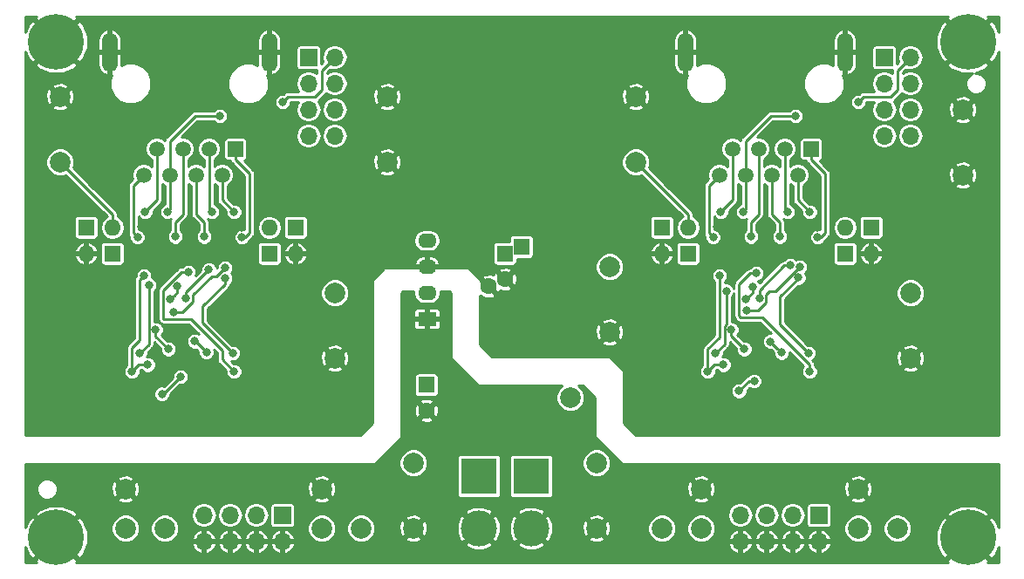
<source format=gbr>
G04 #@! TF.GenerationSoftware,KiCad,Pcbnew,5.0.2-bee76a0~70~ubuntu18.04.1*
G04 #@! TF.CreationDate,2019-06-21T08:35:03-07:00*
G04 #@! TF.ProjectId,aa-panel-receiver-lvds,61612d70-616e-4656-9c2d-726563656976,rev?*
G04 #@! TF.SameCoordinates,Original*
G04 #@! TF.FileFunction,Copper,L2,Bot*
G04 #@! TF.FilePolarity,Positive*
%FSLAX46Y46*%
G04 Gerber Fmt 4.6, Leading zero omitted, Abs format (unit mm)*
G04 Created by KiCad (PCBNEW 5.0.2-bee76a0~70~ubuntu18.04.1) date Fri 21 Jun 2019 08:35:03 AM PDT*
%MOMM*%
%LPD*%
G01*
G04 APERTURE LIST*
G04 #@! TA.AperFunction,ComponentPad*
%ADD10C,2.000000*%
G04 #@! TD*
G04 #@! TA.AperFunction,ComponentPad*
%ADD11R,1.600000X1.600000*%
G04 #@! TD*
G04 #@! TA.AperFunction,ComponentPad*
%ADD12C,1.600000*%
G04 #@! TD*
G04 #@! TA.AperFunction,ComponentPad*
%ADD13R,3.500120X3.500120*%
G04 #@! TD*
G04 #@! TA.AperFunction,ComponentPad*
%ADD14C,3.500120*%
G04 #@! TD*
G04 #@! TA.AperFunction,ComponentPad*
%ADD15O,1.600000X1.600000*%
G04 #@! TD*
G04 #@! TA.AperFunction,ComponentPad*
%ADD16R,1.800000X1.400000*%
G04 #@! TD*
G04 #@! TA.AperFunction,ComponentPad*
%ADD17O,1.800000X1.400000*%
G04 #@! TD*
G04 #@! TA.AperFunction,ComponentPad*
%ADD18C,1.520000*%
G04 #@! TD*
G04 #@! TA.AperFunction,ComponentPad*
%ADD19R,1.520000X1.520000*%
G04 #@! TD*
G04 #@! TA.AperFunction,ComponentPad*
%ADD20O,1.524000X3.810000*%
G04 #@! TD*
G04 #@! TA.AperFunction,ComponentPad*
%ADD21R,1.700000X1.700000*%
G04 #@! TD*
G04 #@! TA.AperFunction,ComponentPad*
%ADD22O,1.700000X1.700000*%
G04 #@! TD*
G04 #@! TA.AperFunction,ComponentPad*
%ADD23C,0.800000*%
G04 #@! TD*
G04 #@! TA.AperFunction,ComponentPad*
%ADD24C,5.400000*%
G04 #@! TD*
G04 #@! TA.AperFunction,ViaPad*
%ADD25C,0.800000*%
G04 #@! TD*
G04 #@! TA.AperFunction,Conductor*
%ADD26C,0.254000*%
G04 #@! TD*
G04 APERTURE END LIST*
D10*
G04 #@! TO.P,TP104,1*
G04 #@! TO.N,+5V_Y*
X147320000Y-93980000D03*
G04 #@! TD*
D11*
G04 #@! TO.P,C102,1*
G04 #@! TO.N,+5V*
X130810000Y-86400000D03*
D12*
G04 #@! TO.P,C102,2*
G04 #@! TO.N,GND*
X130810000Y-88900000D03*
G04 #@! TD*
D13*
G04 #@! TO.P,CN102,1*
G04 #@! TO.N,+5V_Y*
X140970000Y-95250000D03*
D14*
G04 #@! TO.P,CN102,2*
G04 #@! TO.N,GND*
X140970000Y-100330000D03*
G04 #@! TD*
D15*
G04 #@! TO.P,D222,2*
G04 #@! TO.N,GND_S*
X97790000Y-73660000D03*
D11*
G04 #@! TO.P,D222,1*
G04 #@! TO.N,/+2.5B*
X100330000Y-73660000D03*
G04 #@! TD*
G04 #@! TO.P,D322,1*
G04 #@! TO.N,/+2.5D*
X156210000Y-73660000D03*
D15*
G04 #@! TO.P,D322,2*
G04 #@! TO.N,GND_S*
X153670000Y-73660000D03*
G04 #@! TD*
G04 #@! TO.P,D321,2*
G04 #@! TO.N,/+2.5D*
X156210000Y-71120000D03*
D11*
G04 #@! TO.P,D321,1*
G04 #@! TO.N,+5V_S*
X153670000Y-71120000D03*
G04 #@! TD*
G04 #@! TO.P,D312,1*
G04 #@! TO.N,/+2.5C*
X171450000Y-73660000D03*
D15*
G04 #@! TO.P,D312,2*
G04 #@! TO.N,GND_S*
X173990000Y-73660000D03*
G04 #@! TD*
G04 #@! TO.P,D311,2*
G04 #@! TO.N,/+2.5C*
X171450000Y-71120000D03*
D11*
G04 #@! TO.P,D311,1*
G04 #@! TO.N,+5V_S*
X173990000Y-71120000D03*
G04 #@! TD*
G04 #@! TO.P,D221,1*
G04 #@! TO.N,+5V_S*
X97790000Y-71120000D03*
D15*
G04 #@! TO.P,D221,2*
G04 #@! TO.N,/+2.5B*
X100330000Y-71120000D03*
G04 #@! TD*
G04 #@! TO.P,D212,2*
G04 #@! TO.N,GND_S*
X118110000Y-73660000D03*
D11*
G04 #@! TO.P,D212,1*
G04 #@! TO.N,/+2.5A*
X115570000Y-73660000D03*
G04 #@! TD*
G04 #@! TO.P,D211,1*
G04 #@! TO.N,+5V_S*
X118110000Y-71120000D03*
D15*
G04 #@! TO.P,D211,2*
G04 #@! TO.N,/+2.5A*
X115570000Y-71120000D03*
G04 #@! TD*
D10*
G04 #@! TO.P,TP203,1*
G04 #@! TO.N,/PANEL_2*
X105410000Y-100330000D03*
G04 #@! TD*
G04 #@! TO.P,TP151,1*
G04 #@! TO.N,GND_S*
X148590000Y-81280000D03*
G04 #@! TD*
G04 #@! TO.P,TP153,1*
G04 #@! TO.N,GND*
X147320000Y-100330000D03*
G04 #@! TD*
G04 #@! TO.P,TP201,1*
G04 #@! TO.N,/PANEL_0*
X124460000Y-100330000D03*
G04 #@! TD*
G04 #@! TO.P,TP202,1*
G04 #@! TO.N,/PANEL_1*
X120650000Y-100330000D03*
G04 #@! TD*
G04 #@! TO.P,TP102,1*
G04 #@! TO.N,+5V*
X144780000Y-87630000D03*
G04 #@! TD*
G04 #@! TO.P,TP254,1*
G04 #@! TO.N,GND*
X120650000Y-96520000D03*
G04 #@! TD*
G04 #@! TO.P,TP204,1*
G04 #@! TO.N,/PANEL_3*
X101600000Y-100330000D03*
G04 #@! TD*
G04 #@! TO.P,TP211,1*
G04 #@! TO.N,/+2.5A*
X121920000Y-77470000D03*
G04 #@! TD*
G04 #@! TO.P,TP221,1*
G04 #@! TO.N,/+2.5B*
X95250000Y-64770000D03*
G04 #@! TD*
G04 #@! TO.P,TP251,1*
G04 #@! TO.N,GND_S*
X127000000Y-58420000D03*
G04 #@! TD*
G04 #@! TO.P,TP252,1*
G04 #@! TO.N,GND_S*
X127000000Y-64770000D03*
G04 #@! TD*
G04 #@! TO.P,TP253,1*
G04 #@! TO.N,GND*
X101600000Y-96520000D03*
G04 #@! TD*
G04 #@! TO.P,TP152,1*
G04 #@! TO.N,GND*
X129540000Y-100330000D03*
G04 #@! TD*
G04 #@! TO.P,TP103,1*
G04 #@! TO.N,+5V_X*
X129540000Y-93980000D03*
G04 #@! TD*
G04 #@! TO.P,TP271,1*
G04 #@! TO.N,GND_S*
X95250000Y-58420000D03*
G04 #@! TD*
G04 #@! TO.P,TP371,1*
G04 #@! TO.N,GND_S*
X151130000Y-58420000D03*
G04 #@! TD*
G04 #@! TO.P,TP361,1*
G04 #@! TO.N,GND_S*
X177800000Y-83820000D03*
G04 #@! TD*
G04 #@! TO.P,TP301,1*
G04 #@! TO.N,/PANEL_4*
X176530000Y-100330000D03*
G04 #@! TD*
G04 #@! TO.P,TP302,1*
G04 #@! TO.N,/PANEL_5*
X172720000Y-100330000D03*
G04 #@! TD*
G04 #@! TO.P,TP303,1*
G04 #@! TO.N,/PANEL_6*
X157480000Y-100330000D03*
G04 #@! TD*
G04 #@! TO.P,TP354,1*
G04 #@! TO.N,GND*
X172720000Y-96520000D03*
G04 #@! TD*
G04 #@! TO.P,TP353,1*
G04 #@! TO.N,GND*
X157480000Y-96520000D03*
G04 #@! TD*
G04 #@! TO.P,TP304,1*
G04 #@! TO.N,/PANEL_7*
X153670000Y-100330000D03*
G04 #@! TD*
G04 #@! TO.P,TP311,1*
G04 #@! TO.N,/+2.5C*
X177800000Y-77470000D03*
G04 #@! TD*
G04 #@! TO.P,TP321,1*
G04 #@! TO.N,/+2.5D*
X151130000Y-64770000D03*
G04 #@! TD*
G04 #@! TO.P,TP351,1*
G04 #@! TO.N,GND_S*
X182880000Y-59690000D03*
G04 #@! TD*
G04 #@! TO.P,TP352,1*
G04 #@! TO.N,GND_S*
X182880000Y-66040000D03*
G04 #@! TD*
G04 #@! TO.P,TP101,1*
G04 #@! TO.N,+5V_S*
X148590000Y-74930000D03*
G04 #@! TD*
G04 #@! TO.P,TP261,1*
G04 #@! TO.N,GND_S*
X121920000Y-83820000D03*
G04 #@! TD*
D16*
G04 #@! TO.P,U101,1*
G04 #@! TO.N,GND*
X130875851Y-80000714D03*
D17*
G04 #@! TO.P,U101,2*
G04 #@! TO.N,+5V*
X130875851Y-77460714D03*
G04 #@! TO.P,U101,3*
G04 #@! TO.N,GND_S*
X130875851Y-74920714D03*
G04 #@! TO.P,U101,4*
G04 #@! TO.N,+5V_S*
X130875851Y-72380714D03*
G04 #@! TD*
D18*
G04 #@! TO.P,CN301,6*
G04 #@! TO.N,/PANEL_5_P*
X161798000Y-66040000D03*
G04 #@! TO.P,CN301,5*
G04 #@! TO.N,/PANEL_4_P*
X163068000Y-63500000D03*
G04 #@! TO.P,CN301,4*
G04 #@! TO.N,/PANEL_4_N*
X164338000Y-66040000D03*
G04 #@! TO.P,CN301,3*
G04 #@! TO.N,/PANEL_5_N*
X165608000Y-63500000D03*
G04 #@! TO.P,CN301,2*
G04 #@! TO.N,/PANEL_6_P*
X166878000Y-66040000D03*
D19*
G04 #@! TO.P,CN301,1*
G04 #@! TO.N,/PANEL_6_N*
X168148000Y-63500000D03*
D18*
G04 #@! TO.P,CN301,7*
G04 #@! TO.N,/PANEL_7_N*
X160528000Y-63500000D03*
G04 #@! TO.P,CN301,8*
G04 #@! TO.N,/PANEL_7_P*
X159258000Y-66040000D03*
D20*
G04 #@! TO.P,CN301,SH*
G04 #@! TO.N,GND_S*
X171450000Y-54102000D03*
X155956000Y-54102000D03*
G04 #@! TD*
D21*
G04 #@! TO.P,CN351,1*
G04 #@! TO.N,/PANEL_4_P*
X175260000Y-54610000D03*
D22*
G04 #@! TO.P,CN351,2*
G04 #@! TO.N,/PANEL_4_N*
X177800000Y-54610000D03*
G04 #@! TO.P,CN351,3*
G04 #@! TO.N,/PANEL_5_P*
X175260000Y-57150000D03*
G04 #@! TO.P,CN351,4*
G04 #@! TO.N,/PANEL_5_N*
X177800000Y-57150000D03*
G04 #@! TO.P,CN351,5*
G04 #@! TO.N,/PANEL_6_P*
X175260000Y-59690000D03*
G04 #@! TO.P,CN351,6*
G04 #@! TO.N,/PANEL_6_N*
X177800000Y-59690000D03*
G04 #@! TO.P,CN351,7*
G04 #@! TO.N,/PANEL_7_P*
X175260000Y-62230000D03*
G04 #@! TO.P,CN351,8*
G04 #@! TO.N,/PANEL_7_N*
X177800000Y-62230000D03*
G04 #@! TD*
D21*
G04 #@! TO.P,CN302,1*
G04 #@! TO.N,/PANEL_4*
X168910000Y-99060000D03*
D22*
G04 #@! TO.P,CN302,2*
G04 #@! TO.N,GND*
X168910000Y-101600000D03*
G04 #@! TO.P,CN302,3*
G04 #@! TO.N,/PANEL_5*
X166370000Y-99060000D03*
G04 #@! TO.P,CN302,4*
G04 #@! TO.N,GND*
X166370000Y-101600000D03*
G04 #@! TO.P,CN302,5*
G04 #@! TO.N,/PANEL_6*
X163830000Y-99060000D03*
G04 #@! TO.P,CN302,6*
G04 #@! TO.N,GND*
X163830000Y-101600000D03*
G04 #@! TO.P,CN302,7*
G04 #@! TO.N,/PANEL_7*
X161290000Y-99060000D03*
G04 #@! TO.P,CN302,8*
G04 #@! TO.N,GND*
X161290000Y-101600000D03*
G04 #@! TD*
G04 #@! TO.P,CN251,8*
G04 #@! TO.N,/PANEL_3_N*
X121920000Y-62230000D03*
G04 #@! TO.P,CN251,7*
G04 #@! TO.N,/PANEL_3_P*
X119380000Y-62230000D03*
G04 #@! TO.P,CN251,6*
G04 #@! TO.N,/PANEL_2_N*
X121920000Y-59690000D03*
G04 #@! TO.P,CN251,5*
G04 #@! TO.N,/PANEL_2_P*
X119380000Y-59690000D03*
G04 #@! TO.P,CN251,4*
G04 #@! TO.N,/PANEL_1_N*
X121920000Y-57150000D03*
G04 #@! TO.P,CN251,3*
G04 #@! TO.N,/PANEL_1_P*
X119380000Y-57150000D03*
G04 #@! TO.P,CN251,2*
G04 #@! TO.N,/PANEL_0_N*
X121920000Y-54610000D03*
D21*
G04 #@! TO.P,CN251,1*
G04 #@! TO.N,/PANEL_0_P*
X119380000Y-54610000D03*
G04 #@! TD*
D23*
G04 #@! TO.P,H2,1*
G04 #@! TO.N,GND_S*
X184819891Y-51654109D03*
X183388000Y-51061000D03*
X181956109Y-51654109D03*
X181363000Y-53086000D03*
X181956109Y-54517891D03*
X183388000Y-55111000D03*
X184819891Y-54517891D03*
X185413000Y-53086000D03*
D24*
X183388000Y-53086000D03*
G04 #@! TD*
G04 #@! TO.P,H1,1*
G04 #@! TO.N,GND_S*
X94869000Y-53086000D03*
D23*
X96894000Y-53086000D03*
X96300891Y-54517891D03*
X94869000Y-55111000D03*
X93437109Y-54517891D03*
X92844000Y-53086000D03*
X93437109Y-51654109D03*
X94869000Y-51061000D03*
X96300891Y-51654109D03*
G04 #@! TD*
G04 #@! TO.P,H4,1*
G04 #@! TO.N,GND*
X184819891Y-99787109D03*
X183388000Y-99194000D03*
X181956109Y-99787109D03*
X181363000Y-101219000D03*
X181956109Y-102650891D03*
X183388000Y-103244000D03*
X184819891Y-102650891D03*
X185413000Y-101219000D03*
D24*
X183388000Y-101219000D03*
G04 #@! TD*
G04 #@! TO.P,H3,1*
G04 #@! TO.N,GND*
X94869000Y-101219000D03*
D23*
X96894000Y-101219000D03*
X96300891Y-102650891D03*
X94869000Y-103244000D03*
X93437109Y-102650891D03*
X92844000Y-101219000D03*
X93437109Y-99787109D03*
X94869000Y-99194000D03*
X96300891Y-99787109D03*
G04 #@! TD*
D22*
G04 #@! TO.P,CN202,8*
G04 #@! TO.N,GND*
X109220000Y-101600000D03*
G04 #@! TO.P,CN202,7*
G04 #@! TO.N,/PANEL_3*
X109220000Y-99060000D03*
G04 #@! TO.P,CN202,6*
G04 #@! TO.N,GND*
X111760000Y-101600000D03*
G04 #@! TO.P,CN202,5*
G04 #@! TO.N,/PANEL_2*
X111760000Y-99060000D03*
G04 #@! TO.P,CN202,4*
G04 #@! TO.N,GND*
X114300000Y-101600000D03*
G04 #@! TO.P,CN202,3*
G04 #@! TO.N,/PANEL_1*
X114300000Y-99060000D03*
G04 #@! TO.P,CN202,2*
G04 #@! TO.N,GND*
X116840000Y-101600000D03*
D21*
G04 #@! TO.P,CN202,1*
G04 #@! TO.N,/PANEL_0*
X116840000Y-99060000D03*
G04 #@! TD*
D12*
G04 #@! TO.P,C101,2*
G04 #@! TO.N,GND_S*
X136830000Y-76830937D03*
D11*
G04 #@! TO.P,C101,1*
G04 #@! TO.N,+5V_S*
X140030000Y-72989063D03*
D12*
G04 #@! TO.P,C101,2*
G04 #@! TO.N,GND_S*
X138430000Y-76160000D03*
D11*
G04 #@! TO.P,C101,1*
G04 #@! TO.N,+5V_S*
X138430000Y-73660000D03*
G04 #@! TD*
D14*
G04 #@! TO.P,CN101,2*
G04 #@! TO.N,GND*
X135890000Y-100330000D03*
D13*
G04 #@! TO.P,CN101,1*
G04 #@! TO.N,+5V_X*
X135890000Y-95250000D03*
G04 #@! TD*
D20*
G04 #@! TO.P,CN201,SH*
G04 #@! TO.N,GND_S*
X100076000Y-54102000D03*
X115570000Y-54102000D03*
D18*
G04 #@! TO.P,CN201,8*
G04 #@! TO.N,/PANEL_3_P*
X103378000Y-66040000D03*
G04 #@! TO.P,CN201,7*
G04 #@! TO.N,/PANEL_3_N*
X104648000Y-63500000D03*
D19*
G04 #@! TO.P,CN201,1*
G04 #@! TO.N,/PANEL_2_N*
X112268000Y-63500000D03*
D18*
G04 #@! TO.P,CN201,2*
G04 #@! TO.N,/PANEL_2_P*
X110998000Y-66040000D03*
G04 #@! TO.P,CN201,3*
G04 #@! TO.N,/PANEL_1_N*
X109728000Y-63500000D03*
G04 #@! TO.P,CN201,4*
G04 #@! TO.N,/PANEL_0_N*
X108458000Y-66040000D03*
G04 #@! TO.P,CN201,5*
G04 #@! TO.N,/PANEL_0_P*
X107188000Y-63500000D03*
G04 #@! TO.P,CN201,6*
G04 #@! TO.N,/PANEL_1_P*
X105918000Y-66040000D03*
G04 #@! TD*
D25*
G04 #@! TO.N,GND_S*
X112903000Y-71120000D03*
X102862118Y-88994004D03*
X103171108Y-71048566D03*
X113157000Y-81026000D03*
X101092012Y-81026000D03*
X159051108Y-71048566D03*
X158742118Y-88994004D03*
X168783000Y-71120000D03*
X156972012Y-81026000D03*
X169037000Y-81026000D03*
X148336000Y-70485000D03*
X107823000Y-73406000D03*
X108458000Y-72771000D03*
X107188000Y-72771000D03*
X110998000Y-78105000D03*
X163068000Y-72771000D03*
X164338000Y-72771000D03*
X163703000Y-73406000D03*
X166751000Y-78105000D03*
X111760000Y-89789000D03*
X109537499Y-88951020D03*
X105710393Y-88976705D03*
X160955393Y-88976702D03*
X167005000Y-89789000D03*
X164865010Y-88859492D03*
G04 #@! TO.N,GND*
X144526000Y-92075000D03*
X161011561Y-96517709D03*
X167005000Y-96647000D03*
X105283000Y-95377000D03*
X111760000Y-95631000D03*
X164782499Y-96468980D03*
X109536013Y-96527428D03*
G04 #@! TO.N,/PANEL_5_P*
X161544000Y-69595992D03*
X166624002Y-60305990D03*
G04 #@! TO.N,/PANEL_4_P*
X162306000Y-72008994D03*
X167894000Y-83312000D03*
X166938913Y-75999920D03*
G04 #@! TO.N,/PANEL_4_N*
X168021000Y-85090000D03*
X172737955Y-58945955D03*
X165100000Y-72009000D03*
X162814000Y-75565000D03*
G04 #@! TO.N,/PANEL_5_N*
X165862000Y-69596000D03*
X166116000Y-74803000D03*
X163137979Y-77978000D03*
G04 #@! TO.N,/PANEL_6_P*
X168021000Y-69596000D03*
X167043013Y-74930000D03*
X161927900Y-79163164D03*
G04 #@! TO.N,/PANEL_6_N*
X168787482Y-72047001D03*
X161817010Y-78120656D03*
X162466835Y-76905495D03*
G04 #@! TO.N,/PANEL_7_N*
X158877006Y-83312000D03*
X159913298Y-77277988D03*
X159385000Y-69596000D03*
G04 #@! TO.N,/PANEL_7_P*
X159259288Y-75795106D03*
X158115000Y-85090000D03*
X158648400Y-72059800D03*
X159639000Y-84455000D03*
G04 #@! TO.N,/PANEL_3_P*
X103759000Y-84455000D03*
X102235000Y-85090000D03*
X103379288Y-75795106D03*
X102768400Y-72059800D03*
G04 #@! TO.N,/PANEL_3_N*
X103505000Y-69596000D03*
X102997006Y-83312000D03*
X103885998Y-76708000D03*
G04 #@! TO.N,/PANEL_2_N*
X112907482Y-72047001D03*
X106622399Y-76811386D03*
X105937010Y-78105000D03*
G04 #@! TO.N,/PANEL_2_P*
X112141000Y-69596000D03*
X111252000Y-75057000D03*
X106299000Y-79355990D03*
G04 #@! TO.N,/PANEL_1_N*
X109982000Y-69596000D03*
X109691318Y-75220254D03*
X107480012Y-78012793D03*
G04 #@! TO.N,/PANEL_0_N*
X116857955Y-58945955D03*
X109220000Y-72009000D03*
X112141000Y-85090000D03*
X107695998Y-75438000D03*
G04 #@! TO.N,/PANEL_0_P*
X112014000Y-83312000D03*
X106426000Y-72008994D03*
X111252000Y-76073000D03*
G04 #@! TO.N,/PANEL_1_P*
X105664000Y-69595992D03*
X110744002Y-60305990D03*
G04 #@! TO.N,/PANEL_2_S*
X104521000Y-81026000D03*
X105765002Y-82931000D03*
G04 #@! TO.N,/PANEL_6_S*
X160401000Y-81026000D03*
X161671000Y-82931000D03*
G04 #@! TO.N,+5V_S*
X109455540Y-83240225D03*
X108331000Y-82169000D03*
X164193045Y-82186955D03*
X165290927Y-83284838D03*
X106945644Y-85599763D03*
X105136990Y-87283180D03*
X162633461Y-86033796D03*
X161163000Y-86995000D03*
G04 #@! TD*
D26*
G04 #@! TO.N,/+2.5B*
X100330000Y-71120000D02*
X100330000Y-69850000D01*
X100330000Y-69850000D02*
X95250000Y-64770000D01*
G04 #@! TO.N,/PANEL_5_P*
X161798000Y-66040000D02*
X161798000Y-62738000D01*
X161798000Y-62738000D02*
X164230010Y-60305990D01*
X166058317Y-60305990D02*
X166624002Y-60305990D01*
X164230010Y-60305990D02*
X166058317Y-60305990D01*
X161798000Y-66040000D02*
X161798000Y-69341992D01*
X161798000Y-69341992D02*
X161544000Y-69595992D01*
G04 #@! TO.N,/PANEL_4_P*
X163068000Y-63500000D02*
X163068000Y-69850000D01*
X162306000Y-70612000D02*
X162306000Y-72008994D01*
X163068000Y-69850000D02*
X162306000Y-70612000D01*
X166944997Y-76006004D02*
X166938913Y-75999920D01*
X165100000Y-77851000D02*
X166944997Y-76006004D01*
X165100000Y-80518000D02*
X165100000Y-77851000D01*
X167894000Y-83312000D02*
X165100000Y-80518000D01*
G04 #@! TO.N,/PANEL_4_N*
X164338000Y-66040000D02*
X164338000Y-69850000D01*
X164338000Y-69850000D02*
X165100000Y-70612000D01*
X176530000Y-55880000D02*
X176530000Y-57785000D01*
X177800000Y-54610000D02*
X176530000Y-55880000D01*
X173263910Y-58420000D02*
X172737955Y-58945955D01*
X165100000Y-70612000D02*
X165100000Y-72009000D01*
X175895000Y-58420000D02*
X173263910Y-58420000D01*
X176530000Y-57785000D02*
X175895000Y-58420000D01*
X168021000Y-84455000D02*
X168021000Y-85090000D01*
X163383174Y-79817174D02*
X168021000Y-84455000D01*
X162248315Y-75565000D02*
X161163009Y-76650306D01*
X162814000Y-75565000D02*
X162248315Y-75565000D01*
X161163009Y-76650306D02*
X161163009Y-79690183D01*
X161290000Y-79817174D02*
X163383174Y-79817174D01*
X161163009Y-79690183D02*
X161290000Y-79817174D01*
G04 #@! TO.N,/PANEL_5_N*
X165862000Y-69596000D02*
X165608000Y-69342000D01*
X165608000Y-69342000D02*
X165608000Y-63500000D01*
X163137979Y-77215336D02*
X163137979Y-77412315D01*
X166116000Y-74803000D02*
X165550315Y-74803000D01*
X165550315Y-74803000D02*
X163137979Y-77215336D01*
X163137979Y-77412315D02*
X163137979Y-77978000D01*
G04 #@! TO.N,/PANEL_6_P*
X168021000Y-69596000D02*
X166878000Y-68453000D01*
X166878000Y-68453000D02*
X166878000Y-66040000D01*
X164694189Y-77278824D02*
X164132069Y-77278824D01*
X162493585Y-79163164D02*
X161927900Y-79163164D01*
X163791989Y-78410689D02*
X163039514Y-79163164D01*
X163039514Y-79163164D02*
X162493585Y-79163164D01*
X163791989Y-77618904D02*
X163791989Y-78410689D01*
X167043013Y-74930000D02*
X164694189Y-77278824D01*
X164132069Y-77278824D02*
X163791989Y-77618904D01*
G04 #@! TO.N,/PANEL_6_N*
X168148000Y-63500000D02*
X168148000Y-64514000D01*
X168148000Y-64514000D02*
X169545000Y-65911000D01*
X169125999Y-72047001D02*
X168787482Y-72047001D01*
X169545000Y-71628000D02*
X169125999Y-72047001D01*
X169545000Y-65911000D02*
X169545000Y-71628000D01*
X161817010Y-78120656D02*
X162466835Y-77470831D01*
X162466835Y-77470831D02*
X162466835Y-76905495D01*
G04 #@! TO.N,/PANEL_7_N*
X160528000Y-68453000D02*
X160528000Y-63500000D01*
X159385000Y-69596000D02*
X160528000Y-68453000D01*
X159913298Y-80545780D02*
X159913298Y-77843673D01*
X159913298Y-77843673D02*
X159913298Y-77277988D01*
X158877006Y-83312000D02*
X159746999Y-82442007D01*
X159746999Y-80712079D02*
X159913298Y-80545780D01*
X159746999Y-82442007D02*
X159746999Y-80712079D01*
G04 #@! TO.N,/PANEL_7_P*
X158248401Y-67049599D02*
X158248401Y-71659801D01*
X158248401Y-71659801D02*
X158648400Y-72059800D01*
X158115000Y-85090000D02*
X158115000Y-82931000D01*
X158115000Y-82931000D02*
X159259288Y-81786712D01*
X158750000Y-84455000D02*
X158115000Y-85090000D01*
X159258000Y-66040000D02*
X158248401Y-67049599D01*
X159259288Y-81786712D02*
X159259288Y-75795106D01*
X159639000Y-84455000D02*
X158750000Y-84455000D01*
G04 #@! TO.N,/PANEL_3_P*
X102870000Y-84455000D02*
X102235000Y-85090000D01*
X103759000Y-84455000D02*
X102870000Y-84455000D01*
X102368401Y-67049599D02*
X102368401Y-71659801D01*
X102368401Y-71659801D02*
X102768400Y-72059800D01*
X103378000Y-66040000D02*
X102368401Y-67049599D01*
X102979289Y-76195105D02*
X103379288Y-75795106D01*
X102979289Y-82059711D02*
X102979289Y-76195105D01*
X102235000Y-85090000D02*
X102235000Y-82804000D01*
X102235000Y-82804000D02*
X102979289Y-82059711D01*
G04 #@! TO.N,/PANEL_3_N*
X103505000Y-69596000D02*
X104648000Y-68453000D01*
X104648000Y-68453000D02*
X104648000Y-63500000D01*
X103885998Y-80693080D02*
X103885998Y-77273685D01*
X103885998Y-77273685D02*
X103885998Y-76708000D01*
X103866999Y-80712079D02*
X103885998Y-80693080D01*
X102997006Y-83312000D02*
X103866999Y-82442007D01*
X103866999Y-82442007D02*
X103866999Y-80712079D01*
G04 #@! TO.N,/PANEL_2_N*
X113245999Y-72047001D02*
X112907482Y-72047001D01*
X113665000Y-71628000D02*
X113245999Y-72047001D01*
X113665000Y-65911000D02*
X113665000Y-71628000D01*
X112268000Y-63500000D02*
X112268000Y-64514000D01*
X112268000Y-64514000D02*
X113665000Y-65911000D01*
X106622399Y-76811386D02*
X106622399Y-77419611D01*
X106337009Y-77705001D02*
X105937010Y-78105000D01*
X106622399Y-77419611D02*
X106337009Y-77705001D01*
G04 #@! TO.N,/PANEL_2_P*
X110998000Y-68453000D02*
X110998000Y-66040000D01*
X112141000Y-69596000D02*
X110998000Y-68453000D01*
X108134014Y-78326715D02*
X107104739Y-79355990D01*
X106864685Y-79355990D02*
X106299000Y-79355990D01*
X107104739Y-79355990D02*
X106864685Y-79355990D01*
X109958630Y-75874255D02*
X108134014Y-77698871D01*
X108134014Y-77698871D02*
X108134014Y-78326715D01*
X110434745Y-75874255D02*
X109958630Y-75874255D01*
X111252000Y-75057000D02*
X110434745Y-75874255D01*
G04 #@! TO.N,/PANEL_1_N*
X109728000Y-69342000D02*
X109728000Y-63500000D01*
X109982000Y-69596000D02*
X109728000Y-69342000D01*
X107480012Y-77447108D02*
X107480012Y-78012793D01*
X107480012Y-77431560D02*
X107480012Y-77447108D01*
X109691318Y-75220254D02*
X107480012Y-77431560D01*
G04 #@! TO.N,/PANEL_0_N*
X120015000Y-58420000D02*
X117383910Y-58420000D01*
X120650000Y-57785000D02*
X120015000Y-58420000D01*
X121920000Y-54610000D02*
X120650000Y-55880000D01*
X117383910Y-58420000D02*
X116857955Y-58945955D01*
X120650000Y-55880000D02*
X120650000Y-57785000D01*
X108458000Y-66040000D02*
X108458000Y-69850000D01*
X109220000Y-70612000D02*
X109220000Y-72009000D01*
X108458000Y-69850000D02*
X109220000Y-70612000D01*
X107130313Y-75438000D02*
X107695998Y-75438000D01*
X105283000Y-80010000D02*
X105283000Y-77212406D01*
X107950000Y-80010000D02*
X105283000Y-80010000D01*
X110998000Y-83947000D02*
X110998000Y-83058000D01*
X107057406Y-75438000D02*
X107130313Y-75438000D01*
X105283000Y-77212406D02*
X107057406Y-75438000D01*
X112141000Y-85090000D02*
X110998000Y-83947000D01*
X110998000Y-83058000D02*
X107950000Y-80010000D01*
G04 #@! TO.N,/PANEL_0_P*
X107188000Y-63500000D02*
X107188000Y-69850000D01*
X107188000Y-69850000D02*
X106426000Y-70612000D01*
X106426000Y-70612000D02*
X106426000Y-72008994D01*
X111252000Y-76638685D02*
X111252000Y-76073000D01*
X109093000Y-78797685D02*
X111252000Y-76638685D01*
X112014000Y-83312000D02*
X109093000Y-80391000D01*
X109093000Y-80391000D02*
X109093000Y-78797685D01*
G04 #@! TO.N,/PANEL_1_P*
X105918000Y-66040000D02*
X105918000Y-69341992D01*
X105918000Y-69341992D02*
X105664000Y-69595992D01*
X108350010Y-60305990D02*
X110178317Y-60305990D01*
X110178317Y-60305990D02*
X110744002Y-60305990D01*
X105918000Y-66040000D02*
X105918000Y-62738000D01*
X105918000Y-62738000D02*
X108350010Y-60305990D01*
G04 #@! TO.N,/PANEL_2_S*
X104521000Y-81686998D02*
X105765002Y-82931000D01*
X104521000Y-81026000D02*
X104521000Y-81686998D01*
G04 #@! TO.N,/PANEL_6_S*
X160401000Y-81026000D02*
X160401000Y-81661000D01*
X160401000Y-81661000D02*
X161671000Y-82931000D01*
G04 #@! TO.N,+5V_S*
X108384315Y-82169000D02*
X108331000Y-82169000D01*
X109455540Y-83240225D02*
X108384315Y-82169000D01*
X164193045Y-82186955D02*
X164890928Y-82884839D01*
X164890928Y-82884839D02*
X165290927Y-83284838D01*
X105262227Y-87283180D02*
X105136990Y-87283180D01*
X106945644Y-85599763D02*
X105262227Y-87283180D01*
X161163000Y-86995000D02*
X162124204Y-86033796D01*
X162124204Y-86033796D02*
X162633461Y-86033796D01*
G04 #@! TO.N,/+2.5D*
X156210000Y-71120000D02*
X156210000Y-69850000D01*
X156210000Y-69850000D02*
X151130000Y-64770000D01*
G04 #@! TD*
G04 #@! TO.N,GND*
G36*
X129573673Y-77460714D02*
X129657571Y-77882499D01*
X129896493Y-78240072D01*
X130254066Y-78478994D01*
X130569382Y-78541714D01*
X131182320Y-78541714D01*
X131497636Y-78478994D01*
X131855209Y-78240072D01*
X132094131Y-77882499D01*
X132178029Y-77460714D01*
X132154614Y-77343000D01*
X133043394Y-77343000D01*
X133223000Y-77522606D01*
X133223000Y-83820000D01*
X133232667Y-83868601D01*
X133260197Y-83909803D01*
X135800197Y-86449803D01*
X135841399Y-86477333D01*
X135890000Y-86487000D01*
X143969972Y-86487000D01*
X143609245Y-86847727D01*
X143399000Y-87355302D01*
X143399000Y-87904698D01*
X143609245Y-88412273D01*
X143997727Y-88800755D01*
X144505302Y-89011000D01*
X145054698Y-89011000D01*
X145562273Y-88800755D01*
X145950755Y-88412273D01*
X146161000Y-87904698D01*
X146161000Y-87355302D01*
X145950755Y-86847727D01*
X145590028Y-86487000D01*
X145997394Y-86487000D01*
X147193000Y-87682606D01*
X147193000Y-91440000D01*
X147202667Y-91488601D01*
X147230197Y-91529803D01*
X149770197Y-94069803D01*
X149811399Y-94097333D01*
X149860000Y-94107000D01*
X186336001Y-94107000D01*
X186336001Y-100283195D01*
X186001985Y-99476810D01*
X185629854Y-99156751D01*
X183567605Y-101219000D01*
X185629854Y-103281249D01*
X186001985Y-102961190D01*
X186336001Y-102152130D01*
X186336001Y-103659000D01*
X185279829Y-103659000D01*
X185450249Y-103460854D01*
X183388000Y-101398605D01*
X181325751Y-103460854D01*
X181496171Y-103659000D01*
X96760829Y-103659000D01*
X96931249Y-103460854D01*
X94869000Y-101398605D01*
X92806751Y-103460854D01*
X92977171Y-103659000D01*
X91921000Y-103659000D01*
X91921000Y-102154808D01*
X92255015Y-102961190D01*
X92627146Y-103281249D01*
X94689395Y-101219000D01*
X95048605Y-101219000D01*
X97110854Y-103281249D01*
X97482985Y-102961190D01*
X97914080Y-101916982D01*
X108030499Y-101916982D01*
X108242348Y-102348056D01*
X108603036Y-102665245D01*
X108903020Y-102789489D01*
X109093000Y-102728627D01*
X109093000Y-101727000D01*
X109347000Y-101727000D01*
X109347000Y-102728627D01*
X109536980Y-102789489D01*
X109836964Y-102665245D01*
X110197652Y-102348056D01*
X110409501Y-101916982D01*
X110570499Y-101916982D01*
X110782348Y-102348056D01*
X111143036Y-102665245D01*
X111443020Y-102789489D01*
X111633000Y-102728627D01*
X111633000Y-101727000D01*
X111887000Y-101727000D01*
X111887000Y-102728627D01*
X112076980Y-102789489D01*
X112376964Y-102665245D01*
X112737652Y-102348056D01*
X112949501Y-101916982D01*
X113110499Y-101916982D01*
X113322348Y-102348056D01*
X113683036Y-102665245D01*
X113983020Y-102789489D01*
X114173000Y-102728627D01*
X114173000Y-101727000D01*
X114427000Y-101727000D01*
X114427000Y-102728627D01*
X114616980Y-102789489D01*
X114916964Y-102665245D01*
X115277652Y-102348056D01*
X115489501Y-101916982D01*
X115650499Y-101916982D01*
X115862348Y-102348056D01*
X116223036Y-102665245D01*
X116523020Y-102789489D01*
X116713000Y-102728627D01*
X116713000Y-101727000D01*
X116967000Y-101727000D01*
X116967000Y-102728627D01*
X117156980Y-102789489D01*
X117456964Y-102665245D01*
X117817652Y-102348056D01*
X118029501Y-101916982D01*
X118019702Y-101886112D01*
X134513493Y-101886112D01*
X134717783Y-102159484D01*
X135507126Y-102468811D01*
X136354759Y-102452522D01*
X137062217Y-102159484D01*
X137266507Y-101886112D01*
X139593493Y-101886112D01*
X139797783Y-102159484D01*
X140587126Y-102468811D01*
X141434759Y-102452522D01*
X142142217Y-102159484D01*
X142323437Y-101916982D01*
X160100499Y-101916982D01*
X160312348Y-102348056D01*
X160673036Y-102665245D01*
X160973020Y-102789489D01*
X161163000Y-102728627D01*
X161163000Y-101727000D01*
X161417000Y-101727000D01*
X161417000Y-102728627D01*
X161606980Y-102789489D01*
X161906964Y-102665245D01*
X162267652Y-102348056D01*
X162479501Y-101916982D01*
X162640499Y-101916982D01*
X162852348Y-102348056D01*
X163213036Y-102665245D01*
X163513020Y-102789489D01*
X163703000Y-102728627D01*
X163703000Y-101727000D01*
X163957000Y-101727000D01*
X163957000Y-102728627D01*
X164146980Y-102789489D01*
X164446964Y-102665245D01*
X164807652Y-102348056D01*
X165019501Y-101916982D01*
X165180499Y-101916982D01*
X165392348Y-102348056D01*
X165753036Y-102665245D01*
X166053020Y-102789489D01*
X166243000Y-102728627D01*
X166243000Y-101727000D01*
X166497000Y-101727000D01*
X166497000Y-102728627D01*
X166686980Y-102789489D01*
X166986964Y-102665245D01*
X167347652Y-102348056D01*
X167559501Y-101916982D01*
X167720499Y-101916982D01*
X167932348Y-102348056D01*
X168293036Y-102665245D01*
X168593020Y-102789489D01*
X168783000Y-102728627D01*
X168783000Y-101727000D01*
X169037000Y-101727000D01*
X169037000Y-102728627D01*
X169226980Y-102789489D01*
X169526964Y-102665245D01*
X169887652Y-102348056D01*
X170099501Y-101916982D01*
X170039193Y-101727000D01*
X169037000Y-101727000D01*
X168783000Y-101727000D01*
X167780807Y-101727000D01*
X167720499Y-101916982D01*
X167559501Y-101916982D01*
X167499193Y-101727000D01*
X166497000Y-101727000D01*
X166243000Y-101727000D01*
X165240807Y-101727000D01*
X165180499Y-101916982D01*
X165019501Y-101916982D01*
X164959193Y-101727000D01*
X163957000Y-101727000D01*
X163703000Y-101727000D01*
X162700807Y-101727000D01*
X162640499Y-101916982D01*
X162479501Y-101916982D01*
X162419193Y-101727000D01*
X161417000Y-101727000D01*
X161163000Y-101727000D01*
X160160807Y-101727000D01*
X160100499Y-101916982D01*
X142323437Y-101916982D01*
X142346507Y-101886112D01*
X140970000Y-100509605D01*
X139593493Y-101886112D01*
X137266507Y-101886112D01*
X135890000Y-100509605D01*
X134513493Y-101886112D01*
X118019702Y-101886112D01*
X117969193Y-101727000D01*
X116967000Y-101727000D01*
X116713000Y-101727000D01*
X115710807Y-101727000D01*
X115650499Y-101916982D01*
X115489501Y-101916982D01*
X115429193Y-101727000D01*
X114427000Y-101727000D01*
X114173000Y-101727000D01*
X113170807Y-101727000D01*
X113110499Y-101916982D01*
X112949501Y-101916982D01*
X112889193Y-101727000D01*
X111887000Y-101727000D01*
X111633000Y-101727000D01*
X110630807Y-101727000D01*
X110570499Y-101916982D01*
X110409501Y-101916982D01*
X110349193Y-101727000D01*
X109347000Y-101727000D01*
X109093000Y-101727000D01*
X108090807Y-101727000D01*
X108030499Y-101916982D01*
X97914080Y-101916982D01*
X97950715Y-101828245D01*
X97949282Y-100602549D01*
X97722605Y-100055302D01*
X100219000Y-100055302D01*
X100219000Y-100604698D01*
X100429245Y-101112273D01*
X100817727Y-101500755D01*
X101325302Y-101711000D01*
X101874698Y-101711000D01*
X102382273Y-101500755D01*
X102770755Y-101112273D01*
X102981000Y-100604698D01*
X102981000Y-100055302D01*
X104029000Y-100055302D01*
X104029000Y-100604698D01*
X104239245Y-101112273D01*
X104627727Y-101500755D01*
X105135302Y-101711000D01*
X105684698Y-101711000D01*
X106192273Y-101500755D01*
X106410010Y-101283018D01*
X108030499Y-101283018D01*
X108090807Y-101473000D01*
X109093000Y-101473000D01*
X109093000Y-100471373D01*
X109347000Y-100471373D01*
X109347000Y-101473000D01*
X110349193Y-101473000D01*
X110409501Y-101283018D01*
X110570499Y-101283018D01*
X110630807Y-101473000D01*
X111633000Y-101473000D01*
X111633000Y-100471373D01*
X111887000Y-100471373D01*
X111887000Y-101473000D01*
X112889193Y-101473000D01*
X112949501Y-101283018D01*
X113110499Y-101283018D01*
X113170807Y-101473000D01*
X114173000Y-101473000D01*
X114173000Y-100471373D01*
X114427000Y-100471373D01*
X114427000Y-101473000D01*
X115429193Y-101473000D01*
X115489501Y-101283018D01*
X115650499Y-101283018D01*
X115710807Y-101473000D01*
X116713000Y-101473000D01*
X116713000Y-100471373D01*
X116967000Y-100471373D01*
X116967000Y-101473000D01*
X117969193Y-101473000D01*
X118029501Y-101283018D01*
X117817652Y-100851944D01*
X117456964Y-100534755D01*
X117156980Y-100410511D01*
X116967000Y-100471373D01*
X116713000Y-100471373D01*
X116523020Y-100410511D01*
X116223036Y-100534755D01*
X115862348Y-100851944D01*
X115650499Y-101283018D01*
X115489501Y-101283018D01*
X115277652Y-100851944D01*
X114916964Y-100534755D01*
X114616980Y-100410511D01*
X114427000Y-100471373D01*
X114173000Y-100471373D01*
X113983020Y-100410511D01*
X113683036Y-100534755D01*
X113322348Y-100851944D01*
X113110499Y-101283018D01*
X112949501Y-101283018D01*
X112737652Y-100851944D01*
X112376964Y-100534755D01*
X112076980Y-100410511D01*
X111887000Y-100471373D01*
X111633000Y-100471373D01*
X111443020Y-100410511D01*
X111143036Y-100534755D01*
X110782348Y-100851944D01*
X110570499Y-101283018D01*
X110409501Y-101283018D01*
X110197652Y-100851944D01*
X109836964Y-100534755D01*
X109536980Y-100410511D01*
X109347000Y-100471373D01*
X109093000Y-100471373D01*
X108903020Y-100410511D01*
X108603036Y-100534755D01*
X108242348Y-100851944D01*
X108030499Y-101283018D01*
X106410010Y-101283018D01*
X106580755Y-101112273D01*
X106791000Y-100604698D01*
X106791000Y-100055302D01*
X106580755Y-99547727D01*
X106192273Y-99159245D01*
X105952676Y-99060000D01*
X107964884Y-99060000D01*
X108060424Y-99540312D01*
X108332499Y-99947501D01*
X108739688Y-100219576D01*
X109098761Y-100291000D01*
X109341239Y-100291000D01*
X109700312Y-100219576D01*
X110107501Y-99947501D01*
X110379576Y-99540312D01*
X110475116Y-99060000D01*
X110504884Y-99060000D01*
X110600424Y-99540312D01*
X110872499Y-99947501D01*
X111279688Y-100219576D01*
X111638761Y-100291000D01*
X111881239Y-100291000D01*
X112240312Y-100219576D01*
X112647501Y-99947501D01*
X112919576Y-99540312D01*
X113015116Y-99060000D01*
X113044884Y-99060000D01*
X113140424Y-99540312D01*
X113412499Y-99947501D01*
X113819688Y-100219576D01*
X114178761Y-100291000D01*
X114421239Y-100291000D01*
X114780312Y-100219576D01*
X115187501Y-99947501D01*
X115459576Y-99540312D01*
X115555116Y-99060000D01*
X115459576Y-98579688D01*
X115212559Y-98210000D01*
X115601536Y-98210000D01*
X115601536Y-99910000D01*
X115631106Y-100058659D01*
X115715314Y-100184686D01*
X115841341Y-100268894D01*
X115990000Y-100298464D01*
X117690000Y-100298464D01*
X117838659Y-100268894D01*
X117964686Y-100184686D01*
X118048894Y-100058659D01*
X118049561Y-100055302D01*
X119269000Y-100055302D01*
X119269000Y-100604698D01*
X119479245Y-101112273D01*
X119867727Y-101500755D01*
X120375302Y-101711000D01*
X120924698Y-101711000D01*
X121432273Y-101500755D01*
X121820755Y-101112273D01*
X122031000Y-100604698D01*
X122031000Y-100055302D01*
X123079000Y-100055302D01*
X123079000Y-100604698D01*
X123289245Y-101112273D01*
X123677727Y-101500755D01*
X124185302Y-101711000D01*
X124734698Y-101711000D01*
X125242273Y-101500755D01*
X125399286Y-101343742D01*
X128705863Y-101343742D01*
X128818485Y-101539146D01*
X129336126Y-101723217D01*
X129884806Y-101695184D01*
X130261515Y-101539146D01*
X130374137Y-101343742D01*
X129540000Y-100509605D01*
X128705863Y-101343742D01*
X125399286Y-101343742D01*
X125630755Y-101112273D01*
X125841000Y-100604698D01*
X125841000Y-100126126D01*
X128146783Y-100126126D01*
X128174816Y-100674806D01*
X128330854Y-101051515D01*
X128526258Y-101164137D01*
X129360395Y-100330000D01*
X129719605Y-100330000D01*
X130553742Y-101164137D01*
X130749146Y-101051515D01*
X130933217Y-100533874D01*
X130905184Y-99985194D01*
X130889416Y-99947126D01*
X133751189Y-99947126D01*
X133767478Y-100794759D01*
X134060516Y-101502217D01*
X134333888Y-101706507D01*
X135710395Y-100330000D01*
X136069605Y-100330000D01*
X137446112Y-101706507D01*
X137719484Y-101502217D01*
X138028811Y-100712874D01*
X138014096Y-99947126D01*
X138831189Y-99947126D01*
X138847478Y-100794759D01*
X139140516Y-101502217D01*
X139413888Y-101706507D01*
X140790395Y-100330000D01*
X141149605Y-100330000D01*
X142526112Y-101706507D01*
X142799484Y-101502217D01*
X142861587Y-101343742D01*
X146485863Y-101343742D01*
X146598485Y-101539146D01*
X147116126Y-101723217D01*
X147664806Y-101695184D01*
X148041515Y-101539146D01*
X148154137Y-101343742D01*
X147320000Y-100509605D01*
X146485863Y-101343742D01*
X142861587Y-101343742D01*
X143108811Y-100712874D01*
X143097536Y-100126126D01*
X145926783Y-100126126D01*
X145954816Y-100674806D01*
X146110854Y-101051515D01*
X146306258Y-101164137D01*
X147140395Y-100330000D01*
X147499605Y-100330000D01*
X148333742Y-101164137D01*
X148529146Y-101051515D01*
X148713217Y-100533874D01*
X148688766Y-100055302D01*
X152289000Y-100055302D01*
X152289000Y-100604698D01*
X152499245Y-101112273D01*
X152887727Y-101500755D01*
X153395302Y-101711000D01*
X153944698Y-101711000D01*
X154452273Y-101500755D01*
X154840755Y-101112273D01*
X155051000Y-100604698D01*
X155051000Y-100055302D01*
X156099000Y-100055302D01*
X156099000Y-100604698D01*
X156309245Y-101112273D01*
X156697727Y-101500755D01*
X157205302Y-101711000D01*
X157754698Y-101711000D01*
X158262273Y-101500755D01*
X158480010Y-101283018D01*
X160100499Y-101283018D01*
X160160807Y-101473000D01*
X161163000Y-101473000D01*
X161163000Y-100471373D01*
X161417000Y-100471373D01*
X161417000Y-101473000D01*
X162419193Y-101473000D01*
X162479501Y-101283018D01*
X162640499Y-101283018D01*
X162700807Y-101473000D01*
X163703000Y-101473000D01*
X163703000Y-100471373D01*
X163957000Y-100471373D01*
X163957000Y-101473000D01*
X164959193Y-101473000D01*
X165019501Y-101283018D01*
X165180499Y-101283018D01*
X165240807Y-101473000D01*
X166243000Y-101473000D01*
X166243000Y-100471373D01*
X166497000Y-100471373D01*
X166497000Y-101473000D01*
X167499193Y-101473000D01*
X167559501Y-101283018D01*
X167720499Y-101283018D01*
X167780807Y-101473000D01*
X168783000Y-101473000D01*
X168783000Y-100471373D01*
X169037000Y-100471373D01*
X169037000Y-101473000D01*
X170039193Y-101473000D01*
X170099501Y-101283018D01*
X169887652Y-100851944D01*
X169526964Y-100534755D01*
X169226980Y-100410511D01*
X169037000Y-100471373D01*
X168783000Y-100471373D01*
X168593020Y-100410511D01*
X168293036Y-100534755D01*
X167932348Y-100851944D01*
X167720499Y-101283018D01*
X167559501Y-101283018D01*
X167347652Y-100851944D01*
X166986964Y-100534755D01*
X166686980Y-100410511D01*
X166497000Y-100471373D01*
X166243000Y-100471373D01*
X166053020Y-100410511D01*
X165753036Y-100534755D01*
X165392348Y-100851944D01*
X165180499Y-101283018D01*
X165019501Y-101283018D01*
X164807652Y-100851944D01*
X164446964Y-100534755D01*
X164146980Y-100410511D01*
X163957000Y-100471373D01*
X163703000Y-100471373D01*
X163513020Y-100410511D01*
X163213036Y-100534755D01*
X162852348Y-100851944D01*
X162640499Y-101283018D01*
X162479501Y-101283018D01*
X162267652Y-100851944D01*
X161906964Y-100534755D01*
X161606980Y-100410511D01*
X161417000Y-100471373D01*
X161163000Y-100471373D01*
X160973020Y-100410511D01*
X160673036Y-100534755D01*
X160312348Y-100851944D01*
X160100499Y-101283018D01*
X158480010Y-101283018D01*
X158650755Y-101112273D01*
X158861000Y-100604698D01*
X158861000Y-100055302D01*
X158650755Y-99547727D01*
X158262273Y-99159245D01*
X158022676Y-99060000D01*
X160034884Y-99060000D01*
X160130424Y-99540312D01*
X160402499Y-99947501D01*
X160809688Y-100219576D01*
X161168761Y-100291000D01*
X161411239Y-100291000D01*
X161770312Y-100219576D01*
X162177501Y-99947501D01*
X162449576Y-99540312D01*
X162545116Y-99060000D01*
X162574884Y-99060000D01*
X162670424Y-99540312D01*
X162942499Y-99947501D01*
X163349688Y-100219576D01*
X163708761Y-100291000D01*
X163951239Y-100291000D01*
X164310312Y-100219576D01*
X164717501Y-99947501D01*
X164989576Y-99540312D01*
X165085116Y-99060000D01*
X165114884Y-99060000D01*
X165210424Y-99540312D01*
X165482499Y-99947501D01*
X165889688Y-100219576D01*
X166248761Y-100291000D01*
X166491239Y-100291000D01*
X166850312Y-100219576D01*
X167257501Y-99947501D01*
X167529576Y-99540312D01*
X167625116Y-99060000D01*
X167529576Y-98579688D01*
X167282559Y-98210000D01*
X167671536Y-98210000D01*
X167671536Y-99910000D01*
X167701106Y-100058659D01*
X167785314Y-100184686D01*
X167911341Y-100268894D01*
X168060000Y-100298464D01*
X169760000Y-100298464D01*
X169908659Y-100268894D01*
X170034686Y-100184686D01*
X170118894Y-100058659D01*
X170119561Y-100055302D01*
X171339000Y-100055302D01*
X171339000Y-100604698D01*
X171549245Y-101112273D01*
X171937727Y-101500755D01*
X172445302Y-101711000D01*
X172994698Y-101711000D01*
X173502273Y-101500755D01*
X173890755Y-101112273D01*
X174101000Y-100604698D01*
X174101000Y-100055302D01*
X175149000Y-100055302D01*
X175149000Y-100604698D01*
X175359245Y-101112273D01*
X175747727Y-101500755D01*
X176255302Y-101711000D01*
X176804698Y-101711000D01*
X177312273Y-101500755D01*
X177700755Y-101112273D01*
X177908905Y-100609755D01*
X180306285Y-100609755D01*
X180307718Y-101835451D01*
X180774015Y-102961190D01*
X181146146Y-103281249D01*
X183208395Y-101219000D01*
X181146146Y-99156751D01*
X180774015Y-99476810D01*
X180306285Y-100609755D01*
X177908905Y-100609755D01*
X177911000Y-100604698D01*
X177911000Y-100055302D01*
X177700755Y-99547727D01*
X177312273Y-99159245D01*
X176872649Y-98977146D01*
X181325751Y-98977146D01*
X183388000Y-101039395D01*
X185450249Y-98977146D01*
X185130190Y-98605015D01*
X183997245Y-98137285D01*
X182771549Y-98138718D01*
X181645810Y-98605015D01*
X181325751Y-98977146D01*
X176872649Y-98977146D01*
X176804698Y-98949000D01*
X176255302Y-98949000D01*
X175747727Y-99159245D01*
X175359245Y-99547727D01*
X175149000Y-100055302D01*
X174101000Y-100055302D01*
X173890755Y-99547727D01*
X173502273Y-99159245D01*
X172994698Y-98949000D01*
X172445302Y-98949000D01*
X171937727Y-99159245D01*
X171549245Y-99547727D01*
X171339000Y-100055302D01*
X170119561Y-100055302D01*
X170148464Y-99910000D01*
X170148464Y-98210000D01*
X170118894Y-98061341D01*
X170034686Y-97935314D01*
X169908659Y-97851106D01*
X169760000Y-97821536D01*
X168060000Y-97821536D01*
X167911341Y-97851106D01*
X167785314Y-97935314D01*
X167701106Y-98061341D01*
X167671536Y-98210000D01*
X167282559Y-98210000D01*
X167257501Y-98172499D01*
X166850312Y-97900424D01*
X166491239Y-97829000D01*
X166248761Y-97829000D01*
X165889688Y-97900424D01*
X165482499Y-98172499D01*
X165210424Y-98579688D01*
X165114884Y-99060000D01*
X165085116Y-99060000D01*
X164989576Y-98579688D01*
X164717501Y-98172499D01*
X164310312Y-97900424D01*
X163951239Y-97829000D01*
X163708761Y-97829000D01*
X163349688Y-97900424D01*
X162942499Y-98172499D01*
X162670424Y-98579688D01*
X162574884Y-99060000D01*
X162545116Y-99060000D01*
X162449576Y-98579688D01*
X162177501Y-98172499D01*
X161770312Y-97900424D01*
X161411239Y-97829000D01*
X161168761Y-97829000D01*
X160809688Y-97900424D01*
X160402499Y-98172499D01*
X160130424Y-98579688D01*
X160034884Y-99060000D01*
X158022676Y-99060000D01*
X157754698Y-98949000D01*
X157205302Y-98949000D01*
X156697727Y-99159245D01*
X156309245Y-99547727D01*
X156099000Y-100055302D01*
X155051000Y-100055302D01*
X154840755Y-99547727D01*
X154452273Y-99159245D01*
X153944698Y-98949000D01*
X153395302Y-98949000D01*
X152887727Y-99159245D01*
X152499245Y-99547727D01*
X152289000Y-100055302D01*
X148688766Y-100055302D01*
X148685184Y-99985194D01*
X148529146Y-99608485D01*
X148333742Y-99495863D01*
X147499605Y-100330000D01*
X147140395Y-100330000D01*
X146306258Y-99495863D01*
X146110854Y-99608485D01*
X145926783Y-100126126D01*
X143097536Y-100126126D01*
X143092522Y-99865241D01*
X142865127Y-99316258D01*
X146485863Y-99316258D01*
X147320000Y-100150395D01*
X148154137Y-99316258D01*
X148041515Y-99120854D01*
X147523874Y-98936783D01*
X146975194Y-98964816D01*
X146598485Y-99120854D01*
X146485863Y-99316258D01*
X142865127Y-99316258D01*
X142799484Y-99157783D01*
X142526112Y-98953493D01*
X141149605Y-100330000D01*
X140790395Y-100330000D01*
X139413888Y-98953493D01*
X139140516Y-99157783D01*
X138831189Y-99947126D01*
X138014096Y-99947126D01*
X138012522Y-99865241D01*
X137719484Y-99157783D01*
X137446112Y-98953493D01*
X136069605Y-100330000D01*
X135710395Y-100330000D01*
X134333888Y-98953493D01*
X134060516Y-99157783D01*
X133751189Y-99947126D01*
X130889416Y-99947126D01*
X130749146Y-99608485D01*
X130553742Y-99495863D01*
X129719605Y-100330000D01*
X129360395Y-100330000D01*
X128526258Y-99495863D01*
X128330854Y-99608485D01*
X128146783Y-100126126D01*
X125841000Y-100126126D01*
X125841000Y-100055302D01*
X125630755Y-99547727D01*
X125399286Y-99316258D01*
X128705863Y-99316258D01*
X129540000Y-100150395D01*
X130374137Y-99316258D01*
X130261515Y-99120854D01*
X129743874Y-98936783D01*
X129195194Y-98964816D01*
X128818485Y-99120854D01*
X128705863Y-99316258D01*
X125399286Y-99316258D01*
X125242273Y-99159245D01*
X124734698Y-98949000D01*
X124185302Y-98949000D01*
X123677727Y-99159245D01*
X123289245Y-99547727D01*
X123079000Y-100055302D01*
X122031000Y-100055302D01*
X121820755Y-99547727D01*
X121432273Y-99159245D01*
X120924698Y-98949000D01*
X120375302Y-98949000D01*
X119867727Y-99159245D01*
X119479245Y-99547727D01*
X119269000Y-100055302D01*
X118049561Y-100055302D01*
X118078464Y-99910000D01*
X118078464Y-98773888D01*
X134513493Y-98773888D01*
X135890000Y-100150395D01*
X137266507Y-98773888D01*
X139593493Y-98773888D01*
X140970000Y-100150395D01*
X142346507Y-98773888D01*
X142142217Y-98500516D01*
X141352874Y-98191189D01*
X140505241Y-98207478D01*
X139797783Y-98500516D01*
X139593493Y-98773888D01*
X137266507Y-98773888D01*
X137062217Y-98500516D01*
X136272874Y-98191189D01*
X135425241Y-98207478D01*
X134717783Y-98500516D01*
X134513493Y-98773888D01*
X118078464Y-98773888D01*
X118078464Y-98210000D01*
X118048894Y-98061341D01*
X117964686Y-97935314D01*
X117838659Y-97851106D01*
X117690000Y-97821536D01*
X115990000Y-97821536D01*
X115841341Y-97851106D01*
X115715314Y-97935314D01*
X115631106Y-98061341D01*
X115601536Y-98210000D01*
X115212559Y-98210000D01*
X115187501Y-98172499D01*
X114780312Y-97900424D01*
X114421239Y-97829000D01*
X114178761Y-97829000D01*
X113819688Y-97900424D01*
X113412499Y-98172499D01*
X113140424Y-98579688D01*
X113044884Y-99060000D01*
X113015116Y-99060000D01*
X112919576Y-98579688D01*
X112647501Y-98172499D01*
X112240312Y-97900424D01*
X111881239Y-97829000D01*
X111638761Y-97829000D01*
X111279688Y-97900424D01*
X110872499Y-98172499D01*
X110600424Y-98579688D01*
X110504884Y-99060000D01*
X110475116Y-99060000D01*
X110379576Y-98579688D01*
X110107501Y-98172499D01*
X109700312Y-97900424D01*
X109341239Y-97829000D01*
X109098761Y-97829000D01*
X108739688Y-97900424D01*
X108332499Y-98172499D01*
X108060424Y-98579688D01*
X107964884Y-99060000D01*
X105952676Y-99060000D01*
X105684698Y-98949000D01*
X105135302Y-98949000D01*
X104627727Y-99159245D01*
X104239245Y-99547727D01*
X104029000Y-100055302D01*
X102981000Y-100055302D01*
X102770755Y-99547727D01*
X102382273Y-99159245D01*
X101874698Y-98949000D01*
X101325302Y-98949000D01*
X100817727Y-99159245D01*
X100429245Y-99547727D01*
X100219000Y-100055302D01*
X97722605Y-100055302D01*
X97482985Y-99476810D01*
X97110854Y-99156751D01*
X95048605Y-101219000D01*
X94689395Y-101219000D01*
X92627146Y-99156751D01*
X92255015Y-99476810D01*
X91921000Y-100285868D01*
X91921000Y-98977146D01*
X92806751Y-98977146D01*
X94869000Y-101039395D01*
X96931249Y-98977146D01*
X96611190Y-98605015D01*
X95478245Y-98137285D01*
X94252549Y-98138718D01*
X93126810Y-98605015D01*
X92806751Y-98977146D01*
X91921000Y-98977146D01*
X91921000Y-96317905D01*
X92964000Y-96317905D01*
X92964000Y-96722095D01*
X93118676Y-97095518D01*
X93404482Y-97381324D01*
X93777905Y-97536000D01*
X94182095Y-97536000D01*
X94187546Y-97533742D01*
X100765863Y-97533742D01*
X100878485Y-97729146D01*
X101396126Y-97913217D01*
X101944806Y-97885184D01*
X102321515Y-97729146D01*
X102434137Y-97533742D01*
X119815863Y-97533742D01*
X119928485Y-97729146D01*
X120446126Y-97913217D01*
X120994806Y-97885184D01*
X121371515Y-97729146D01*
X121484137Y-97533742D01*
X156645863Y-97533742D01*
X156758485Y-97729146D01*
X157276126Y-97913217D01*
X157824806Y-97885184D01*
X158201515Y-97729146D01*
X158314137Y-97533742D01*
X171885863Y-97533742D01*
X171998485Y-97729146D01*
X172516126Y-97913217D01*
X173064806Y-97885184D01*
X173441515Y-97729146D01*
X173554137Y-97533742D01*
X172720000Y-96699605D01*
X171885863Y-97533742D01*
X158314137Y-97533742D01*
X157480000Y-96699605D01*
X156645863Y-97533742D01*
X121484137Y-97533742D01*
X120650000Y-96699605D01*
X119815863Y-97533742D01*
X102434137Y-97533742D01*
X101600000Y-96699605D01*
X100765863Y-97533742D01*
X94187546Y-97533742D01*
X94555518Y-97381324D01*
X94841324Y-97095518D01*
X94996000Y-96722095D01*
X94996000Y-96317905D01*
X94995264Y-96316126D01*
X100206783Y-96316126D01*
X100234816Y-96864806D01*
X100390854Y-97241515D01*
X100586258Y-97354137D01*
X101420395Y-96520000D01*
X101779605Y-96520000D01*
X102613742Y-97354137D01*
X102809146Y-97241515D01*
X102993217Y-96723874D01*
X102972385Y-96316126D01*
X119256783Y-96316126D01*
X119284816Y-96864806D01*
X119440854Y-97241515D01*
X119636258Y-97354137D01*
X120470395Y-96520000D01*
X120829605Y-96520000D01*
X121663742Y-97354137D01*
X121859146Y-97241515D01*
X122043217Y-96723874D01*
X122015184Y-96175194D01*
X121859146Y-95798485D01*
X121663742Y-95685863D01*
X120829605Y-96520000D01*
X120470395Y-96520000D01*
X119636258Y-95685863D01*
X119440854Y-95798485D01*
X119256783Y-96316126D01*
X102972385Y-96316126D01*
X102965184Y-96175194D01*
X102809146Y-95798485D01*
X102613742Y-95685863D01*
X101779605Y-96520000D01*
X101420395Y-96520000D01*
X100586258Y-95685863D01*
X100390854Y-95798485D01*
X100206783Y-96316126D01*
X94995264Y-96316126D01*
X94841324Y-95944482D01*
X94555518Y-95658676D01*
X94187547Y-95506258D01*
X100765863Y-95506258D01*
X101600000Y-96340395D01*
X102434137Y-95506258D01*
X119815863Y-95506258D01*
X120650000Y-96340395D01*
X121484137Y-95506258D01*
X121371515Y-95310854D01*
X120853874Y-95126783D01*
X120305194Y-95154816D01*
X119928485Y-95310854D01*
X119815863Y-95506258D01*
X102434137Y-95506258D01*
X102321515Y-95310854D01*
X101803874Y-95126783D01*
X101255194Y-95154816D01*
X100878485Y-95310854D01*
X100765863Y-95506258D01*
X94187547Y-95506258D01*
X94182095Y-95504000D01*
X93777905Y-95504000D01*
X93404482Y-95658676D01*
X93118676Y-95944482D01*
X92964000Y-96317905D01*
X91921000Y-96317905D01*
X91921000Y-94107000D01*
X125730000Y-94107000D01*
X125778601Y-94097333D01*
X125819803Y-94069803D01*
X126184304Y-93705302D01*
X128159000Y-93705302D01*
X128159000Y-94254698D01*
X128369245Y-94762273D01*
X128757727Y-95150755D01*
X129265302Y-95361000D01*
X129814698Y-95361000D01*
X130322273Y-95150755D01*
X130710755Y-94762273D01*
X130921000Y-94254698D01*
X130921000Y-93705302D01*
X130835937Y-93499940D01*
X133751476Y-93499940D01*
X133751476Y-97000060D01*
X133781046Y-97148719D01*
X133865254Y-97274746D01*
X133991281Y-97358954D01*
X134139940Y-97388524D01*
X137640060Y-97388524D01*
X137788719Y-97358954D01*
X137914746Y-97274746D01*
X137998954Y-97148719D01*
X138028524Y-97000060D01*
X138028524Y-93499940D01*
X138831476Y-93499940D01*
X138831476Y-97000060D01*
X138861046Y-97148719D01*
X138945254Y-97274746D01*
X139071281Y-97358954D01*
X139219940Y-97388524D01*
X142720060Y-97388524D01*
X142868719Y-97358954D01*
X142994746Y-97274746D01*
X143078954Y-97148719D01*
X143108524Y-97000060D01*
X143108524Y-96316126D01*
X156086783Y-96316126D01*
X156114816Y-96864806D01*
X156270854Y-97241515D01*
X156466258Y-97354137D01*
X157300395Y-96520000D01*
X157659605Y-96520000D01*
X158493742Y-97354137D01*
X158689146Y-97241515D01*
X158873217Y-96723874D01*
X158852385Y-96316126D01*
X171326783Y-96316126D01*
X171354816Y-96864806D01*
X171510854Y-97241515D01*
X171706258Y-97354137D01*
X172540395Y-96520000D01*
X172899605Y-96520000D01*
X173733742Y-97354137D01*
X173929146Y-97241515D01*
X174113217Y-96723874D01*
X174085184Y-96175194D01*
X173929146Y-95798485D01*
X173733742Y-95685863D01*
X172899605Y-96520000D01*
X172540395Y-96520000D01*
X171706258Y-95685863D01*
X171510854Y-95798485D01*
X171326783Y-96316126D01*
X158852385Y-96316126D01*
X158845184Y-96175194D01*
X158689146Y-95798485D01*
X158493742Y-95685863D01*
X157659605Y-96520000D01*
X157300395Y-96520000D01*
X156466258Y-95685863D01*
X156270854Y-95798485D01*
X156086783Y-96316126D01*
X143108524Y-96316126D01*
X143108524Y-95506258D01*
X156645863Y-95506258D01*
X157480000Y-96340395D01*
X158314137Y-95506258D01*
X171885863Y-95506258D01*
X172720000Y-96340395D01*
X173554137Y-95506258D01*
X173441515Y-95310854D01*
X172923874Y-95126783D01*
X172375194Y-95154816D01*
X171998485Y-95310854D01*
X171885863Y-95506258D01*
X158314137Y-95506258D01*
X158201515Y-95310854D01*
X157683874Y-95126783D01*
X157135194Y-95154816D01*
X156758485Y-95310854D01*
X156645863Y-95506258D01*
X143108524Y-95506258D01*
X143108524Y-93705302D01*
X145939000Y-93705302D01*
X145939000Y-94254698D01*
X146149245Y-94762273D01*
X146537727Y-95150755D01*
X147045302Y-95361000D01*
X147594698Y-95361000D01*
X148102273Y-95150755D01*
X148490755Y-94762273D01*
X148701000Y-94254698D01*
X148701000Y-93705302D01*
X148490755Y-93197727D01*
X148102273Y-92809245D01*
X147594698Y-92599000D01*
X147045302Y-92599000D01*
X146537727Y-92809245D01*
X146149245Y-93197727D01*
X145939000Y-93705302D01*
X143108524Y-93705302D01*
X143108524Y-93499940D01*
X143078954Y-93351281D01*
X142994746Y-93225254D01*
X142868719Y-93141046D01*
X142720060Y-93111476D01*
X139219940Y-93111476D01*
X139071281Y-93141046D01*
X138945254Y-93225254D01*
X138861046Y-93351281D01*
X138831476Y-93499940D01*
X138028524Y-93499940D01*
X137998954Y-93351281D01*
X137914746Y-93225254D01*
X137788719Y-93141046D01*
X137640060Y-93111476D01*
X134139940Y-93111476D01*
X133991281Y-93141046D01*
X133865254Y-93225254D01*
X133781046Y-93351281D01*
X133751476Y-93499940D01*
X130835937Y-93499940D01*
X130710755Y-93197727D01*
X130322273Y-92809245D01*
X129814698Y-92599000D01*
X129265302Y-92599000D01*
X128757727Y-92809245D01*
X128369245Y-93197727D01*
X128159000Y-93705302D01*
X126184304Y-93705302D01*
X128359803Y-91529803D01*
X128387333Y-91488601D01*
X128397000Y-91440000D01*
X128397000Y-89768744D01*
X130120861Y-89768744D01*
X130208918Y-89943383D01*
X130653959Y-90093984D01*
X131122755Y-90062812D01*
X131411082Y-89943383D01*
X131499139Y-89768744D01*
X130810000Y-89079605D01*
X130120861Y-89768744D01*
X128397000Y-89768744D01*
X128397000Y-88743959D01*
X129616016Y-88743959D01*
X129647188Y-89212755D01*
X129766617Y-89501082D01*
X129941256Y-89589139D01*
X130630395Y-88900000D01*
X130989605Y-88900000D01*
X131678744Y-89589139D01*
X131853383Y-89501082D01*
X132003984Y-89056041D01*
X131972812Y-88587245D01*
X131853383Y-88298918D01*
X131678744Y-88210861D01*
X130989605Y-88900000D01*
X130630395Y-88900000D01*
X129941256Y-88210861D01*
X129766617Y-88298918D01*
X129616016Y-88743959D01*
X128397000Y-88743959D01*
X128397000Y-88031256D01*
X130120861Y-88031256D01*
X130810000Y-88720395D01*
X131499139Y-88031256D01*
X131411082Y-87856617D01*
X130966041Y-87706016D01*
X130497245Y-87737188D01*
X130208918Y-87856617D01*
X130120861Y-88031256D01*
X128397000Y-88031256D01*
X128397000Y-85600000D01*
X129621536Y-85600000D01*
X129621536Y-87200000D01*
X129651106Y-87348659D01*
X129735314Y-87474686D01*
X129861341Y-87558894D01*
X130010000Y-87588464D01*
X131610000Y-87588464D01*
X131758659Y-87558894D01*
X131884686Y-87474686D01*
X131968894Y-87348659D01*
X131998464Y-87200000D01*
X131998464Y-85600000D01*
X131968894Y-85451341D01*
X131884686Y-85325314D01*
X131758659Y-85241106D01*
X131610000Y-85211536D01*
X130010000Y-85211536D01*
X129861341Y-85241106D01*
X129735314Y-85325314D01*
X129651106Y-85451341D01*
X129621536Y-85600000D01*
X128397000Y-85600000D01*
X128397000Y-80222964D01*
X129594851Y-80222964D01*
X129594851Y-80776500D01*
X129652855Y-80916534D01*
X129760032Y-81023710D01*
X129900066Y-81081714D01*
X130653601Y-81081714D01*
X130748851Y-80986464D01*
X130748851Y-80127714D01*
X131002851Y-80127714D01*
X131002851Y-80986464D01*
X131098101Y-81081714D01*
X131851636Y-81081714D01*
X131991670Y-81023710D01*
X132098847Y-80916534D01*
X132156851Y-80776500D01*
X132156851Y-80222964D01*
X132061601Y-80127714D01*
X131002851Y-80127714D01*
X130748851Y-80127714D01*
X129690101Y-80127714D01*
X129594851Y-80222964D01*
X128397000Y-80222964D01*
X128397000Y-79224928D01*
X129594851Y-79224928D01*
X129594851Y-79778464D01*
X129690101Y-79873714D01*
X130748851Y-79873714D01*
X130748851Y-79014964D01*
X131002851Y-79014964D01*
X131002851Y-79873714D01*
X132061601Y-79873714D01*
X132156851Y-79778464D01*
X132156851Y-79224928D01*
X132098847Y-79084894D01*
X131991670Y-78977718D01*
X131851636Y-78919714D01*
X131098101Y-78919714D01*
X131002851Y-79014964D01*
X130748851Y-79014964D01*
X130653601Y-78919714D01*
X129900066Y-78919714D01*
X129760032Y-78977718D01*
X129652855Y-79084894D01*
X129594851Y-79224928D01*
X128397000Y-79224928D01*
X128397000Y-77522606D01*
X128576606Y-77343000D01*
X129597088Y-77343000D01*
X129573673Y-77460714D01*
X129573673Y-77460714D01*
G37*
X129573673Y-77460714D02*
X129657571Y-77882499D01*
X129896493Y-78240072D01*
X130254066Y-78478994D01*
X130569382Y-78541714D01*
X131182320Y-78541714D01*
X131497636Y-78478994D01*
X131855209Y-78240072D01*
X132094131Y-77882499D01*
X132178029Y-77460714D01*
X132154614Y-77343000D01*
X133043394Y-77343000D01*
X133223000Y-77522606D01*
X133223000Y-83820000D01*
X133232667Y-83868601D01*
X133260197Y-83909803D01*
X135800197Y-86449803D01*
X135841399Y-86477333D01*
X135890000Y-86487000D01*
X143969972Y-86487000D01*
X143609245Y-86847727D01*
X143399000Y-87355302D01*
X143399000Y-87904698D01*
X143609245Y-88412273D01*
X143997727Y-88800755D01*
X144505302Y-89011000D01*
X145054698Y-89011000D01*
X145562273Y-88800755D01*
X145950755Y-88412273D01*
X146161000Y-87904698D01*
X146161000Y-87355302D01*
X145950755Y-86847727D01*
X145590028Y-86487000D01*
X145997394Y-86487000D01*
X147193000Y-87682606D01*
X147193000Y-91440000D01*
X147202667Y-91488601D01*
X147230197Y-91529803D01*
X149770197Y-94069803D01*
X149811399Y-94097333D01*
X149860000Y-94107000D01*
X186336001Y-94107000D01*
X186336001Y-100283195D01*
X186001985Y-99476810D01*
X185629854Y-99156751D01*
X183567605Y-101219000D01*
X185629854Y-103281249D01*
X186001985Y-102961190D01*
X186336001Y-102152130D01*
X186336001Y-103659000D01*
X185279829Y-103659000D01*
X185450249Y-103460854D01*
X183388000Y-101398605D01*
X181325751Y-103460854D01*
X181496171Y-103659000D01*
X96760829Y-103659000D01*
X96931249Y-103460854D01*
X94869000Y-101398605D01*
X92806751Y-103460854D01*
X92977171Y-103659000D01*
X91921000Y-103659000D01*
X91921000Y-102154808D01*
X92255015Y-102961190D01*
X92627146Y-103281249D01*
X94689395Y-101219000D01*
X95048605Y-101219000D01*
X97110854Y-103281249D01*
X97482985Y-102961190D01*
X97914080Y-101916982D01*
X108030499Y-101916982D01*
X108242348Y-102348056D01*
X108603036Y-102665245D01*
X108903020Y-102789489D01*
X109093000Y-102728627D01*
X109093000Y-101727000D01*
X109347000Y-101727000D01*
X109347000Y-102728627D01*
X109536980Y-102789489D01*
X109836964Y-102665245D01*
X110197652Y-102348056D01*
X110409501Y-101916982D01*
X110570499Y-101916982D01*
X110782348Y-102348056D01*
X111143036Y-102665245D01*
X111443020Y-102789489D01*
X111633000Y-102728627D01*
X111633000Y-101727000D01*
X111887000Y-101727000D01*
X111887000Y-102728627D01*
X112076980Y-102789489D01*
X112376964Y-102665245D01*
X112737652Y-102348056D01*
X112949501Y-101916982D01*
X113110499Y-101916982D01*
X113322348Y-102348056D01*
X113683036Y-102665245D01*
X113983020Y-102789489D01*
X114173000Y-102728627D01*
X114173000Y-101727000D01*
X114427000Y-101727000D01*
X114427000Y-102728627D01*
X114616980Y-102789489D01*
X114916964Y-102665245D01*
X115277652Y-102348056D01*
X115489501Y-101916982D01*
X115650499Y-101916982D01*
X115862348Y-102348056D01*
X116223036Y-102665245D01*
X116523020Y-102789489D01*
X116713000Y-102728627D01*
X116713000Y-101727000D01*
X116967000Y-101727000D01*
X116967000Y-102728627D01*
X117156980Y-102789489D01*
X117456964Y-102665245D01*
X117817652Y-102348056D01*
X118029501Y-101916982D01*
X118019702Y-101886112D01*
X134513493Y-101886112D01*
X134717783Y-102159484D01*
X135507126Y-102468811D01*
X136354759Y-102452522D01*
X137062217Y-102159484D01*
X137266507Y-101886112D01*
X139593493Y-101886112D01*
X139797783Y-102159484D01*
X140587126Y-102468811D01*
X141434759Y-102452522D01*
X142142217Y-102159484D01*
X142323437Y-101916982D01*
X160100499Y-101916982D01*
X160312348Y-102348056D01*
X160673036Y-102665245D01*
X160973020Y-102789489D01*
X161163000Y-102728627D01*
X161163000Y-101727000D01*
X161417000Y-101727000D01*
X161417000Y-102728627D01*
X161606980Y-102789489D01*
X161906964Y-102665245D01*
X162267652Y-102348056D01*
X162479501Y-101916982D01*
X162640499Y-101916982D01*
X162852348Y-102348056D01*
X163213036Y-102665245D01*
X163513020Y-102789489D01*
X163703000Y-102728627D01*
X163703000Y-101727000D01*
X163957000Y-101727000D01*
X163957000Y-102728627D01*
X164146980Y-102789489D01*
X164446964Y-102665245D01*
X164807652Y-102348056D01*
X165019501Y-101916982D01*
X165180499Y-101916982D01*
X165392348Y-102348056D01*
X165753036Y-102665245D01*
X166053020Y-102789489D01*
X166243000Y-102728627D01*
X166243000Y-101727000D01*
X166497000Y-101727000D01*
X166497000Y-102728627D01*
X166686980Y-102789489D01*
X166986964Y-102665245D01*
X167347652Y-102348056D01*
X167559501Y-101916982D01*
X167720499Y-101916982D01*
X167932348Y-102348056D01*
X168293036Y-102665245D01*
X168593020Y-102789489D01*
X168783000Y-102728627D01*
X168783000Y-101727000D01*
X169037000Y-101727000D01*
X169037000Y-102728627D01*
X169226980Y-102789489D01*
X169526964Y-102665245D01*
X169887652Y-102348056D01*
X170099501Y-101916982D01*
X170039193Y-101727000D01*
X169037000Y-101727000D01*
X168783000Y-101727000D01*
X167780807Y-101727000D01*
X167720499Y-101916982D01*
X167559501Y-101916982D01*
X167499193Y-101727000D01*
X166497000Y-101727000D01*
X166243000Y-101727000D01*
X165240807Y-101727000D01*
X165180499Y-101916982D01*
X165019501Y-101916982D01*
X164959193Y-101727000D01*
X163957000Y-101727000D01*
X163703000Y-101727000D01*
X162700807Y-101727000D01*
X162640499Y-101916982D01*
X162479501Y-101916982D01*
X162419193Y-101727000D01*
X161417000Y-101727000D01*
X161163000Y-101727000D01*
X160160807Y-101727000D01*
X160100499Y-101916982D01*
X142323437Y-101916982D01*
X142346507Y-101886112D01*
X140970000Y-100509605D01*
X139593493Y-101886112D01*
X137266507Y-101886112D01*
X135890000Y-100509605D01*
X134513493Y-101886112D01*
X118019702Y-101886112D01*
X117969193Y-101727000D01*
X116967000Y-101727000D01*
X116713000Y-101727000D01*
X115710807Y-101727000D01*
X115650499Y-101916982D01*
X115489501Y-101916982D01*
X115429193Y-101727000D01*
X114427000Y-101727000D01*
X114173000Y-101727000D01*
X113170807Y-101727000D01*
X113110499Y-101916982D01*
X112949501Y-101916982D01*
X112889193Y-101727000D01*
X111887000Y-101727000D01*
X111633000Y-101727000D01*
X110630807Y-101727000D01*
X110570499Y-101916982D01*
X110409501Y-101916982D01*
X110349193Y-101727000D01*
X109347000Y-101727000D01*
X109093000Y-101727000D01*
X108090807Y-101727000D01*
X108030499Y-101916982D01*
X97914080Y-101916982D01*
X97950715Y-101828245D01*
X97949282Y-100602549D01*
X97722605Y-100055302D01*
X100219000Y-100055302D01*
X100219000Y-100604698D01*
X100429245Y-101112273D01*
X100817727Y-101500755D01*
X101325302Y-101711000D01*
X101874698Y-101711000D01*
X102382273Y-101500755D01*
X102770755Y-101112273D01*
X102981000Y-100604698D01*
X102981000Y-100055302D01*
X104029000Y-100055302D01*
X104029000Y-100604698D01*
X104239245Y-101112273D01*
X104627727Y-101500755D01*
X105135302Y-101711000D01*
X105684698Y-101711000D01*
X106192273Y-101500755D01*
X106410010Y-101283018D01*
X108030499Y-101283018D01*
X108090807Y-101473000D01*
X109093000Y-101473000D01*
X109093000Y-100471373D01*
X109347000Y-100471373D01*
X109347000Y-101473000D01*
X110349193Y-101473000D01*
X110409501Y-101283018D01*
X110570499Y-101283018D01*
X110630807Y-101473000D01*
X111633000Y-101473000D01*
X111633000Y-100471373D01*
X111887000Y-100471373D01*
X111887000Y-101473000D01*
X112889193Y-101473000D01*
X112949501Y-101283018D01*
X113110499Y-101283018D01*
X113170807Y-101473000D01*
X114173000Y-101473000D01*
X114173000Y-100471373D01*
X114427000Y-100471373D01*
X114427000Y-101473000D01*
X115429193Y-101473000D01*
X115489501Y-101283018D01*
X115650499Y-101283018D01*
X115710807Y-101473000D01*
X116713000Y-101473000D01*
X116713000Y-100471373D01*
X116967000Y-100471373D01*
X116967000Y-101473000D01*
X117969193Y-101473000D01*
X118029501Y-101283018D01*
X117817652Y-100851944D01*
X117456964Y-100534755D01*
X117156980Y-100410511D01*
X116967000Y-100471373D01*
X116713000Y-100471373D01*
X116523020Y-100410511D01*
X116223036Y-100534755D01*
X115862348Y-100851944D01*
X115650499Y-101283018D01*
X115489501Y-101283018D01*
X115277652Y-100851944D01*
X114916964Y-100534755D01*
X114616980Y-100410511D01*
X114427000Y-100471373D01*
X114173000Y-100471373D01*
X113983020Y-100410511D01*
X113683036Y-100534755D01*
X113322348Y-100851944D01*
X113110499Y-101283018D01*
X112949501Y-101283018D01*
X112737652Y-100851944D01*
X112376964Y-100534755D01*
X112076980Y-100410511D01*
X111887000Y-100471373D01*
X111633000Y-100471373D01*
X111443020Y-100410511D01*
X111143036Y-100534755D01*
X110782348Y-100851944D01*
X110570499Y-101283018D01*
X110409501Y-101283018D01*
X110197652Y-100851944D01*
X109836964Y-100534755D01*
X109536980Y-100410511D01*
X109347000Y-100471373D01*
X109093000Y-100471373D01*
X108903020Y-100410511D01*
X108603036Y-100534755D01*
X108242348Y-100851944D01*
X108030499Y-101283018D01*
X106410010Y-101283018D01*
X106580755Y-101112273D01*
X106791000Y-100604698D01*
X106791000Y-100055302D01*
X106580755Y-99547727D01*
X106192273Y-99159245D01*
X105952676Y-99060000D01*
X107964884Y-99060000D01*
X108060424Y-99540312D01*
X108332499Y-99947501D01*
X108739688Y-100219576D01*
X109098761Y-100291000D01*
X109341239Y-100291000D01*
X109700312Y-100219576D01*
X110107501Y-99947501D01*
X110379576Y-99540312D01*
X110475116Y-99060000D01*
X110504884Y-99060000D01*
X110600424Y-99540312D01*
X110872499Y-99947501D01*
X111279688Y-100219576D01*
X111638761Y-100291000D01*
X111881239Y-100291000D01*
X112240312Y-100219576D01*
X112647501Y-99947501D01*
X112919576Y-99540312D01*
X113015116Y-99060000D01*
X113044884Y-99060000D01*
X113140424Y-99540312D01*
X113412499Y-99947501D01*
X113819688Y-100219576D01*
X114178761Y-100291000D01*
X114421239Y-100291000D01*
X114780312Y-100219576D01*
X115187501Y-99947501D01*
X115459576Y-99540312D01*
X115555116Y-99060000D01*
X115459576Y-98579688D01*
X115212559Y-98210000D01*
X115601536Y-98210000D01*
X115601536Y-99910000D01*
X115631106Y-100058659D01*
X115715314Y-100184686D01*
X115841341Y-100268894D01*
X115990000Y-100298464D01*
X117690000Y-100298464D01*
X117838659Y-100268894D01*
X117964686Y-100184686D01*
X118048894Y-100058659D01*
X118049561Y-100055302D01*
X119269000Y-100055302D01*
X119269000Y-100604698D01*
X119479245Y-101112273D01*
X119867727Y-101500755D01*
X120375302Y-101711000D01*
X120924698Y-101711000D01*
X121432273Y-101500755D01*
X121820755Y-101112273D01*
X122031000Y-100604698D01*
X122031000Y-100055302D01*
X123079000Y-100055302D01*
X123079000Y-100604698D01*
X123289245Y-101112273D01*
X123677727Y-101500755D01*
X124185302Y-101711000D01*
X124734698Y-101711000D01*
X125242273Y-101500755D01*
X125399286Y-101343742D01*
X128705863Y-101343742D01*
X128818485Y-101539146D01*
X129336126Y-101723217D01*
X129884806Y-101695184D01*
X130261515Y-101539146D01*
X130374137Y-101343742D01*
X129540000Y-100509605D01*
X128705863Y-101343742D01*
X125399286Y-101343742D01*
X125630755Y-101112273D01*
X125841000Y-100604698D01*
X125841000Y-100126126D01*
X128146783Y-100126126D01*
X128174816Y-100674806D01*
X128330854Y-101051515D01*
X128526258Y-101164137D01*
X129360395Y-100330000D01*
X129719605Y-100330000D01*
X130553742Y-101164137D01*
X130749146Y-101051515D01*
X130933217Y-100533874D01*
X130905184Y-99985194D01*
X130889416Y-99947126D01*
X133751189Y-99947126D01*
X133767478Y-100794759D01*
X134060516Y-101502217D01*
X134333888Y-101706507D01*
X135710395Y-100330000D01*
X136069605Y-100330000D01*
X137446112Y-101706507D01*
X137719484Y-101502217D01*
X138028811Y-100712874D01*
X138014096Y-99947126D01*
X138831189Y-99947126D01*
X138847478Y-100794759D01*
X139140516Y-101502217D01*
X139413888Y-101706507D01*
X140790395Y-100330000D01*
X141149605Y-100330000D01*
X142526112Y-101706507D01*
X142799484Y-101502217D01*
X142861587Y-101343742D01*
X146485863Y-101343742D01*
X146598485Y-101539146D01*
X147116126Y-101723217D01*
X147664806Y-101695184D01*
X148041515Y-101539146D01*
X148154137Y-101343742D01*
X147320000Y-100509605D01*
X146485863Y-101343742D01*
X142861587Y-101343742D01*
X143108811Y-100712874D01*
X143097536Y-100126126D01*
X145926783Y-100126126D01*
X145954816Y-100674806D01*
X146110854Y-101051515D01*
X146306258Y-101164137D01*
X147140395Y-100330000D01*
X147499605Y-100330000D01*
X148333742Y-101164137D01*
X148529146Y-101051515D01*
X148713217Y-100533874D01*
X148688766Y-100055302D01*
X152289000Y-100055302D01*
X152289000Y-100604698D01*
X152499245Y-101112273D01*
X152887727Y-101500755D01*
X153395302Y-101711000D01*
X153944698Y-101711000D01*
X154452273Y-101500755D01*
X154840755Y-101112273D01*
X155051000Y-100604698D01*
X155051000Y-100055302D01*
X156099000Y-100055302D01*
X156099000Y-100604698D01*
X156309245Y-101112273D01*
X156697727Y-101500755D01*
X157205302Y-101711000D01*
X157754698Y-101711000D01*
X158262273Y-101500755D01*
X158480010Y-101283018D01*
X160100499Y-101283018D01*
X160160807Y-101473000D01*
X161163000Y-101473000D01*
X161163000Y-100471373D01*
X161417000Y-100471373D01*
X161417000Y-101473000D01*
X162419193Y-101473000D01*
X162479501Y-101283018D01*
X162640499Y-101283018D01*
X162700807Y-101473000D01*
X163703000Y-101473000D01*
X163703000Y-100471373D01*
X163957000Y-100471373D01*
X163957000Y-101473000D01*
X164959193Y-101473000D01*
X165019501Y-101283018D01*
X165180499Y-101283018D01*
X165240807Y-101473000D01*
X166243000Y-101473000D01*
X166243000Y-100471373D01*
X166497000Y-100471373D01*
X166497000Y-101473000D01*
X167499193Y-101473000D01*
X167559501Y-101283018D01*
X167720499Y-101283018D01*
X167780807Y-101473000D01*
X168783000Y-101473000D01*
X168783000Y-100471373D01*
X169037000Y-100471373D01*
X169037000Y-101473000D01*
X170039193Y-101473000D01*
X170099501Y-101283018D01*
X169887652Y-100851944D01*
X169526964Y-100534755D01*
X169226980Y-100410511D01*
X169037000Y-100471373D01*
X168783000Y-100471373D01*
X168593020Y-100410511D01*
X168293036Y-100534755D01*
X167932348Y-100851944D01*
X167720499Y-101283018D01*
X167559501Y-101283018D01*
X167347652Y-100851944D01*
X166986964Y-100534755D01*
X166686980Y-100410511D01*
X166497000Y-100471373D01*
X166243000Y-100471373D01*
X166053020Y-100410511D01*
X165753036Y-100534755D01*
X165392348Y-100851944D01*
X165180499Y-101283018D01*
X165019501Y-101283018D01*
X164807652Y-100851944D01*
X164446964Y-100534755D01*
X164146980Y-100410511D01*
X163957000Y-100471373D01*
X163703000Y-100471373D01*
X163513020Y-100410511D01*
X163213036Y-100534755D01*
X162852348Y-100851944D01*
X162640499Y-101283018D01*
X162479501Y-101283018D01*
X162267652Y-100851944D01*
X161906964Y-100534755D01*
X161606980Y-100410511D01*
X161417000Y-100471373D01*
X161163000Y-100471373D01*
X160973020Y-100410511D01*
X160673036Y-100534755D01*
X160312348Y-100851944D01*
X160100499Y-101283018D01*
X158480010Y-101283018D01*
X158650755Y-101112273D01*
X158861000Y-100604698D01*
X158861000Y-100055302D01*
X158650755Y-99547727D01*
X158262273Y-99159245D01*
X158022676Y-99060000D01*
X160034884Y-99060000D01*
X160130424Y-99540312D01*
X160402499Y-99947501D01*
X160809688Y-100219576D01*
X161168761Y-100291000D01*
X161411239Y-100291000D01*
X161770312Y-100219576D01*
X162177501Y-99947501D01*
X162449576Y-99540312D01*
X162545116Y-99060000D01*
X162574884Y-99060000D01*
X162670424Y-99540312D01*
X162942499Y-99947501D01*
X163349688Y-100219576D01*
X163708761Y-100291000D01*
X163951239Y-100291000D01*
X164310312Y-100219576D01*
X164717501Y-99947501D01*
X164989576Y-99540312D01*
X165085116Y-99060000D01*
X165114884Y-99060000D01*
X165210424Y-99540312D01*
X165482499Y-99947501D01*
X165889688Y-100219576D01*
X166248761Y-100291000D01*
X166491239Y-100291000D01*
X166850312Y-100219576D01*
X167257501Y-99947501D01*
X167529576Y-99540312D01*
X167625116Y-99060000D01*
X167529576Y-98579688D01*
X167282559Y-98210000D01*
X167671536Y-98210000D01*
X167671536Y-99910000D01*
X167701106Y-100058659D01*
X167785314Y-100184686D01*
X167911341Y-100268894D01*
X168060000Y-100298464D01*
X169760000Y-100298464D01*
X169908659Y-100268894D01*
X170034686Y-100184686D01*
X170118894Y-100058659D01*
X170119561Y-100055302D01*
X171339000Y-100055302D01*
X171339000Y-100604698D01*
X171549245Y-101112273D01*
X171937727Y-101500755D01*
X172445302Y-101711000D01*
X172994698Y-101711000D01*
X173502273Y-101500755D01*
X173890755Y-101112273D01*
X174101000Y-100604698D01*
X174101000Y-100055302D01*
X175149000Y-100055302D01*
X175149000Y-100604698D01*
X175359245Y-101112273D01*
X175747727Y-101500755D01*
X176255302Y-101711000D01*
X176804698Y-101711000D01*
X177312273Y-101500755D01*
X177700755Y-101112273D01*
X177908905Y-100609755D01*
X180306285Y-100609755D01*
X180307718Y-101835451D01*
X180774015Y-102961190D01*
X181146146Y-103281249D01*
X183208395Y-101219000D01*
X181146146Y-99156751D01*
X180774015Y-99476810D01*
X180306285Y-100609755D01*
X177908905Y-100609755D01*
X177911000Y-100604698D01*
X177911000Y-100055302D01*
X177700755Y-99547727D01*
X177312273Y-99159245D01*
X176872649Y-98977146D01*
X181325751Y-98977146D01*
X183388000Y-101039395D01*
X185450249Y-98977146D01*
X185130190Y-98605015D01*
X183997245Y-98137285D01*
X182771549Y-98138718D01*
X181645810Y-98605015D01*
X181325751Y-98977146D01*
X176872649Y-98977146D01*
X176804698Y-98949000D01*
X176255302Y-98949000D01*
X175747727Y-99159245D01*
X175359245Y-99547727D01*
X175149000Y-100055302D01*
X174101000Y-100055302D01*
X173890755Y-99547727D01*
X173502273Y-99159245D01*
X172994698Y-98949000D01*
X172445302Y-98949000D01*
X171937727Y-99159245D01*
X171549245Y-99547727D01*
X171339000Y-100055302D01*
X170119561Y-100055302D01*
X170148464Y-99910000D01*
X170148464Y-98210000D01*
X170118894Y-98061341D01*
X170034686Y-97935314D01*
X169908659Y-97851106D01*
X169760000Y-97821536D01*
X168060000Y-97821536D01*
X167911341Y-97851106D01*
X167785314Y-97935314D01*
X167701106Y-98061341D01*
X167671536Y-98210000D01*
X167282559Y-98210000D01*
X167257501Y-98172499D01*
X166850312Y-97900424D01*
X166491239Y-97829000D01*
X166248761Y-97829000D01*
X165889688Y-97900424D01*
X165482499Y-98172499D01*
X165210424Y-98579688D01*
X165114884Y-99060000D01*
X165085116Y-99060000D01*
X164989576Y-98579688D01*
X164717501Y-98172499D01*
X164310312Y-97900424D01*
X163951239Y-97829000D01*
X163708761Y-97829000D01*
X163349688Y-97900424D01*
X162942499Y-98172499D01*
X162670424Y-98579688D01*
X162574884Y-99060000D01*
X162545116Y-99060000D01*
X162449576Y-98579688D01*
X162177501Y-98172499D01*
X161770312Y-97900424D01*
X161411239Y-97829000D01*
X161168761Y-97829000D01*
X160809688Y-97900424D01*
X160402499Y-98172499D01*
X160130424Y-98579688D01*
X160034884Y-99060000D01*
X158022676Y-99060000D01*
X157754698Y-98949000D01*
X157205302Y-98949000D01*
X156697727Y-99159245D01*
X156309245Y-99547727D01*
X156099000Y-100055302D01*
X155051000Y-100055302D01*
X154840755Y-99547727D01*
X154452273Y-99159245D01*
X153944698Y-98949000D01*
X153395302Y-98949000D01*
X152887727Y-99159245D01*
X152499245Y-99547727D01*
X152289000Y-100055302D01*
X148688766Y-100055302D01*
X148685184Y-99985194D01*
X148529146Y-99608485D01*
X148333742Y-99495863D01*
X147499605Y-100330000D01*
X147140395Y-100330000D01*
X146306258Y-99495863D01*
X146110854Y-99608485D01*
X145926783Y-100126126D01*
X143097536Y-100126126D01*
X143092522Y-99865241D01*
X142865127Y-99316258D01*
X146485863Y-99316258D01*
X147320000Y-100150395D01*
X148154137Y-99316258D01*
X148041515Y-99120854D01*
X147523874Y-98936783D01*
X146975194Y-98964816D01*
X146598485Y-99120854D01*
X146485863Y-99316258D01*
X142865127Y-99316258D01*
X142799484Y-99157783D01*
X142526112Y-98953493D01*
X141149605Y-100330000D01*
X140790395Y-100330000D01*
X139413888Y-98953493D01*
X139140516Y-99157783D01*
X138831189Y-99947126D01*
X138014096Y-99947126D01*
X138012522Y-99865241D01*
X137719484Y-99157783D01*
X137446112Y-98953493D01*
X136069605Y-100330000D01*
X135710395Y-100330000D01*
X134333888Y-98953493D01*
X134060516Y-99157783D01*
X133751189Y-99947126D01*
X130889416Y-99947126D01*
X130749146Y-99608485D01*
X130553742Y-99495863D01*
X129719605Y-100330000D01*
X129360395Y-100330000D01*
X128526258Y-99495863D01*
X128330854Y-99608485D01*
X128146783Y-100126126D01*
X125841000Y-100126126D01*
X125841000Y-100055302D01*
X125630755Y-99547727D01*
X125399286Y-99316258D01*
X128705863Y-99316258D01*
X129540000Y-100150395D01*
X130374137Y-99316258D01*
X130261515Y-99120854D01*
X129743874Y-98936783D01*
X129195194Y-98964816D01*
X128818485Y-99120854D01*
X128705863Y-99316258D01*
X125399286Y-99316258D01*
X125242273Y-99159245D01*
X124734698Y-98949000D01*
X124185302Y-98949000D01*
X123677727Y-99159245D01*
X123289245Y-99547727D01*
X123079000Y-100055302D01*
X122031000Y-100055302D01*
X121820755Y-99547727D01*
X121432273Y-99159245D01*
X120924698Y-98949000D01*
X120375302Y-98949000D01*
X119867727Y-99159245D01*
X119479245Y-99547727D01*
X119269000Y-100055302D01*
X118049561Y-100055302D01*
X118078464Y-99910000D01*
X118078464Y-98773888D01*
X134513493Y-98773888D01*
X135890000Y-100150395D01*
X137266507Y-98773888D01*
X139593493Y-98773888D01*
X140970000Y-100150395D01*
X142346507Y-98773888D01*
X142142217Y-98500516D01*
X141352874Y-98191189D01*
X140505241Y-98207478D01*
X139797783Y-98500516D01*
X139593493Y-98773888D01*
X137266507Y-98773888D01*
X137062217Y-98500516D01*
X136272874Y-98191189D01*
X135425241Y-98207478D01*
X134717783Y-98500516D01*
X134513493Y-98773888D01*
X118078464Y-98773888D01*
X118078464Y-98210000D01*
X118048894Y-98061341D01*
X117964686Y-97935314D01*
X117838659Y-97851106D01*
X117690000Y-97821536D01*
X115990000Y-97821536D01*
X115841341Y-97851106D01*
X115715314Y-97935314D01*
X115631106Y-98061341D01*
X115601536Y-98210000D01*
X115212559Y-98210000D01*
X115187501Y-98172499D01*
X114780312Y-97900424D01*
X114421239Y-97829000D01*
X114178761Y-97829000D01*
X113819688Y-97900424D01*
X113412499Y-98172499D01*
X113140424Y-98579688D01*
X113044884Y-99060000D01*
X113015116Y-99060000D01*
X112919576Y-98579688D01*
X112647501Y-98172499D01*
X112240312Y-97900424D01*
X111881239Y-97829000D01*
X111638761Y-97829000D01*
X111279688Y-97900424D01*
X110872499Y-98172499D01*
X110600424Y-98579688D01*
X110504884Y-99060000D01*
X110475116Y-99060000D01*
X110379576Y-98579688D01*
X110107501Y-98172499D01*
X109700312Y-97900424D01*
X109341239Y-97829000D01*
X109098761Y-97829000D01*
X108739688Y-97900424D01*
X108332499Y-98172499D01*
X108060424Y-98579688D01*
X107964884Y-99060000D01*
X105952676Y-99060000D01*
X105684698Y-98949000D01*
X105135302Y-98949000D01*
X104627727Y-99159245D01*
X104239245Y-99547727D01*
X104029000Y-100055302D01*
X102981000Y-100055302D01*
X102770755Y-99547727D01*
X102382273Y-99159245D01*
X101874698Y-98949000D01*
X101325302Y-98949000D01*
X100817727Y-99159245D01*
X100429245Y-99547727D01*
X100219000Y-100055302D01*
X97722605Y-100055302D01*
X97482985Y-99476810D01*
X97110854Y-99156751D01*
X95048605Y-101219000D01*
X94689395Y-101219000D01*
X92627146Y-99156751D01*
X92255015Y-99476810D01*
X91921000Y-100285868D01*
X91921000Y-98977146D01*
X92806751Y-98977146D01*
X94869000Y-101039395D01*
X96931249Y-98977146D01*
X96611190Y-98605015D01*
X95478245Y-98137285D01*
X94252549Y-98138718D01*
X93126810Y-98605015D01*
X92806751Y-98977146D01*
X91921000Y-98977146D01*
X91921000Y-96317905D01*
X92964000Y-96317905D01*
X92964000Y-96722095D01*
X93118676Y-97095518D01*
X93404482Y-97381324D01*
X93777905Y-97536000D01*
X94182095Y-97536000D01*
X94187546Y-97533742D01*
X100765863Y-97533742D01*
X100878485Y-97729146D01*
X101396126Y-97913217D01*
X101944806Y-97885184D01*
X102321515Y-97729146D01*
X102434137Y-97533742D01*
X119815863Y-97533742D01*
X119928485Y-97729146D01*
X120446126Y-97913217D01*
X120994806Y-97885184D01*
X121371515Y-97729146D01*
X121484137Y-97533742D01*
X156645863Y-97533742D01*
X156758485Y-97729146D01*
X157276126Y-97913217D01*
X157824806Y-97885184D01*
X158201515Y-97729146D01*
X158314137Y-97533742D01*
X171885863Y-97533742D01*
X171998485Y-97729146D01*
X172516126Y-97913217D01*
X173064806Y-97885184D01*
X173441515Y-97729146D01*
X173554137Y-97533742D01*
X172720000Y-96699605D01*
X171885863Y-97533742D01*
X158314137Y-97533742D01*
X157480000Y-96699605D01*
X156645863Y-97533742D01*
X121484137Y-97533742D01*
X120650000Y-96699605D01*
X119815863Y-97533742D01*
X102434137Y-97533742D01*
X101600000Y-96699605D01*
X100765863Y-97533742D01*
X94187546Y-97533742D01*
X94555518Y-97381324D01*
X94841324Y-97095518D01*
X94996000Y-96722095D01*
X94996000Y-96317905D01*
X94995264Y-96316126D01*
X100206783Y-96316126D01*
X100234816Y-96864806D01*
X100390854Y-97241515D01*
X100586258Y-97354137D01*
X101420395Y-96520000D01*
X101779605Y-96520000D01*
X102613742Y-97354137D01*
X102809146Y-97241515D01*
X102993217Y-96723874D01*
X102972385Y-96316126D01*
X119256783Y-96316126D01*
X119284816Y-96864806D01*
X119440854Y-97241515D01*
X119636258Y-97354137D01*
X120470395Y-96520000D01*
X120829605Y-96520000D01*
X121663742Y-97354137D01*
X121859146Y-97241515D01*
X122043217Y-96723874D01*
X122015184Y-96175194D01*
X121859146Y-95798485D01*
X121663742Y-95685863D01*
X120829605Y-96520000D01*
X120470395Y-96520000D01*
X119636258Y-95685863D01*
X119440854Y-95798485D01*
X119256783Y-96316126D01*
X102972385Y-96316126D01*
X102965184Y-96175194D01*
X102809146Y-95798485D01*
X102613742Y-95685863D01*
X101779605Y-96520000D01*
X101420395Y-96520000D01*
X100586258Y-95685863D01*
X100390854Y-95798485D01*
X100206783Y-96316126D01*
X94995264Y-96316126D01*
X94841324Y-95944482D01*
X94555518Y-95658676D01*
X94187547Y-95506258D01*
X100765863Y-95506258D01*
X101600000Y-96340395D01*
X102434137Y-95506258D01*
X119815863Y-95506258D01*
X120650000Y-96340395D01*
X121484137Y-95506258D01*
X121371515Y-95310854D01*
X120853874Y-95126783D01*
X120305194Y-95154816D01*
X119928485Y-95310854D01*
X119815863Y-95506258D01*
X102434137Y-95506258D01*
X102321515Y-95310854D01*
X101803874Y-95126783D01*
X101255194Y-95154816D01*
X100878485Y-95310854D01*
X100765863Y-95506258D01*
X94187547Y-95506258D01*
X94182095Y-95504000D01*
X93777905Y-95504000D01*
X93404482Y-95658676D01*
X93118676Y-95944482D01*
X92964000Y-96317905D01*
X91921000Y-96317905D01*
X91921000Y-94107000D01*
X125730000Y-94107000D01*
X125778601Y-94097333D01*
X125819803Y-94069803D01*
X126184304Y-93705302D01*
X128159000Y-93705302D01*
X128159000Y-94254698D01*
X128369245Y-94762273D01*
X128757727Y-95150755D01*
X129265302Y-95361000D01*
X129814698Y-95361000D01*
X130322273Y-95150755D01*
X130710755Y-94762273D01*
X130921000Y-94254698D01*
X130921000Y-93705302D01*
X130835937Y-93499940D01*
X133751476Y-93499940D01*
X133751476Y-97000060D01*
X133781046Y-97148719D01*
X133865254Y-97274746D01*
X133991281Y-97358954D01*
X134139940Y-97388524D01*
X137640060Y-97388524D01*
X137788719Y-97358954D01*
X137914746Y-97274746D01*
X137998954Y-97148719D01*
X138028524Y-97000060D01*
X138028524Y-93499940D01*
X138831476Y-93499940D01*
X138831476Y-97000060D01*
X138861046Y-97148719D01*
X138945254Y-97274746D01*
X139071281Y-97358954D01*
X139219940Y-97388524D01*
X142720060Y-97388524D01*
X142868719Y-97358954D01*
X142994746Y-97274746D01*
X143078954Y-97148719D01*
X143108524Y-97000060D01*
X143108524Y-96316126D01*
X156086783Y-96316126D01*
X156114816Y-96864806D01*
X156270854Y-97241515D01*
X156466258Y-97354137D01*
X157300395Y-96520000D01*
X157659605Y-96520000D01*
X158493742Y-97354137D01*
X158689146Y-97241515D01*
X158873217Y-96723874D01*
X158852385Y-96316126D01*
X171326783Y-96316126D01*
X171354816Y-96864806D01*
X171510854Y-97241515D01*
X171706258Y-97354137D01*
X172540395Y-96520000D01*
X172899605Y-96520000D01*
X173733742Y-97354137D01*
X173929146Y-97241515D01*
X174113217Y-96723874D01*
X174085184Y-96175194D01*
X173929146Y-95798485D01*
X173733742Y-95685863D01*
X172899605Y-96520000D01*
X172540395Y-96520000D01*
X171706258Y-95685863D01*
X171510854Y-95798485D01*
X171326783Y-96316126D01*
X158852385Y-96316126D01*
X158845184Y-96175194D01*
X158689146Y-95798485D01*
X158493742Y-95685863D01*
X157659605Y-96520000D01*
X157300395Y-96520000D01*
X156466258Y-95685863D01*
X156270854Y-95798485D01*
X156086783Y-96316126D01*
X143108524Y-96316126D01*
X143108524Y-95506258D01*
X156645863Y-95506258D01*
X157480000Y-96340395D01*
X158314137Y-95506258D01*
X171885863Y-95506258D01*
X172720000Y-96340395D01*
X173554137Y-95506258D01*
X173441515Y-95310854D01*
X172923874Y-95126783D01*
X172375194Y-95154816D01*
X171998485Y-95310854D01*
X171885863Y-95506258D01*
X158314137Y-95506258D01*
X158201515Y-95310854D01*
X157683874Y-95126783D01*
X157135194Y-95154816D01*
X156758485Y-95310854D01*
X156645863Y-95506258D01*
X143108524Y-95506258D01*
X143108524Y-93705302D01*
X145939000Y-93705302D01*
X145939000Y-94254698D01*
X146149245Y-94762273D01*
X146537727Y-95150755D01*
X147045302Y-95361000D01*
X147594698Y-95361000D01*
X148102273Y-95150755D01*
X148490755Y-94762273D01*
X148701000Y-94254698D01*
X148701000Y-93705302D01*
X148490755Y-93197727D01*
X148102273Y-92809245D01*
X147594698Y-92599000D01*
X147045302Y-92599000D01*
X146537727Y-92809245D01*
X146149245Y-93197727D01*
X145939000Y-93705302D01*
X143108524Y-93705302D01*
X143108524Y-93499940D01*
X143078954Y-93351281D01*
X142994746Y-93225254D01*
X142868719Y-93141046D01*
X142720060Y-93111476D01*
X139219940Y-93111476D01*
X139071281Y-93141046D01*
X138945254Y-93225254D01*
X138861046Y-93351281D01*
X138831476Y-93499940D01*
X138028524Y-93499940D01*
X137998954Y-93351281D01*
X137914746Y-93225254D01*
X137788719Y-93141046D01*
X137640060Y-93111476D01*
X134139940Y-93111476D01*
X133991281Y-93141046D01*
X133865254Y-93225254D01*
X133781046Y-93351281D01*
X133751476Y-93499940D01*
X130835937Y-93499940D01*
X130710755Y-93197727D01*
X130322273Y-92809245D01*
X129814698Y-92599000D01*
X129265302Y-92599000D01*
X128757727Y-92809245D01*
X128369245Y-93197727D01*
X128159000Y-93705302D01*
X126184304Y-93705302D01*
X128359803Y-91529803D01*
X128387333Y-91488601D01*
X128397000Y-91440000D01*
X128397000Y-89768744D01*
X130120861Y-89768744D01*
X130208918Y-89943383D01*
X130653959Y-90093984D01*
X131122755Y-90062812D01*
X131411082Y-89943383D01*
X131499139Y-89768744D01*
X130810000Y-89079605D01*
X130120861Y-89768744D01*
X128397000Y-89768744D01*
X128397000Y-88743959D01*
X129616016Y-88743959D01*
X129647188Y-89212755D01*
X129766617Y-89501082D01*
X129941256Y-89589139D01*
X130630395Y-88900000D01*
X130989605Y-88900000D01*
X131678744Y-89589139D01*
X131853383Y-89501082D01*
X132003984Y-89056041D01*
X131972812Y-88587245D01*
X131853383Y-88298918D01*
X131678744Y-88210861D01*
X130989605Y-88900000D01*
X130630395Y-88900000D01*
X129941256Y-88210861D01*
X129766617Y-88298918D01*
X129616016Y-88743959D01*
X128397000Y-88743959D01*
X128397000Y-88031256D01*
X130120861Y-88031256D01*
X130810000Y-88720395D01*
X131499139Y-88031256D01*
X131411082Y-87856617D01*
X130966041Y-87706016D01*
X130497245Y-87737188D01*
X130208918Y-87856617D01*
X130120861Y-88031256D01*
X128397000Y-88031256D01*
X128397000Y-85600000D01*
X129621536Y-85600000D01*
X129621536Y-87200000D01*
X129651106Y-87348659D01*
X129735314Y-87474686D01*
X129861341Y-87558894D01*
X130010000Y-87588464D01*
X131610000Y-87588464D01*
X131758659Y-87558894D01*
X131884686Y-87474686D01*
X131968894Y-87348659D01*
X131998464Y-87200000D01*
X131998464Y-85600000D01*
X131968894Y-85451341D01*
X131884686Y-85325314D01*
X131758659Y-85241106D01*
X131610000Y-85211536D01*
X130010000Y-85211536D01*
X129861341Y-85241106D01*
X129735314Y-85325314D01*
X129651106Y-85451341D01*
X129621536Y-85600000D01*
X128397000Y-85600000D01*
X128397000Y-80222964D01*
X129594851Y-80222964D01*
X129594851Y-80776500D01*
X129652855Y-80916534D01*
X129760032Y-81023710D01*
X129900066Y-81081714D01*
X130653601Y-81081714D01*
X130748851Y-80986464D01*
X130748851Y-80127714D01*
X131002851Y-80127714D01*
X131002851Y-80986464D01*
X131098101Y-81081714D01*
X131851636Y-81081714D01*
X131991670Y-81023710D01*
X132098847Y-80916534D01*
X132156851Y-80776500D01*
X132156851Y-80222964D01*
X132061601Y-80127714D01*
X131002851Y-80127714D01*
X130748851Y-80127714D01*
X129690101Y-80127714D01*
X129594851Y-80222964D01*
X128397000Y-80222964D01*
X128397000Y-79224928D01*
X129594851Y-79224928D01*
X129594851Y-79778464D01*
X129690101Y-79873714D01*
X130748851Y-79873714D01*
X130748851Y-79014964D01*
X131002851Y-79014964D01*
X131002851Y-79873714D01*
X132061601Y-79873714D01*
X132156851Y-79778464D01*
X132156851Y-79224928D01*
X132098847Y-79084894D01*
X131991670Y-78977718D01*
X131851636Y-78919714D01*
X131098101Y-78919714D01*
X131002851Y-79014964D01*
X130748851Y-79014964D01*
X130653601Y-78919714D01*
X129900066Y-78919714D01*
X129760032Y-78977718D01*
X129652855Y-79084894D01*
X129594851Y-79224928D01*
X128397000Y-79224928D01*
X128397000Y-77522606D01*
X128576606Y-77343000D01*
X129597088Y-77343000D01*
X129573673Y-77460714D01*
G04 #@! TO.N,GND_S*
G36*
X92806751Y-50844146D02*
X94869000Y-52906395D01*
X96931249Y-50844146D01*
X96760829Y-50646000D01*
X181496171Y-50646000D01*
X181325751Y-50844146D01*
X183388000Y-52906395D01*
X185450249Y-50844146D01*
X185279829Y-50646000D01*
X186336000Y-50646000D01*
X186336000Y-52150193D01*
X186001985Y-51343810D01*
X185629854Y-51023751D01*
X183567605Y-53086000D01*
X185629854Y-55148249D01*
X186001985Y-54828190D01*
X186336000Y-54019132D01*
X186336001Y-91313000D01*
X151182606Y-91313000D01*
X149987000Y-90117394D01*
X149987000Y-86839649D01*
X160382000Y-86839649D01*
X160382000Y-87150351D01*
X160500900Y-87437401D01*
X160720599Y-87657100D01*
X161007649Y-87776000D01*
X161318351Y-87776000D01*
X161605401Y-87657100D01*
X161825100Y-87437401D01*
X161944000Y-87150351D01*
X161944000Y-86932420D01*
X162185792Y-86690628D01*
X162191060Y-86695896D01*
X162478110Y-86814796D01*
X162788812Y-86814796D01*
X163075862Y-86695896D01*
X163295561Y-86476197D01*
X163414461Y-86189147D01*
X163414461Y-85878445D01*
X163295561Y-85591395D01*
X163075862Y-85371696D01*
X162788812Y-85252796D01*
X162478110Y-85252796D01*
X162191060Y-85371696D01*
X162027720Y-85535036D01*
X161925992Y-85555271D01*
X161800371Y-85639208D01*
X161800369Y-85639210D01*
X161757957Y-85667549D01*
X161729618Y-85709961D01*
X161225580Y-86214000D01*
X161007649Y-86214000D01*
X160720599Y-86332900D01*
X160500900Y-86552599D01*
X160382000Y-86839649D01*
X149987000Y-86839649D01*
X149987000Y-85090000D01*
X149977333Y-85041399D01*
X149949803Y-85000197D01*
X149884255Y-84934649D01*
X157334000Y-84934649D01*
X157334000Y-85245351D01*
X157452900Y-85532401D01*
X157672599Y-85752100D01*
X157959649Y-85871000D01*
X158270351Y-85871000D01*
X158557401Y-85752100D01*
X158777100Y-85532401D01*
X158896000Y-85245351D01*
X158896000Y-85027421D01*
X158960421Y-84963000D01*
X159042499Y-84963000D01*
X159196599Y-85117100D01*
X159483649Y-85236000D01*
X159794351Y-85236000D01*
X160081401Y-85117100D01*
X160301100Y-84897401D01*
X160420000Y-84610351D01*
X160420000Y-84299649D01*
X160301100Y-84012599D01*
X160081401Y-83792900D01*
X159794351Y-83674000D01*
X159572409Y-83674000D01*
X159658006Y-83467351D01*
X159658006Y-83249420D01*
X160070834Y-82836592D01*
X160113246Y-82808254D01*
X160141585Y-82765842D01*
X160141587Y-82765840D01*
X160225524Y-82640219D01*
X160232098Y-82607167D01*
X160254999Y-82492039D01*
X160254999Y-82492035D01*
X160264950Y-82442007D01*
X160254999Y-82391979D01*
X160254999Y-82233419D01*
X160890000Y-82868421D01*
X160890000Y-83086351D01*
X161008900Y-83373401D01*
X161228599Y-83593100D01*
X161515649Y-83712000D01*
X161826351Y-83712000D01*
X162113401Y-83593100D01*
X162333100Y-83373401D01*
X162452000Y-83086351D01*
X162452000Y-82775649D01*
X162333100Y-82488599D01*
X162113401Y-82268900D01*
X161826351Y-82150000D01*
X161608421Y-82150000D01*
X160994961Y-81536540D01*
X161063100Y-81468401D01*
X161182000Y-81181351D01*
X161182000Y-80870649D01*
X161063100Y-80583599D01*
X160843401Y-80363900D01*
X160556351Y-80245000D01*
X160421298Y-80245000D01*
X160421298Y-77874489D01*
X160575398Y-77720389D01*
X160655009Y-77528190D01*
X160655010Y-79640150D01*
X160645058Y-79690183D01*
X160684484Y-79888394D01*
X160768421Y-80014015D01*
X160768424Y-80014018D01*
X160796763Y-80056430D01*
X160839176Y-80084770D01*
X160895411Y-80141004D01*
X160923753Y-80183421D01*
X161091788Y-80295699D01*
X161239968Y-80325174D01*
X161239971Y-80325174D01*
X161289999Y-80335125D01*
X161340027Y-80325174D01*
X163172754Y-80325174D01*
X164253535Y-81405955D01*
X164037694Y-81405955D01*
X163750644Y-81524855D01*
X163530945Y-81744554D01*
X163412045Y-82031604D01*
X163412045Y-82342306D01*
X163530945Y-82629356D01*
X163750644Y-82849055D01*
X164037694Y-82967955D01*
X164255625Y-82967955D01*
X164496340Y-83208670D01*
X164496340Y-83208671D01*
X164509927Y-83222258D01*
X164509927Y-83440189D01*
X164628827Y-83727239D01*
X164848526Y-83946938D01*
X165135576Y-84065838D01*
X165446278Y-84065838D01*
X165733328Y-83946938D01*
X165953027Y-83727239D01*
X166071927Y-83440189D01*
X166071927Y-83224347D01*
X167427040Y-84579460D01*
X167358900Y-84647599D01*
X167240000Y-84934649D01*
X167240000Y-85245351D01*
X167358900Y-85532401D01*
X167578599Y-85752100D01*
X167865649Y-85871000D01*
X168176351Y-85871000D01*
X168463401Y-85752100D01*
X168683100Y-85532401D01*
X168802000Y-85245351D01*
X168802000Y-84934649D01*
X168760203Y-84833742D01*
X176965863Y-84833742D01*
X177078485Y-85029146D01*
X177596126Y-85213217D01*
X178144806Y-85185184D01*
X178521515Y-85029146D01*
X178634137Y-84833742D01*
X177800000Y-83999605D01*
X176965863Y-84833742D01*
X168760203Y-84833742D01*
X168683100Y-84647599D01*
X168530913Y-84495412D01*
X168538951Y-84454999D01*
X168529000Y-84404969D01*
X168529000Y-84404968D01*
X168499525Y-84256788D01*
X168387247Y-84088753D01*
X168344832Y-84060412D01*
X168281331Y-83996911D01*
X168336401Y-83974100D01*
X168556100Y-83754401D01*
X168613375Y-83616126D01*
X176406783Y-83616126D01*
X176434816Y-84164806D01*
X176590854Y-84541515D01*
X176786258Y-84654137D01*
X177620395Y-83820000D01*
X177979605Y-83820000D01*
X178813742Y-84654137D01*
X179009146Y-84541515D01*
X179193217Y-84023874D01*
X179165184Y-83475194D01*
X179009146Y-83098485D01*
X178813742Y-82985863D01*
X177979605Y-83820000D01*
X177620395Y-83820000D01*
X176786258Y-82985863D01*
X176590854Y-83098485D01*
X176406783Y-83616126D01*
X168613375Y-83616126D01*
X168675000Y-83467351D01*
X168675000Y-83156649D01*
X168556100Y-82869599D01*
X168492759Y-82806258D01*
X176965863Y-82806258D01*
X177800000Y-83640395D01*
X178634137Y-82806258D01*
X178521515Y-82610854D01*
X178003874Y-82426783D01*
X177455194Y-82454816D01*
X177078485Y-82610854D01*
X176965863Y-82806258D01*
X168492759Y-82806258D01*
X168336401Y-82649900D01*
X168049351Y-82531000D01*
X167831421Y-82531000D01*
X165608000Y-80307580D01*
X165608000Y-78061420D01*
X166474119Y-77195302D01*
X176419000Y-77195302D01*
X176419000Y-77744698D01*
X176629245Y-78252273D01*
X177017727Y-78640755D01*
X177525302Y-78851000D01*
X178074698Y-78851000D01*
X178582273Y-78640755D01*
X178970755Y-78252273D01*
X179181000Y-77744698D01*
X179181000Y-77195302D01*
X178970755Y-76687727D01*
X178582273Y-76299245D01*
X178074698Y-76089000D01*
X177525302Y-76089000D01*
X177017727Y-76299245D01*
X176629245Y-76687727D01*
X176419000Y-77195302D01*
X166474119Y-77195302D01*
X166888502Y-76780920D01*
X167094264Y-76780920D01*
X167381314Y-76662020D01*
X167601013Y-76442321D01*
X167719913Y-76155271D01*
X167719913Y-75844569D01*
X167601013Y-75557519D01*
X167560504Y-75517010D01*
X167705113Y-75372401D01*
X167824013Y-75085351D01*
X167824013Y-74774649D01*
X167705113Y-74487599D01*
X167485414Y-74267900D01*
X167198364Y-74149000D01*
X166887662Y-74149000D01*
X166660567Y-74243066D01*
X166558401Y-74140900D01*
X166271351Y-74022000D01*
X165960649Y-74022000D01*
X165673599Y-74140900D01*
X165524270Y-74290229D01*
X165500286Y-74295000D01*
X165500283Y-74295000D01*
X165352103Y-74324475D01*
X165226482Y-74408412D01*
X165226480Y-74408414D01*
X165184068Y-74436753D01*
X165155729Y-74479165D01*
X163141490Y-76493405D01*
X163128935Y-76463094D01*
X162999396Y-76333555D01*
X163256401Y-76227100D01*
X163476100Y-76007401D01*
X163595000Y-75720351D01*
X163595000Y-75409649D01*
X163476100Y-75122599D01*
X163256401Y-74902900D01*
X162969351Y-74784000D01*
X162658649Y-74784000D01*
X162371599Y-74902900D01*
X162222269Y-75052230D01*
X162198287Y-75057000D01*
X162198283Y-75057000D01*
X162050103Y-75086475D01*
X161882068Y-75198753D01*
X161853727Y-75241168D01*
X160839177Y-76255718D01*
X160796762Y-76284059D01*
X160768422Y-76326473D01*
X160768421Y-76326474D01*
X160723759Y-76393316D01*
X160684484Y-76452095D01*
X160655009Y-76600275D01*
X160655009Y-76600278D01*
X160645058Y-76650306D01*
X160655009Y-76700334D01*
X160655009Y-77027785D01*
X160575398Y-76835587D01*
X160355699Y-76615888D01*
X160068649Y-76496988D01*
X159767288Y-76496988D01*
X159767288Y-76391607D01*
X159921388Y-76237507D01*
X160040288Y-75950457D01*
X160040288Y-75639755D01*
X159921388Y-75352705D01*
X159701689Y-75133006D01*
X159414639Y-75014106D01*
X159103937Y-75014106D01*
X158816887Y-75133006D01*
X158597188Y-75352705D01*
X158478288Y-75639755D01*
X158478288Y-75950457D01*
X158597188Y-76237507D01*
X158751289Y-76391608D01*
X158751288Y-81576291D01*
X157791166Y-82536414D01*
X157748754Y-82564753D01*
X157720415Y-82607165D01*
X157720412Y-82607168D01*
X157636475Y-82732789D01*
X157597049Y-82931000D01*
X157607001Y-82981033D01*
X157607000Y-84493499D01*
X157452900Y-84647599D01*
X157334000Y-84934649D01*
X149884255Y-84934649D01*
X148679803Y-83730197D01*
X148638601Y-83702667D01*
X148590000Y-83693000D01*
X137212606Y-83693000D01*
X136017000Y-82497394D01*
X136017000Y-82293742D01*
X147755863Y-82293742D01*
X147868485Y-82489146D01*
X148386126Y-82673217D01*
X148934806Y-82645184D01*
X149311515Y-82489146D01*
X149424137Y-82293742D01*
X148590000Y-81459605D01*
X147755863Y-82293742D01*
X136017000Y-82293742D01*
X136017000Y-81076126D01*
X147196783Y-81076126D01*
X147224816Y-81624806D01*
X147380854Y-82001515D01*
X147576258Y-82114137D01*
X148410395Y-81280000D01*
X148769605Y-81280000D01*
X149603742Y-82114137D01*
X149799146Y-82001515D01*
X149983217Y-81483874D01*
X149955184Y-80935194D01*
X149799146Y-80558485D01*
X149603742Y-80445863D01*
X148769605Y-81280000D01*
X148410395Y-81280000D01*
X147576258Y-80445863D01*
X147380854Y-80558485D01*
X147196783Y-81076126D01*
X136017000Y-81076126D01*
X136017000Y-80266258D01*
X147755863Y-80266258D01*
X148590000Y-81100395D01*
X149424137Y-80266258D01*
X149311515Y-80070854D01*
X148793874Y-79886783D01*
X148245194Y-79914816D01*
X147868485Y-80070854D01*
X147755863Y-80266258D01*
X136017000Y-80266258D01*
X136017000Y-77717325D01*
X136070110Y-77770435D01*
X136140862Y-77699683D01*
X136228918Y-77874320D01*
X136673959Y-78024921D01*
X137142755Y-77993749D01*
X137431082Y-77874320D01*
X137519139Y-77699681D01*
X136830000Y-77010542D01*
X136815858Y-77024685D01*
X136636253Y-76845080D01*
X136650395Y-76830937D01*
X136016390Y-76196932D01*
X136007333Y-76151399D01*
X135979803Y-76110197D01*
X135831799Y-75962193D01*
X136140861Y-75962193D01*
X136830000Y-76651332D01*
X136844143Y-76637190D01*
X137023748Y-76816795D01*
X137009605Y-76830937D01*
X137698744Y-77520076D01*
X137873383Y-77432019D01*
X137938235Y-77240376D01*
X138273959Y-77353984D01*
X138742755Y-77322812D01*
X139031082Y-77203383D01*
X139119139Y-77028744D01*
X138430000Y-76339605D01*
X138415858Y-76353748D01*
X138236253Y-76174143D01*
X138250395Y-76160000D01*
X138609605Y-76160000D01*
X139298744Y-76849139D01*
X139473383Y-76761082D01*
X139623984Y-76316041D01*
X139592812Y-75847245D01*
X139473383Y-75558918D01*
X139298744Y-75470861D01*
X138609605Y-76160000D01*
X138250395Y-76160000D01*
X137561256Y-75470861D01*
X137386617Y-75558918D01*
X137321765Y-75750561D01*
X136986041Y-75636953D01*
X136517245Y-75668125D01*
X136228918Y-75787554D01*
X136140861Y-75962193D01*
X135831799Y-75962193D01*
X135160862Y-75291256D01*
X137740861Y-75291256D01*
X138430000Y-75980395D01*
X139119139Y-75291256D01*
X139031082Y-75116617D01*
X138586041Y-74966016D01*
X138117245Y-74997188D01*
X137828918Y-75116617D01*
X137740861Y-75291256D01*
X135160862Y-75291256D01*
X134963803Y-75094197D01*
X134922601Y-75066667D01*
X134874000Y-75057000D01*
X132056896Y-75057000D01*
X132053386Y-75047714D01*
X131002851Y-75047714D01*
X131002851Y-75057000D01*
X130748851Y-75057000D01*
X130748851Y-75047714D01*
X129698316Y-75047714D01*
X129694806Y-75057000D01*
X126746000Y-75057000D01*
X126697399Y-75066667D01*
X126656197Y-75094197D01*
X125640197Y-76110197D01*
X125612667Y-76151399D01*
X125603000Y-76200000D01*
X125603000Y-90117394D01*
X124407394Y-91313000D01*
X91921000Y-91313000D01*
X91921000Y-87127829D01*
X104355990Y-87127829D01*
X104355990Y-87438531D01*
X104474890Y-87725581D01*
X104694589Y-87945280D01*
X104981639Y-88064180D01*
X105292341Y-88064180D01*
X105579391Y-87945280D01*
X105799090Y-87725581D01*
X105917990Y-87438531D01*
X105917990Y-87345837D01*
X106883065Y-86380763D01*
X107100995Y-86380763D01*
X107388045Y-86261863D01*
X107607744Y-86042164D01*
X107726644Y-85755114D01*
X107726644Y-85444412D01*
X107607744Y-85157362D01*
X107388045Y-84937663D01*
X107100995Y-84818763D01*
X106790293Y-84818763D01*
X106503243Y-84937663D01*
X106283544Y-85157362D01*
X106164644Y-85444412D01*
X106164644Y-85662342D01*
X105315298Y-86511689D01*
X105292341Y-86502180D01*
X104981639Y-86502180D01*
X104694589Y-86621080D01*
X104474890Y-86840779D01*
X104355990Y-87127829D01*
X91921000Y-87127829D01*
X91921000Y-84934649D01*
X101454000Y-84934649D01*
X101454000Y-85245351D01*
X101572900Y-85532401D01*
X101792599Y-85752100D01*
X102079649Y-85871000D01*
X102390351Y-85871000D01*
X102677401Y-85752100D01*
X102897100Y-85532401D01*
X103016000Y-85245351D01*
X103016000Y-85027421D01*
X103080421Y-84963000D01*
X103162499Y-84963000D01*
X103316599Y-85117100D01*
X103603649Y-85236000D01*
X103914351Y-85236000D01*
X104201401Y-85117100D01*
X104421100Y-84897401D01*
X104540000Y-84610351D01*
X104540000Y-84299649D01*
X104421100Y-84012599D01*
X104201401Y-83792900D01*
X103914351Y-83674000D01*
X103692409Y-83674000D01*
X103778006Y-83467351D01*
X103778006Y-83249420D01*
X104190834Y-82836592D01*
X104233246Y-82808254D01*
X104261585Y-82765842D01*
X104261587Y-82765840D01*
X104345524Y-82640219D01*
X104352098Y-82607167D01*
X104374999Y-82492039D01*
X104374999Y-82492035D01*
X104384950Y-82442007D01*
X104374999Y-82391979D01*
X104374999Y-82259417D01*
X104984002Y-82868420D01*
X104984002Y-83086351D01*
X105102902Y-83373401D01*
X105322601Y-83593100D01*
X105609651Y-83712000D01*
X105920353Y-83712000D01*
X106207403Y-83593100D01*
X106427102Y-83373401D01*
X106546002Y-83086351D01*
X106546002Y-82775649D01*
X106427102Y-82488599D01*
X106207403Y-82268900D01*
X105920353Y-82150000D01*
X105702422Y-82150000D01*
X105101962Y-81549540D01*
X105183100Y-81468401D01*
X105302000Y-81181351D01*
X105302000Y-80870649D01*
X105183100Y-80583599D01*
X105088830Y-80489329D01*
X105283000Y-80527952D01*
X105333032Y-80518000D01*
X107739580Y-80518000D01*
X108696715Y-81475136D01*
X108486351Y-81388000D01*
X108175649Y-81388000D01*
X107888599Y-81506900D01*
X107668900Y-81726599D01*
X107550000Y-82013649D01*
X107550000Y-82324351D01*
X107668900Y-82611401D01*
X107888599Y-82831100D01*
X108175649Y-82950000D01*
X108446895Y-82950000D01*
X108674540Y-83177646D01*
X108674540Y-83395576D01*
X108793440Y-83682626D01*
X109013139Y-83902325D01*
X109300189Y-84021225D01*
X109610891Y-84021225D01*
X109897941Y-83902325D01*
X110117640Y-83682626D01*
X110236540Y-83395576D01*
X110236540Y-83084874D01*
X110187104Y-82965525D01*
X110490001Y-83268422D01*
X110490000Y-83896972D01*
X110480049Y-83947000D01*
X110490000Y-83997028D01*
X110490000Y-83997031D01*
X110519475Y-84145211D01*
X110631753Y-84313247D01*
X110674168Y-84341588D01*
X111360000Y-85027421D01*
X111360000Y-85245351D01*
X111478900Y-85532401D01*
X111698599Y-85752100D01*
X111985649Y-85871000D01*
X112296351Y-85871000D01*
X112583401Y-85752100D01*
X112803100Y-85532401D01*
X112922000Y-85245351D01*
X112922000Y-84934649D01*
X112880203Y-84833742D01*
X121085863Y-84833742D01*
X121198485Y-85029146D01*
X121716126Y-85213217D01*
X122264806Y-85185184D01*
X122641515Y-85029146D01*
X122754137Y-84833742D01*
X121920000Y-83999605D01*
X121085863Y-84833742D01*
X112880203Y-84833742D01*
X112803100Y-84647599D01*
X112583401Y-84427900D01*
X112296351Y-84309000D01*
X112078421Y-84309000D01*
X111862420Y-84093000D01*
X112169351Y-84093000D01*
X112456401Y-83974100D01*
X112676100Y-83754401D01*
X112733375Y-83616126D01*
X120526783Y-83616126D01*
X120554816Y-84164806D01*
X120710854Y-84541515D01*
X120906258Y-84654137D01*
X121740395Y-83820000D01*
X122099605Y-83820000D01*
X122933742Y-84654137D01*
X123129146Y-84541515D01*
X123313217Y-84023874D01*
X123285184Y-83475194D01*
X123129146Y-83098485D01*
X122933742Y-82985863D01*
X122099605Y-83820000D01*
X121740395Y-83820000D01*
X120906258Y-82985863D01*
X120710854Y-83098485D01*
X120526783Y-83616126D01*
X112733375Y-83616126D01*
X112795000Y-83467351D01*
X112795000Y-83156649D01*
X112676100Y-82869599D01*
X112612759Y-82806258D01*
X121085863Y-82806258D01*
X121920000Y-83640395D01*
X122754137Y-82806258D01*
X122641515Y-82610854D01*
X122123874Y-82426783D01*
X121575194Y-82454816D01*
X121198485Y-82610854D01*
X121085863Y-82806258D01*
X112612759Y-82806258D01*
X112456401Y-82649900D01*
X112169351Y-82531000D01*
X111951421Y-82531000D01*
X109601000Y-80180580D01*
X109601000Y-79008105D01*
X111413803Y-77195302D01*
X120539000Y-77195302D01*
X120539000Y-77744698D01*
X120749245Y-78252273D01*
X121137727Y-78640755D01*
X121645302Y-78851000D01*
X122194698Y-78851000D01*
X122702273Y-78640755D01*
X123090755Y-78252273D01*
X123301000Y-77744698D01*
X123301000Y-77195302D01*
X123090755Y-76687727D01*
X122702273Y-76299245D01*
X122194698Y-76089000D01*
X121645302Y-76089000D01*
X121137727Y-76299245D01*
X120749245Y-76687727D01*
X120539000Y-77195302D01*
X111413803Y-77195302D01*
X111575836Y-77033270D01*
X111618247Y-77004932D01*
X111646586Y-76962520D01*
X111646588Y-76962518D01*
X111730525Y-76836897D01*
X111730786Y-76835587D01*
X111760000Y-76688717D01*
X111760000Y-76688714D01*
X111764771Y-76664730D01*
X111914100Y-76515401D01*
X112033000Y-76228351D01*
X112033000Y-75917649D01*
X111914100Y-75630599D01*
X111848501Y-75565000D01*
X111914100Y-75499401D01*
X112033000Y-75212351D01*
X112033000Y-74901649D01*
X111914100Y-74614599D01*
X111694401Y-74394900D01*
X111407351Y-74276000D01*
X111096649Y-74276000D01*
X110809599Y-74394900D01*
X110589900Y-74614599D01*
X110471000Y-74901649D01*
X110471000Y-75061721D01*
X110353418Y-74777853D01*
X110133719Y-74558154D01*
X109846669Y-74439254D01*
X109535967Y-74439254D01*
X109248917Y-74558154D01*
X109029218Y-74777853D01*
X108910318Y-75064903D01*
X108910318Y-75282833D01*
X108390164Y-75802988D01*
X108476998Y-75593351D01*
X108476998Y-75282649D01*
X108358098Y-74995599D01*
X108138399Y-74775900D01*
X107851349Y-74657000D01*
X107540647Y-74657000D01*
X107253597Y-74775900D01*
X107100814Y-74928683D01*
X107057405Y-74920049D01*
X107007377Y-74930000D01*
X107007374Y-74930000D01*
X106864845Y-74958351D01*
X106859194Y-74959475D01*
X106733573Y-75043412D01*
X106733571Y-75043414D01*
X106691159Y-75071753D01*
X106662820Y-75114165D01*
X104959166Y-76817820D01*
X104916754Y-76846159D01*
X104888415Y-76888571D01*
X104888412Y-76888574D01*
X104804475Y-77014195D01*
X104765049Y-77212406D01*
X104775001Y-77262439D01*
X104775000Y-79959968D01*
X104765048Y-80010000D01*
X104804475Y-80208212D01*
X104887494Y-80332458D01*
X104676351Y-80245000D01*
X104393998Y-80245000D01*
X104393998Y-77304501D01*
X104548098Y-77150401D01*
X104666998Y-76863351D01*
X104666998Y-76552649D01*
X104548098Y-76265599D01*
X104328399Y-76045900D01*
X104151163Y-75972486D01*
X104160288Y-75950457D01*
X104160288Y-75639755D01*
X104041388Y-75352705D01*
X103821689Y-75133006D01*
X103534639Y-75014106D01*
X103223937Y-75014106D01*
X102936887Y-75133006D01*
X102717188Y-75352705D01*
X102598288Y-75639755D01*
X102598288Y-75850940D01*
X102584704Y-75871270D01*
X102584701Y-75871273D01*
X102500764Y-75996894D01*
X102461338Y-76195105D01*
X102471290Y-76245138D01*
X102471289Y-81849291D01*
X101911166Y-82409414D01*
X101868754Y-82437753D01*
X101840415Y-82480165D01*
X101840412Y-82480168D01*
X101756475Y-82605789D01*
X101717049Y-82804000D01*
X101727001Y-82854033D01*
X101727000Y-84493499D01*
X101572900Y-84647599D01*
X101454000Y-84934649D01*
X91921000Y-84934649D01*
X91921000Y-73969114D01*
X96650171Y-73969114D01*
X96765433Y-74247411D01*
X97068216Y-74594782D01*
X97480884Y-74799841D01*
X97663000Y-74738914D01*
X97663000Y-73787000D01*
X97917000Y-73787000D01*
X97917000Y-74738914D01*
X98099116Y-74799841D01*
X98511784Y-74594782D01*
X98814567Y-74247411D01*
X98929829Y-73969114D01*
X98868297Y-73787000D01*
X97917000Y-73787000D01*
X97663000Y-73787000D01*
X96711703Y-73787000D01*
X96650171Y-73969114D01*
X91921000Y-73969114D01*
X91921000Y-73350886D01*
X96650171Y-73350886D01*
X96711703Y-73533000D01*
X97663000Y-73533000D01*
X97663000Y-72581086D01*
X97917000Y-72581086D01*
X97917000Y-73533000D01*
X98868297Y-73533000D01*
X98929829Y-73350886D01*
X98814567Y-73072589D01*
X98629266Y-72860000D01*
X99141536Y-72860000D01*
X99141536Y-74460000D01*
X99171106Y-74608659D01*
X99255314Y-74734686D01*
X99381341Y-74818894D01*
X99530000Y-74848464D01*
X101130000Y-74848464D01*
X101278659Y-74818894D01*
X101404686Y-74734686D01*
X101488894Y-74608659D01*
X101518464Y-74460000D01*
X101518464Y-72860000D01*
X114381536Y-72860000D01*
X114381536Y-74460000D01*
X114411106Y-74608659D01*
X114495314Y-74734686D01*
X114621341Y-74818894D01*
X114770000Y-74848464D01*
X116370000Y-74848464D01*
X116518659Y-74818894D01*
X116644686Y-74734686D01*
X116728894Y-74608659D01*
X116758464Y-74460000D01*
X116758464Y-73969114D01*
X116970171Y-73969114D01*
X117085433Y-74247411D01*
X117388216Y-74594782D01*
X117800884Y-74799841D01*
X117983000Y-74738914D01*
X117983000Y-73787000D01*
X118237000Y-73787000D01*
X118237000Y-74738914D01*
X118419116Y-74799841D01*
X118766257Y-74627343D01*
X129635421Y-74627343D01*
X129698316Y-74793714D01*
X130748851Y-74793714D01*
X130748851Y-73930692D01*
X131002851Y-73930692D01*
X131002851Y-74793714D01*
X132053386Y-74793714D01*
X132116281Y-74627343D01*
X132114096Y-74596380D01*
X131910947Y-74223749D01*
X131580662Y-73957225D01*
X131173524Y-73837384D01*
X131002851Y-73930692D01*
X130748851Y-73930692D01*
X130578178Y-73837384D01*
X130171040Y-73957225D01*
X129840755Y-74223749D01*
X129637606Y-74596380D01*
X129635421Y-74627343D01*
X118766257Y-74627343D01*
X118831784Y-74594782D01*
X119134567Y-74247411D01*
X119249829Y-73969114D01*
X119188297Y-73787000D01*
X118237000Y-73787000D01*
X117983000Y-73787000D01*
X117031703Y-73787000D01*
X116970171Y-73969114D01*
X116758464Y-73969114D01*
X116758464Y-73350886D01*
X116970171Y-73350886D01*
X117031703Y-73533000D01*
X117983000Y-73533000D01*
X117983000Y-72581086D01*
X118237000Y-72581086D01*
X118237000Y-73533000D01*
X119188297Y-73533000D01*
X119249829Y-73350886D01*
X119134567Y-73072589D01*
X118831784Y-72725218D01*
X118419116Y-72520159D01*
X118237000Y-72581086D01*
X117983000Y-72581086D01*
X117800884Y-72520159D01*
X117388216Y-72725218D01*
X117085433Y-73072589D01*
X116970171Y-73350886D01*
X116758464Y-73350886D01*
X116758464Y-72860000D01*
X116728894Y-72711341D01*
X116644686Y-72585314D01*
X116518659Y-72501106D01*
X116370000Y-72471536D01*
X114770000Y-72471536D01*
X114621341Y-72501106D01*
X114495314Y-72585314D01*
X114411106Y-72711341D01*
X114381536Y-72860000D01*
X101518464Y-72860000D01*
X101488894Y-72711341D01*
X101404686Y-72585314D01*
X101278659Y-72501106D01*
X101130000Y-72471536D01*
X99530000Y-72471536D01*
X99381341Y-72501106D01*
X99255314Y-72585314D01*
X99171106Y-72711341D01*
X99141536Y-72860000D01*
X98629266Y-72860000D01*
X98511784Y-72725218D01*
X98099116Y-72520159D01*
X97917000Y-72581086D01*
X97663000Y-72581086D01*
X97480884Y-72520159D01*
X97068216Y-72725218D01*
X96765433Y-73072589D01*
X96650171Y-73350886D01*
X91921000Y-73350886D01*
X91921000Y-70320000D01*
X96601536Y-70320000D01*
X96601536Y-71920000D01*
X96631106Y-72068659D01*
X96715314Y-72194686D01*
X96841341Y-72278894D01*
X96990000Y-72308464D01*
X98590000Y-72308464D01*
X98738659Y-72278894D01*
X98864686Y-72194686D01*
X98948894Y-72068659D01*
X98978464Y-71920000D01*
X98978464Y-70320000D01*
X98948894Y-70171341D01*
X98864686Y-70045314D01*
X98738659Y-69961106D01*
X98590000Y-69931536D01*
X96990000Y-69931536D01*
X96841341Y-69961106D01*
X96715314Y-70045314D01*
X96631106Y-70171341D01*
X96601536Y-70320000D01*
X91921000Y-70320000D01*
X91921000Y-64495302D01*
X93869000Y-64495302D01*
X93869000Y-65044698D01*
X94079245Y-65552273D01*
X94467727Y-65940755D01*
X94975302Y-66151000D01*
X95524698Y-66151000D01*
X95798972Y-66037392D01*
X99809194Y-70047615D01*
X99478547Y-70268547D01*
X99217522Y-70659197D01*
X99125863Y-71120000D01*
X99217522Y-71580803D01*
X99478547Y-71971453D01*
X99869197Y-72232478D01*
X100213682Y-72301000D01*
X100446318Y-72301000D01*
X100790803Y-72232478D01*
X101181453Y-71971453D01*
X101442478Y-71580803D01*
X101534137Y-71120000D01*
X101442478Y-70659197D01*
X101181453Y-70268547D01*
X100838000Y-70039058D01*
X100838000Y-69900028D01*
X100847951Y-69850000D01*
X100838000Y-69799972D01*
X100838000Y-69799968D01*
X100808525Y-69651788D01*
X100724588Y-69526167D01*
X100724586Y-69526165D01*
X100696247Y-69483753D01*
X100653835Y-69455414D01*
X98248020Y-67049599D01*
X101850450Y-67049599D01*
X101860401Y-67099627D01*
X101860402Y-71609768D01*
X101850450Y-71659801D01*
X101889876Y-71858012D01*
X101973813Y-71983633D01*
X101973816Y-71983636D01*
X101987400Y-72003966D01*
X101987400Y-72215151D01*
X102106300Y-72502201D01*
X102325999Y-72721900D01*
X102613049Y-72840800D01*
X102923751Y-72840800D01*
X103210801Y-72721900D01*
X103430500Y-72502201D01*
X103549400Y-72215151D01*
X103549400Y-71904449D01*
X103430500Y-71617399D01*
X103210801Y-71397700D01*
X102923751Y-71278800D01*
X102876401Y-71278800D01*
X102876401Y-70071902D01*
X103062599Y-70258100D01*
X103349649Y-70377000D01*
X103660351Y-70377000D01*
X103947401Y-70258100D01*
X104167100Y-70038401D01*
X104286000Y-69751351D01*
X104286000Y-69533420D01*
X104971835Y-68847585D01*
X105014247Y-68819247D01*
X105042586Y-68776835D01*
X105042588Y-68776833D01*
X105126525Y-68651212D01*
X105126525Y-68651211D01*
X105156000Y-68503032D01*
X105156000Y-68503029D01*
X105165951Y-68453001D01*
X105156000Y-68402973D01*
X105156000Y-66891618D01*
X105271675Y-67007293D01*
X105410000Y-67064589D01*
X105410001Y-68855853D01*
X105221599Y-68933892D01*
X105001900Y-69153591D01*
X104883000Y-69440641D01*
X104883000Y-69751343D01*
X105001900Y-70038393D01*
X105221599Y-70258092D01*
X105508649Y-70376992D01*
X105819351Y-70376992D01*
X106030502Y-70289531D01*
X105978103Y-70367951D01*
X105947475Y-70413789D01*
X105918000Y-70561969D01*
X105918000Y-70561972D01*
X105908049Y-70612000D01*
X105918000Y-70662028D01*
X105918001Y-71412492D01*
X105763900Y-71566593D01*
X105645000Y-71853643D01*
X105645000Y-72164345D01*
X105763900Y-72451395D01*
X105983599Y-72671094D01*
X106270649Y-72789994D01*
X106581351Y-72789994D01*
X106868401Y-72671094D01*
X107088100Y-72451395D01*
X107207000Y-72164345D01*
X107207000Y-71853643D01*
X107088100Y-71566593D01*
X106934000Y-71412493D01*
X106934000Y-70822420D01*
X107511835Y-70244586D01*
X107554247Y-70216247D01*
X107582586Y-70173835D01*
X107582588Y-70173833D01*
X107666525Y-70048212D01*
X107667101Y-70045314D01*
X107696000Y-69900032D01*
X107696000Y-69900028D01*
X107705951Y-69850000D01*
X107696000Y-69799972D01*
X107696000Y-66891618D01*
X107811675Y-67007293D01*
X107950000Y-67064589D01*
X107950001Y-69799967D01*
X107940049Y-69850000D01*
X107979475Y-70048211D01*
X108063412Y-70173832D01*
X108063415Y-70173835D01*
X108091754Y-70216247D01*
X108134166Y-70244586D01*
X108712000Y-70822421D01*
X108712001Y-71412498D01*
X108557900Y-71566599D01*
X108439000Y-71853649D01*
X108439000Y-72164351D01*
X108557900Y-72451401D01*
X108777599Y-72671100D01*
X109064649Y-72790000D01*
X109375351Y-72790000D01*
X109662401Y-72671100D01*
X109882100Y-72451401D01*
X110001000Y-72164351D01*
X110001000Y-71853649D01*
X109882100Y-71566599D01*
X109728000Y-71412499D01*
X109728000Y-70662028D01*
X109737951Y-70612000D01*
X109728000Y-70561972D01*
X109728000Y-70561968D01*
X109698525Y-70413788D01*
X109635858Y-70320000D01*
X109615507Y-70289542D01*
X109826649Y-70377000D01*
X110137351Y-70377000D01*
X110424401Y-70258100D01*
X110644100Y-70038401D01*
X110763000Y-69751351D01*
X110763000Y-69440649D01*
X110644100Y-69153599D01*
X110424401Y-68933900D01*
X110236000Y-68855862D01*
X110236000Y-66891618D01*
X110351675Y-67007293D01*
X110490001Y-67064589D01*
X110490000Y-68402972D01*
X110480049Y-68453000D01*
X110490000Y-68503028D01*
X110490000Y-68503031D01*
X110519475Y-68651211D01*
X110631753Y-68819247D01*
X110674168Y-68847588D01*
X111360000Y-69533421D01*
X111360000Y-69751351D01*
X111478900Y-70038401D01*
X111698599Y-70258100D01*
X111985649Y-70377000D01*
X112296351Y-70377000D01*
X112583401Y-70258100D01*
X112803100Y-70038401D01*
X112922000Y-69751351D01*
X112922000Y-69440649D01*
X112803100Y-69153599D01*
X112583401Y-68933900D01*
X112296351Y-68815000D01*
X112078421Y-68815000D01*
X111506000Y-68242580D01*
X111506000Y-67064589D01*
X111644325Y-67007293D01*
X111965293Y-66686325D01*
X112139000Y-66266959D01*
X112139000Y-65813041D01*
X111965293Y-65393675D01*
X111644325Y-65072707D01*
X111224959Y-64899000D01*
X110771041Y-64899000D01*
X110351675Y-65072707D01*
X110236000Y-65188382D01*
X110236000Y-64524589D01*
X110374325Y-64467293D01*
X110695293Y-64146325D01*
X110869000Y-63726959D01*
X110869000Y-63273041D01*
X110695293Y-62853675D01*
X110581618Y-62740000D01*
X111119536Y-62740000D01*
X111119536Y-64260000D01*
X111149106Y-64408659D01*
X111233314Y-64534686D01*
X111359341Y-64618894D01*
X111508000Y-64648464D01*
X111776795Y-64648464D01*
X111789475Y-64712211D01*
X111873412Y-64837832D01*
X111873415Y-64837835D01*
X111901754Y-64880247D01*
X111944166Y-64908586D01*
X113157000Y-66121420D01*
X113157001Y-71305007D01*
X113062833Y-71266001D01*
X112752131Y-71266001D01*
X112465081Y-71384901D01*
X112245382Y-71604600D01*
X112126482Y-71891650D01*
X112126482Y-72202352D01*
X112245382Y-72489402D01*
X112465081Y-72709101D01*
X112752131Y-72828001D01*
X113062833Y-72828001D01*
X113349883Y-72709101D01*
X113569582Y-72489402D01*
X113596871Y-72423522D01*
X113612246Y-72413248D01*
X113633985Y-72380714D01*
X129573673Y-72380714D01*
X129657571Y-72802499D01*
X129896493Y-73160072D01*
X130254066Y-73398994D01*
X130569382Y-73461714D01*
X131182320Y-73461714D01*
X131497636Y-73398994D01*
X131855209Y-73160072D01*
X132055710Y-72860000D01*
X137241536Y-72860000D01*
X137241536Y-74460000D01*
X137271106Y-74608659D01*
X137355314Y-74734686D01*
X137481341Y-74818894D01*
X137630000Y-74848464D01*
X139230000Y-74848464D01*
X139378659Y-74818894D01*
X139504686Y-74734686D01*
X139557728Y-74655302D01*
X147209000Y-74655302D01*
X147209000Y-75204698D01*
X147419245Y-75712273D01*
X147807727Y-76100755D01*
X148315302Y-76311000D01*
X148864698Y-76311000D01*
X149372273Y-76100755D01*
X149760755Y-75712273D01*
X149971000Y-75204698D01*
X149971000Y-74655302D01*
X149760755Y-74147727D01*
X149582142Y-73969114D01*
X152530171Y-73969114D01*
X152645433Y-74247411D01*
X152948216Y-74594782D01*
X153360884Y-74799841D01*
X153543000Y-74738914D01*
X153543000Y-73787000D01*
X153797000Y-73787000D01*
X153797000Y-74738914D01*
X153979116Y-74799841D01*
X154391784Y-74594782D01*
X154694567Y-74247411D01*
X154809829Y-73969114D01*
X154748297Y-73787000D01*
X153797000Y-73787000D01*
X153543000Y-73787000D01*
X152591703Y-73787000D01*
X152530171Y-73969114D01*
X149582142Y-73969114D01*
X149372273Y-73759245D01*
X148864698Y-73549000D01*
X148315302Y-73549000D01*
X147807727Y-73759245D01*
X147419245Y-74147727D01*
X147209000Y-74655302D01*
X139557728Y-74655302D01*
X139588894Y-74608659D01*
X139618464Y-74460000D01*
X139618464Y-74177527D01*
X140830000Y-74177527D01*
X140978659Y-74147957D01*
X141104686Y-74063749D01*
X141188894Y-73937722D01*
X141218464Y-73789063D01*
X141218464Y-73350886D01*
X152530171Y-73350886D01*
X152591703Y-73533000D01*
X153543000Y-73533000D01*
X153543000Y-72581086D01*
X153797000Y-72581086D01*
X153797000Y-73533000D01*
X154748297Y-73533000D01*
X154809829Y-73350886D01*
X154694567Y-73072589D01*
X154509266Y-72860000D01*
X155021536Y-72860000D01*
X155021536Y-74460000D01*
X155051106Y-74608659D01*
X155135314Y-74734686D01*
X155261341Y-74818894D01*
X155410000Y-74848464D01*
X157010000Y-74848464D01*
X157158659Y-74818894D01*
X157284686Y-74734686D01*
X157368894Y-74608659D01*
X157398464Y-74460000D01*
X157398464Y-72860000D01*
X170261536Y-72860000D01*
X170261536Y-74460000D01*
X170291106Y-74608659D01*
X170375314Y-74734686D01*
X170501341Y-74818894D01*
X170650000Y-74848464D01*
X172250000Y-74848464D01*
X172398659Y-74818894D01*
X172524686Y-74734686D01*
X172608894Y-74608659D01*
X172638464Y-74460000D01*
X172638464Y-73969114D01*
X172850171Y-73969114D01*
X172965433Y-74247411D01*
X173268216Y-74594782D01*
X173680884Y-74799841D01*
X173863000Y-74738914D01*
X173863000Y-73787000D01*
X174117000Y-73787000D01*
X174117000Y-74738914D01*
X174299116Y-74799841D01*
X174711784Y-74594782D01*
X175014567Y-74247411D01*
X175129829Y-73969114D01*
X175068297Y-73787000D01*
X174117000Y-73787000D01*
X173863000Y-73787000D01*
X172911703Y-73787000D01*
X172850171Y-73969114D01*
X172638464Y-73969114D01*
X172638464Y-73350886D01*
X172850171Y-73350886D01*
X172911703Y-73533000D01*
X173863000Y-73533000D01*
X173863000Y-72581086D01*
X174117000Y-72581086D01*
X174117000Y-73533000D01*
X175068297Y-73533000D01*
X175129829Y-73350886D01*
X175014567Y-73072589D01*
X174711784Y-72725218D01*
X174299116Y-72520159D01*
X174117000Y-72581086D01*
X173863000Y-72581086D01*
X173680884Y-72520159D01*
X173268216Y-72725218D01*
X172965433Y-73072589D01*
X172850171Y-73350886D01*
X172638464Y-73350886D01*
X172638464Y-72860000D01*
X172608894Y-72711341D01*
X172524686Y-72585314D01*
X172398659Y-72501106D01*
X172250000Y-72471536D01*
X170650000Y-72471536D01*
X170501341Y-72501106D01*
X170375314Y-72585314D01*
X170291106Y-72711341D01*
X170261536Y-72860000D01*
X157398464Y-72860000D01*
X157368894Y-72711341D01*
X157284686Y-72585314D01*
X157158659Y-72501106D01*
X157010000Y-72471536D01*
X155410000Y-72471536D01*
X155261341Y-72501106D01*
X155135314Y-72585314D01*
X155051106Y-72711341D01*
X155021536Y-72860000D01*
X154509266Y-72860000D01*
X154391784Y-72725218D01*
X153979116Y-72520159D01*
X153797000Y-72581086D01*
X153543000Y-72581086D01*
X153360884Y-72520159D01*
X152948216Y-72725218D01*
X152645433Y-73072589D01*
X152530171Y-73350886D01*
X141218464Y-73350886D01*
X141218464Y-72189063D01*
X141188894Y-72040404D01*
X141104686Y-71914377D01*
X140978659Y-71830169D01*
X140830000Y-71800599D01*
X139230000Y-71800599D01*
X139081341Y-71830169D01*
X138955314Y-71914377D01*
X138871106Y-72040404D01*
X138841536Y-72189063D01*
X138841536Y-72471536D01*
X137630000Y-72471536D01*
X137481341Y-72501106D01*
X137355314Y-72585314D01*
X137271106Y-72711341D01*
X137241536Y-72860000D01*
X132055710Y-72860000D01*
X132094131Y-72802499D01*
X132178029Y-72380714D01*
X132094131Y-71958929D01*
X131855209Y-71601356D01*
X131497636Y-71362434D01*
X131182320Y-71299714D01*
X130569382Y-71299714D01*
X130254066Y-71362434D01*
X129896493Y-71601356D01*
X129657571Y-71958929D01*
X129573673Y-72380714D01*
X113633985Y-72380714D01*
X113640587Y-72370834D01*
X113988835Y-72022586D01*
X114031247Y-71994247D01*
X114059586Y-71951835D01*
X114059588Y-71951833D01*
X114143525Y-71826212D01*
X114148620Y-71800599D01*
X114173000Y-71678032D01*
X114173000Y-71678028D01*
X114182951Y-71628000D01*
X114173000Y-71577972D01*
X114173000Y-71120000D01*
X114365863Y-71120000D01*
X114457522Y-71580803D01*
X114718547Y-71971453D01*
X115109197Y-72232478D01*
X115453682Y-72301000D01*
X115686318Y-72301000D01*
X116030803Y-72232478D01*
X116421453Y-71971453D01*
X116682478Y-71580803D01*
X116774137Y-71120000D01*
X116682478Y-70659197D01*
X116455833Y-70320000D01*
X116921536Y-70320000D01*
X116921536Y-71920000D01*
X116951106Y-72068659D01*
X117035314Y-72194686D01*
X117161341Y-72278894D01*
X117310000Y-72308464D01*
X118910000Y-72308464D01*
X119058659Y-72278894D01*
X119184686Y-72194686D01*
X119268894Y-72068659D01*
X119298464Y-71920000D01*
X119298464Y-70320000D01*
X152481536Y-70320000D01*
X152481536Y-71920000D01*
X152511106Y-72068659D01*
X152595314Y-72194686D01*
X152721341Y-72278894D01*
X152870000Y-72308464D01*
X154470000Y-72308464D01*
X154618659Y-72278894D01*
X154744686Y-72194686D01*
X154828894Y-72068659D01*
X154858464Y-71920000D01*
X154858464Y-70320000D01*
X154828894Y-70171341D01*
X154744686Y-70045314D01*
X154618659Y-69961106D01*
X154470000Y-69931536D01*
X152870000Y-69931536D01*
X152721341Y-69961106D01*
X152595314Y-70045314D01*
X152511106Y-70171341D01*
X152481536Y-70320000D01*
X119298464Y-70320000D01*
X119268894Y-70171341D01*
X119184686Y-70045314D01*
X119058659Y-69961106D01*
X118910000Y-69931536D01*
X117310000Y-69931536D01*
X117161341Y-69961106D01*
X117035314Y-70045314D01*
X116951106Y-70171341D01*
X116921536Y-70320000D01*
X116455833Y-70320000D01*
X116421453Y-70268547D01*
X116030803Y-70007522D01*
X115686318Y-69939000D01*
X115453682Y-69939000D01*
X115109197Y-70007522D01*
X114718547Y-70268547D01*
X114457522Y-70659197D01*
X114365863Y-71120000D01*
X114173000Y-71120000D01*
X114173000Y-65961027D01*
X114182951Y-65910999D01*
X114173000Y-65860969D01*
X114173000Y-65860968D01*
X114157639Y-65783742D01*
X126165863Y-65783742D01*
X126278485Y-65979146D01*
X126796126Y-66163217D01*
X127344806Y-66135184D01*
X127721515Y-65979146D01*
X127834137Y-65783742D01*
X127000000Y-64949605D01*
X126165863Y-65783742D01*
X114157639Y-65783742D01*
X114143525Y-65712788D01*
X114031247Y-65544753D01*
X113988833Y-65516413D01*
X113105474Y-64633054D01*
X113176659Y-64618894D01*
X113255632Y-64566126D01*
X125606783Y-64566126D01*
X125634816Y-65114806D01*
X125790854Y-65491515D01*
X125986258Y-65604137D01*
X126820395Y-64770000D01*
X127179605Y-64770000D01*
X128013742Y-65604137D01*
X128209146Y-65491515D01*
X128393217Y-64973874D01*
X128368766Y-64495302D01*
X149749000Y-64495302D01*
X149749000Y-65044698D01*
X149959245Y-65552273D01*
X150347727Y-65940755D01*
X150855302Y-66151000D01*
X151404698Y-66151000D01*
X151678972Y-66037392D01*
X155689194Y-70047615D01*
X155358547Y-70268547D01*
X155097522Y-70659197D01*
X155005863Y-71120000D01*
X155097522Y-71580803D01*
X155358547Y-71971453D01*
X155749197Y-72232478D01*
X156093682Y-72301000D01*
X156326318Y-72301000D01*
X156670803Y-72232478D01*
X157061453Y-71971453D01*
X157322478Y-71580803D01*
X157414137Y-71120000D01*
X157322478Y-70659197D01*
X157061453Y-70268547D01*
X156718000Y-70039058D01*
X156718000Y-69900028D01*
X156727951Y-69850000D01*
X156718000Y-69799972D01*
X156718000Y-69799968D01*
X156688525Y-69651788D01*
X156604588Y-69526167D01*
X156604586Y-69526165D01*
X156576247Y-69483753D01*
X156533835Y-69455414D01*
X154128020Y-67049599D01*
X157730450Y-67049599D01*
X157740401Y-67099627D01*
X157740402Y-71609768D01*
X157730450Y-71659801D01*
X157769876Y-71858012D01*
X157853813Y-71983633D01*
X157853816Y-71983636D01*
X157867400Y-72003966D01*
X157867400Y-72215151D01*
X157986300Y-72502201D01*
X158205999Y-72721900D01*
X158493049Y-72840800D01*
X158803751Y-72840800D01*
X159090801Y-72721900D01*
X159310500Y-72502201D01*
X159429400Y-72215151D01*
X159429400Y-71904449D01*
X159310500Y-71617399D01*
X159090801Y-71397700D01*
X158803751Y-71278800D01*
X158756401Y-71278800D01*
X158756401Y-70071902D01*
X158942599Y-70258100D01*
X159229649Y-70377000D01*
X159540351Y-70377000D01*
X159827401Y-70258100D01*
X160047100Y-70038401D01*
X160166000Y-69751351D01*
X160166000Y-69533420D01*
X160851835Y-68847585D01*
X160894247Y-68819247D01*
X160922586Y-68776835D01*
X160922588Y-68776833D01*
X161006525Y-68651212D01*
X161006525Y-68651211D01*
X161036000Y-68503032D01*
X161036000Y-68503029D01*
X161045951Y-68453001D01*
X161036000Y-68402973D01*
X161036000Y-66891618D01*
X161151675Y-67007293D01*
X161290000Y-67064589D01*
X161290001Y-68855853D01*
X161101599Y-68933892D01*
X160881900Y-69153591D01*
X160763000Y-69440641D01*
X160763000Y-69751343D01*
X160881900Y-70038393D01*
X161101599Y-70258092D01*
X161388649Y-70376992D01*
X161699351Y-70376992D01*
X161910502Y-70289531D01*
X161858103Y-70367951D01*
X161827475Y-70413789D01*
X161798000Y-70561969D01*
X161798000Y-70561972D01*
X161788049Y-70612000D01*
X161798000Y-70662028D01*
X161798001Y-71412492D01*
X161643900Y-71566593D01*
X161525000Y-71853643D01*
X161525000Y-72164345D01*
X161643900Y-72451395D01*
X161863599Y-72671094D01*
X162150649Y-72789994D01*
X162461351Y-72789994D01*
X162748401Y-72671094D01*
X162968100Y-72451395D01*
X163087000Y-72164345D01*
X163087000Y-71853643D01*
X162968100Y-71566593D01*
X162814000Y-71412493D01*
X162814000Y-70822420D01*
X163391835Y-70244586D01*
X163434247Y-70216247D01*
X163462586Y-70173835D01*
X163462588Y-70173833D01*
X163546525Y-70048212D01*
X163547101Y-70045314D01*
X163576000Y-69900032D01*
X163576000Y-69900028D01*
X163585951Y-69850000D01*
X163576000Y-69799972D01*
X163576000Y-66891618D01*
X163691675Y-67007293D01*
X163830000Y-67064589D01*
X163830001Y-69799967D01*
X163820049Y-69850000D01*
X163859475Y-70048211D01*
X163943412Y-70173832D01*
X163943415Y-70173835D01*
X163971754Y-70216247D01*
X164014166Y-70244586D01*
X164592000Y-70822421D01*
X164592001Y-71412498D01*
X164437900Y-71566599D01*
X164319000Y-71853649D01*
X164319000Y-72164351D01*
X164437900Y-72451401D01*
X164657599Y-72671100D01*
X164944649Y-72790000D01*
X165255351Y-72790000D01*
X165542401Y-72671100D01*
X165762100Y-72451401D01*
X165881000Y-72164351D01*
X165881000Y-71853649D01*
X165762100Y-71566599D01*
X165608000Y-71412499D01*
X165608000Y-70662028D01*
X165617951Y-70612000D01*
X165608000Y-70561972D01*
X165608000Y-70561968D01*
X165578525Y-70413788D01*
X165515858Y-70320000D01*
X165495507Y-70289542D01*
X165706649Y-70377000D01*
X166017351Y-70377000D01*
X166304401Y-70258100D01*
X166524100Y-70038401D01*
X166643000Y-69751351D01*
X166643000Y-69440649D01*
X166524100Y-69153599D01*
X166304401Y-68933900D01*
X166116000Y-68855862D01*
X166116000Y-66891618D01*
X166231675Y-67007293D01*
X166370001Y-67064589D01*
X166370000Y-68402972D01*
X166360049Y-68453000D01*
X166370000Y-68503028D01*
X166370000Y-68503031D01*
X166399475Y-68651211D01*
X166511753Y-68819247D01*
X166554168Y-68847588D01*
X167240000Y-69533421D01*
X167240000Y-69751351D01*
X167358900Y-70038401D01*
X167578599Y-70258100D01*
X167865649Y-70377000D01*
X168176351Y-70377000D01*
X168463401Y-70258100D01*
X168683100Y-70038401D01*
X168802000Y-69751351D01*
X168802000Y-69440649D01*
X168683100Y-69153599D01*
X168463401Y-68933900D01*
X168176351Y-68815000D01*
X167958421Y-68815000D01*
X167386000Y-68242580D01*
X167386000Y-67064589D01*
X167524325Y-67007293D01*
X167845293Y-66686325D01*
X168019000Y-66266959D01*
X168019000Y-65813041D01*
X167845293Y-65393675D01*
X167524325Y-65072707D01*
X167104959Y-64899000D01*
X166651041Y-64899000D01*
X166231675Y-65072707D01*
X166116000Y-65188382D01*
X166116000Y-64524589D01*
X166254325Y-64467293D01*
X166575293Y-64146325D01*
X166749000Y-63726959D01*
X166749000Y-63273041D01*
X166575293Y-62853675D01*
X166461618Y-62740000D01*
X166999536Y-62740000D01*
X166999536Y-64260000D01*
X167029106Y-64408659D01*
X167113314Y-64534686D01*
X167239341Y-64618894D01*
X167388000Y-64648464D01*
X167656795Y-64648464D01*
X167669475Y-64712211D01*
X167753412Y-64837832D01*
X167753415Y-64837835D01*
X167781754Y-64880247D01*
X167824166Y-64908586D01*
X169037000Y-66121420D01*
X169037001Y-71305007D01*
X168942833Y-71266001D01*
X168632131Y-71266001D01*
X168345081Y-71384901D01*
X168125382Y-71604600D01*
X168006482Y-71891650D01*
X168006482Y-72202352D01*
X168125382Y-72489402D01*
X168345081Y-72709101D01*
X168632131Y-72828001D01*
X168942833Y-72828001D01*
X169229883Y-72709101D01*
X169449582Y-72489402D01*
X169476871Y-72423522D01*
X169492246Y-72413248D01*
X169520587Y-72370834D01*
X169868835Y-72022586D01*
X169911247Y-71994247D01*
X169939586Y-71951835D01*
X169939588Y-71951833D01*
X170023525Y-71826212D01*
X170028620Y-71800599D01*
X170053000Y-71678032D01*
X170053000Y-71678028D01*
X170062951Y-71628000D01*
X170053000Y-71577972D01*
X170053000Y-71120000D01*
X170245863Y-71120000D01*
X170337522Y-71580803D01*
X170598547Y-71971453D01*
X170989197Y-72232478D01*
X171333682Y-72301000D01*
X171566318Y-72301000D01*
X171910803Y-72232478D01*
X172301453Y-71971453D01*
X172562478Y-71580803D01*
X172654137Y-71120000D01*
X172562478Y-70659197D01*
X172335833Y-70320000D01*
X172801536Y-70320000D01*
X172801536Y-71920000D01*
X172831106Y-72068659D01*
X172915314Y-72194686D01*
X173041341Y-72278894D01*
X173190000Y-72308464D01*
X174790000Y-72308464D01*
X174938659Y-72278894D01*
X175064686Y-72194686D01*
X175148894Y-72068659D01*
X175178464Y-71920000D01*
X175178464Y-70320000D01*
X175148894Y-70171341D01*
X175064686Y-70045314D01*
X174938659Y-69961106D01*
X174790000Y-69931536D01*
X173190000Y-69931536D01*
X173041341Y-69961106D01*
X172915314Y-70045314D01*
X172831106Y-70171341D01*
X172801536Y-70320000D01*
X172335833Y-70320000D01*
X172301453Y-70268547D01*
X171910803Y-70007522D01*
X171566318Y-69939000D01*
X171333682Y-69939000D01*
X170989197Y-70007522D01*
X170598547Y-70268547D01*
X170337522Y-70659197D01*
X170245863Y-71120000D01*
X170053000Y-71120000D01*
X170053000Y-67053742D01*
X182045863Y-67053742D01*
X182158485Y-67249146D01*
X182676126Y-67433217D01*
X183224806Y-67405184D01*
X183601515Y-67249146D01*
X183714137Y-67053742D01*
X182880000Y-66219605D01*
X182045863Y-67053742D01*
X170053000Y-67053742D01*
X170053000Y-65961027D01*
X170062951Y-65910999D01*
X170053000Y-65860969D01*
X170053000Y-65860968D01*
X170048059Y-65836126D01*
X181486783Y-65836126D01*
X181514816Y-66384806D01*
X181670854Y-66761515D01*
X181866258Y-66874137D01*
X182700395Y-66040000D01*
X183059605Y-66040000D01*
X183893742Y-66874137D01*
X184089146Y-66761515D01*
X184273217Y-66243874D01*
X184245184Y-65695194D01*
X184089146Y-65318485D01*
X183893742Y-65205863D01*
X183059605Y-66040000D01*
X182700395Y-66040000D01*
X181866258Y-65205863D01*
X181670854Y-65318485D01*
X181486783Y-65836126D01*
X170048059Y-65836126D01*
X170023525Y-65712788D01*
X169911247Y-65544753D01*
X169868833Y-65516413D01*
X169378678Y-65026258D01*
X182045863Y-65026258D01*
X182880000Y-65860395D01*
X183714137Y-65026258D01*
X183601515Y-64830854D01*
X183083874Y-64646783D01*
X182535194Y-64674816D01*
X182158485Y-64830854D01*
X182045863Y-65026258D01*
X169378678Y-65026258D01*
X168985474Y-64633054D01*
X169056659Y-64618894D01*
X169182686Y-64534686D01*
X169266894Y-64408659D01*
X169296464Y-64260000D01*
X169296464Y-62740000D01*
X169266894Y-62591341D01*
X169182686Y-62465314D01*
X169056659Y-62381106D01*
X168908000Y-62351536D01*
X167388000Y-62351536D01*
X167239341Y-62381106D01*
X167113314Y-62465314D01*
X167029106Y-62591341D01*
X166999536Y-62740000D01*
X166461618Y-62740000D01*
X166254325Y-62532707D01*
X165834959Y-62359000D01*
X165381041Y-62359000D01*
X164961675Y-62532707D01*
X164640707Y-62853675D01*
X164467000Y-63273041D01*
X164467000Y-63726959D01*
X164640707Y-64146325D01*
X164961675Y-64467293D01*
X165100001Y-64524589D01*
X165100001Y-65188383D01*
X164984325Y-65072707D01*
X164564959Y-64899000D01*
X164111041Y-64899000D01*
X163691675Y-65072707D01*
X163576000Y-65188382D01*
X163576000Y-64524589D01*
X163714325Y-64467293D01*
X164035293Y-64146325D01*
X164209000Y-63726959D01*
X164209000Y-63273041D01*
X164035293Y-62853675D01*
X163714325Y-62532707D01*
X163294959Y-62359000D01*
X162895420Y-62359000D01*
X163024420Y-62230000D01*
X174004884Y-62230000D01*
X174100424Y-62710312D01*
X174372499Y-63117501D01*
X174779688Y-63389576D01*
X175138761Y-63461000D01*
X175381239Y-63461000D01*
X175740312Y-63389576D01*
X176147501Y-63117501D01*
X176419576Y-62710312D01*
X176515116Y-62230000D01*
X176544884Y-62230000D01*
X176640424Y-62710312D01*
X176912499Y-63117501D01*
X177319688Y-63389576D01*
X177678761Y-63461000D01*
X177921239Y-63461000D01*
X178280312Y-63389576D01*
X178687501Y-63117501D01*
X178959576Y-62710312D01*
X179055116Y-62230000D01*
X178959576Y-61749688D01*
X178687501Y-61342499D01*
X178280312Y-61070424D01*
X177921239Y-60999000D01*
X177678761Y-60999000D01*
X177319688Y-61070424D01*
X176912499Y-61342499D01*
X176640424Y-61749688D01*
X176544884Y-62230000D01*
X176515116Y-62230000D01*
X176419576Y-61749688D01*
X176147501Y-61342499D01*
X175740312Y-61070424D01*
X175381239Y-60999000D01*
X175138761Y-60999000D01*
X174779688Y-61070424D01*
X174372499Y-61342499D01*
X174100424Y-61749688D01*
X174004884Y-62230000D01*
X163024420Y-62230000D01*
X164440430Y-60813990D01*
X166027501Y-60813990D01*
X166181601Y-60968090D01*
X166468651Y-61086990D01*
X166779353Y-61086990D01*
X167066403Y-60968090D01*
X167286102Y-60748391D01*
X167405002Y-60461341D01*
X167405002Y-60150639D01*
X167286102Y-59863589D01*
X167066403Y-59643890D01*
X166779353Y-59524990D01*
X166468651Y-59524990D01*
X166181601Y-59643890D01*
X166027501Y-59797990D01*
X164280038Y-59797990D01*
X164230010Y-59788039D01*
X164179982Y-59797990D01*
X164179978Y-59797990D01*
X164031798Y-59827465D01*
X163863763Y-59939743D01*
X163835422Y-59982158D01*
X161474166Y-62343414D01*
X161431754Y-62371753D01*
X161403415Y-62414165D01*
X161403412Y-62414168D01*
X161319475Y-62539789D01*
X161296568Y-62654950D01*
X161174325Y-62532707D01*
X160754959Y-62359000D01*
X160301041Y-62359000D01*
X159881675Y-62532707D01*
X159560707Y-62853675D01*
X159387000Y-63273041D01*
X159387000Y-63726959D01*
X159560707Y-64146325D01*
X159881675Y-64467293D01*
X160020001Y-64524589D01*
X160020001Y-65188383D01*
X159904325Y-65072707D01*
X159484959Y-64899000D01*
X159031041Y-64899000D01*
X158611675Y-65072707D01*
X158290707Y-65393675D01*
X158117000Y-65813041D01*
X158117000Y-66266959D01*
X158174296Y-66405284D01*
X157924569Y-66655011D01*
X157882154Y-66683352D01*
X157769876Y-66851388D01*
X157740401Y-66999568D01*
X157740401Y-66999571D01*
X157730450Y-67049599D01*
X154128020Y-67049599D01*
X152397392Y-65318972D01*
X152511000Y-65044698D01*
X152511000Y-64495302D01*
X152300755Y-63987727D01*
X151912273Y-63599245D01*
X151404698Y-63389000D01*
X150855302Y-63389000D01*
X150347727Y-63599245D01*
X149959245Y-63987727D01*
X149749000Y-64495302D01*
X128368766Y-64495302D01*
X128365184Y-64425194D01*
X128209146Y-64048485D01*
X128013742Y-63935863D01*
X127179605Y-64770000D01*
X126820395Y-64770000D01*
X125986258Y-63935863D01*
X125790854Y-64048485D01*
X125606783Y-64566126D01*
X113255632Y-64566126D01*
X113302686Y-64534686D01*
X113386894Y-64408659D01*
X113416464Y-64260000D01*
X113416464Y-63756258D01*
X126165863Y-63756258D01*
X127000000Y-64590395D01*
X127834137Y-63756258D01*
X127721515Y-63560854D01*
X127203874Y-63376783D01*
X126655194Y-63404816D01*
X126278485Y-63560854D01*
X126165863Y-63756258D01*
X113416464Y-63756258D01*
X113416464Y-62740000D01*
X113386894Y-62591341D01*
X113302686Y-62465314D01*
X113176659Y-62381106D01*
X113028000Y-62351536D01*
X111508000Y-62351536D01*
X111359341Y-62381106D01*
X111233314Y-62465314D01*
X111149106Y-62591341D01*
X111119536Y-62740000D01*
X110581618Y-62740000D01*
X110374325Y-62532707D01*
X109954959Y-62359000D01*
X109501041Y-62359000D01*
X109081675Y-62532707D01*
X108760707Y-62853675D01*
X108587000Y-63273041D01*
X108587000Y-63726959D01*
X108760707Y-64146325D01*
X109081675Y-64467293D01*
X109220001Y-64524589D01*
X109220001Y-65188383D01*
X109104325Y-65072707D01*
X108684959Y-64899000D01*
X108231041Y-64899000D01*
X107811675Y-65072707D01*
X107696000Y-65188382D01*
X107696000Y-64524589D01*
X107834325Y-64467293D01*
X108155293Y-64146325D01*
X108329000Y-63726959D01*
X108329000Y-63273041D01*
X108155293Y-62853675D01*
X107834325Y-62532707D01*
X107414959Y-62359000D01*
X107015420Y-62359000D01*
X107144420Y-62230000D01*
X118124884Y-62230000D01*
X118220424Y-62710312D01*
X118492499Y-63117501D01*
X118899688Y-63389576D01*
X119258761Y-63461000D01*
X119501239Y-63461000D01*
X119860312Y-63389576D01*
X120267501Y-63117501D01*
X120539576Y-62710312D01*
X120635116Y-62230000D01*
X120664884Y-62230000D01*
X120760424Y-62710312D01*
X121032499Y-63117501D01*
X121439688Y-63389576D01*
X121798761Y-63461000D01*
X122041239Y-63461000D01*
X122400312Y-63389576D01*
X122807501Y-63117501D01*
X123079576Y-62710312D01*
X123175116Y-62230000D01*
X123079576Y-61749688D01*
X122807501Y-61342499D01*
X122400312Y-61070424D01*
X122041239Y-60999000D01*
X121798761Y-60999000D01*
X121439688Y-61070424D01*
X121032499Y-61342499D01*
X120760424Y-61749688D01*
X120664884Y-62230000D01*
X120635116Y-62230000D01*
X120539576Y-61749688D01*
X120267501Y-61342499D01*
X119860312Y-61070424D01*
X119501239Y-60999000D01*
X119258761Y-60999000D01*
X118899688Y-61070424D01*
X118492499Y-61342499D01*
X118220424Y-61749688D01*
X118124884Y-62230000D01*
X107144420Y-62230000D01*
X108560430Y-60813990D01*
X110147501Y-60813990D01*
X110301601Y-60968090D01*
X110588651Y-61086990D01*
X110899353Y-61086990D01*
X111186403Y-60968090D01*
X111406102Y-60748391D01*
X111525002Y-60461341D01*
X111525002Y-60150639D01*
X111406102Y-59863589D01*
X111186403Y-59643890D01*
X110899353Y-59524990D01*
X110588651Y-59524990D01*
X110301601Y-59643890D01*
X110147501Y-59797990D01*
X108400038Y-59797990D01*
X108350010Y-59788039D01*
X108299982Y-59797990D01*
X108299978Y-59797990D01*
X108151798Y-59827465D01*
X107983763Y-59939743D01*
X107955422Y-59982158D01*
X105594166Y-62343414D01*
X105551754Y-62371753D01*
X105523415Y-62414165D01*
X105523412Y-62414168D01*
X105439475Y-62539789D01*
X105416568Y-62654950D01*
X105294325Y-62532707D01*
X104874959Y-62359000D01*
X104421041Y-62359000D01*
X104001675Y-62532707D01*
X103680707Y-62853675D01*
X103507000Y-63273041D01*
X103507000Y-63726959D01*
X103680707Y-64146325D01*
X104001675Y-64467293D01*
X104140001Y-64524589D01*
X104140001Y-65188383D01*
X104024325Y-65072707D01*
X103604959Y-64899000D01*
X103151041Y-64899000D01*
X102731675Y-65072707D01*
X102410707Y-65393675D01*
X102237000Y-65813041D01*
X102237000Y-66266959D01*
X102294296Y-66405284D01*
X102044569Y-66655011D01*
X102002154Y-66683352D01*
X101889876Y-66851388D01*
X101860401Y-66999568D01*
X101860401Y-66999571D01*
X101850450Y-67049599D01*
X98248020Y-67049599D01*
X96517392Y-65318972D01*
X96631000Y-65044698D01*
X96631000Y-64495302D01*
X96420755Y-63987727D01*
X96032273Y-63599245D01*
X95524698Y-63389000D01*
X94975302Y-63389000D01*
X94467727Y-63599245D01*
X94079245Y-63987727D01*
X93869000Y-64495302D01*
X91921000Y-64495302D01*
X91921000Y-59433742D01*
X94415863Y-59433742D01*
X94528485Y-59629146D01*
X95046126Y-59813217D01*
X95594806Y-59785184D01*
X95971515Y-59629146D01*
X96084137Y-59433742D01*
X95250000Y-58599605D01*
X94415863Y-59433742D01*
X91921000Y-59433742D01*
X91921000Y-58216126D01*
X93856783Y-58216126D01*
X93884816Y-58764806D01*
X94040854Y-59141515D01*
X94236258Y-59254137D01*
X95070395Y-58420000D01*
X95429605Y-58420000D01*
X96263742Y-59254137D01*
X96459146Y-59141515D01*
X96643217Y-58623874D01*
X96615184Y-58075194D01*
X96459146Y-57698485D01*
X96263742Y-57585863D01*
X95429605Y-58420000D01*
X95070395Y-58420000D01*
X94236258Y-57585863D01*
X94040854Y-57698485D01*
X93856783Y-58216126D01*
X91921000Y-58216126D01*
X91921000Y-57406258D01*
X94415863Y-57406258D01*
X95250000Y-58240395D01*
X96084137Y-57406258D01*
X95971515Y-57210854D01*
X95453874Y-57026783D01*
X94905194Y-57054816D01*
X94528485Y-57210854D01*
X94415863Y-57406258D01*
X91921000Y-57406258D01*
X91921000Y-56750982D01*
X100102000Y-56750982D01*
X100102000Y-57549018D01*
X100407395Y-58286308D01*
X100971692Y-58850605D01*
X101708982Y-59156000D01*
X102507018Y-59156000D01*
X103244308Y-58850605D01*
X103808605Y-58286308D01*
X104114000Y-57549018D01*
X104114000Y-56750982D01*
X111532000Y-56750982D01*
X111532000Y-57549018D01*
X111837395Y-58286308D01*
X112401692Y-58850605D01*
X113138982Y-59156000D01*
X113937018Y-59156000D01*
X114674308Y-58850605D01*
X114734309Y-58790604D01*
X116076955Y-58790604D01*
X116076955Y-59101306D01*
X116195855Y-59388356D01*
X116415554Y-59608055D01*
X116702604Y-59726955D01*
X117013306Y-59726955D01*
X117300356Y-59608055D01*
X117520055Y-59388356D01*
X117638955Y-59101306D01*
X117638955Y-58928000D01*
X118408642Y-58928000D01*
X118220424Y-59209688D01*
X118124884Y-59690000D01*
X118220424Y-60170312D01*
X118492499Y-60577501D01*
X118899688Y-60849576D01*
X119258761Y-60921000D01*
X119501239Y-60921000D01*
X119860312Y-60849576D01*
X120267501Y-60577501D01*
X120539576Y-60170312D01*
X120635116Y-59690000D01*
X120664884Y-59690000D01*
X120760424Y-60170312D01*
X121032499Y-60577501D01*
X121439688Y-60849576D01*
X121798761Y-60921000D01*
X122041239Y-60921000D01*
X122400312Y-60849576D01*
X122807501Y-60577501D01*
X123079576Y-60170312D01*
X123175116Y-59690000D01*
X123124144Y-59433742D01*
X126165863Y-59433742D01*
X126278485Y-59629146D01*
X126796126Y-59813217D01*
X127344806Y-59785184D01*
X127721515Y-59629146D01*
X127834137Y-59433742D01*
X150295863Y-59433742D01*
X150408485Y-59629146D01*
X150926126Y-59813217D01*
X151474806Y-59785184D01*
X151851515Y-59629146D01*
X151964137Y-59433742D01*
X151130000Y-58599605D01*
X150295863Y-59433742D01*
X127834137Y-59433742D01*
X127000000Y-58599605D01*
X126165863Y-59433742D01*
X123124144Y-59433742D01*
X123079576Y-59209688D01*
X122807501Y-58802499D01*
X122400312Y-58530424D01*
X122041239Y-58459000D01*
X121798761Y-58459000D01*
X121439688Y-58530424D01*
X121032499Y-58802499D01*
X120760424Y-59209688D01*
X120664884Y-59690000D01*
X120635116Y-59690000D01*
X120539576Y-59209688D01*
X120295102Y-58843807D01*
X120381247Y-58786247D01*
X120409588Y-58743832D01*
X120973835Y-58179586D01*
X121016247Y-58151247D01*
X121044586Y-58108835D01*
X121044588Y-58108833D01*
X121073807Y-58065102D01*
X121439688Y-58309576D01*
X121798761Y-58381000D01*
X122041239Y-58381000D01*
X122400312Y-58309576D01*
X122540169Y-58216126D01*
X125606783Y-58216126D01*
X125634816Y-58764806D01*
X125790854Y-59141515D01*
X125986258Y-59254137D01*
X126820395Y-58420000D01*
X127179605Y-58420000D01*
X128013742Y-59254137D01*
X128209146Y-59141515D01*
X128393217Y-58623874D01*
X128372385Y-58216126D01*
X149736783Y-58216126D01*
X149764816Y-58764806D01*
X149920854Y-59141515D01*
X150116258Y-59254137D01*
X150950395Y-58420000D01*
X151309605Y-58420000D01*
X152143742Y-59254137D01*
X152339146Y-59141515D01*
X152523217Y-58623874D01*
X152495184Y-58075194D01*
X152339146Y-57698485D01*
X152143742Y-57585863D01*
X151309605Y-58420000D01*
X150950395Y-58420000D01*
X150116258Y-57585863D01*
X149920854Y-57698485D01*
X149736783Y-58216126D01*
X128372385Y-58216126D01*
X128365184Y-58075194D01*
X128209146Y-57698485D01*
X128013742Y-57585863D01*
X127179605Y-58420000D01*
X126820395Y-58420000D01*
X125986258Y-57585863D01*
X125790854Y-57698485D01*
X125606783Y-58216126D01*
X122540169Y-58216126D01*
X122807501Y-58037501D01*
X123079576Y-57630312D01*
X123124143Y-57406258D01*
X126165863Y-57406258D01*
X127000000Y-58240395D01*
X127834137Y-57406258D01*
X150295863Y-57406258D01*
X151130000Y-58240395D01*
X151964137Y-57406258D01*
X151851515Y-57210854D01*
X151333874Y-57026783D01*
X150785194Y-57054816D01*
X150408485Y-57210854D01*
X150295863Y-57406258D01*
X127834137Y-57406258D01*
X127721515Y-57210854D01*
X127203874Y-57026783D01*
X126655194Y-57054816D01*
X126278485Y-57210854D01*
X126165863Y-57406258D01*
X123124143Y-57406258D01*
X123175116Y-57150000D01*
X123095747Y-56750982D01*
X155982000Y-56750982D01*
X155982000Y-57549018D01*
X156287395Y-58286308D01*
X156851692Y-58850605D01*
X157588982Y-59156000D01*
X158387018Y-59156000D01*
X159124308Y-58850605D01*
X159688605Y-58286308D01*
X159994000Y-57549018D01*
X159994000Y-56750982D01*
X167412000Y-56750982D01*
X167412000Y-57549018D01*
X167717395Y-58286308D01*
X168281692Y-58850605D01*
X169018982Y-59156000D01*
X169817018Y-59156000D01*
X170554308Y-58850605D01*
X170614309Y-58790604D01*
X171956955Y-58790604D01*
X171956955Y-59101306D01*
X172075855Y-59388356D01*
X172295554Y-59608055D01*
X172582604Y-59726955D01*
X172893306Y-59726955D01*
X173180356Y-59608055D01*
X173400055Y-59388356D01*
X173518955Y-59101306D01*
X173518955Y-58928000D01*
X174288642Y-58928000D01*
X174100424Y-59209688D01*
X174004884Y-59690000D01*
X174100424Y-60170312D01*
X174372499Y-60577501D01*
X174779688Y-60849576D01*
X175138761Y-60921000D01*
X175381239Y-60921000D01*
X175740312Y-60849576D01*
X176147501Y-60577501D01*
X176419576Y-60170312D01*
X176515116Y-59690000D01*
X176544884Y-59690000D01*
X176640424Y-60170312D01*
X176912499Y-60577501D01*
X177319688Y-60849576D01*
X177678761Y-60921000D01*
X177921239Y-60921000D01*
X178280312Y-60849576D01*
X178498567Y-60703742D01*
X182045863Y-60703742D01*
X182158485Y-60899146D01*
X182676126Y-61083217D01*
X183224806Y-61055184D01*
X183601515Y-60899146D01*
X183714137Y-60703742D01*
X182880000Y-59869605D01*
X182045863Y-60703742D01*
X178498567Y-60703742D01*
X178687501Y-60577501D01*
X178959576Y-60170312D01*
X179055116Y-59690000D01*
X179014563Y-59486126D01*
X181486783Y-59486126D01*
X181514816Y-60034806D01*
X181670854Y-60411515D01*
X181866258Y-60524137D01*
X182700395Y-59690000D01*
X183059605Y-59690000D01*
X183893742Y-60524137D01*
X184089146Y-60411515D01*
X184273217Y-59893874D01*
X184245184Y-59345194D01*
X184089146Y-58968485D01*
X183893742Y-58855863D01*
X183059605Y-59690000D01*
X182700395Y-59690000D01*
X181866258Y-58855863D01*
X181670854Y-58968485D01*
X181486783Y-59486126D01*
X179014563Y-59486126D01*
X178959576Y-59209688D01*
X178687501Y-58802499D01*
X178498568Y-58676258D01*
X182045863Y-58676258D01*
X182880000Y-59510395D01*
X183714137Y-58676258D01*
X183601515Y-58480854D01*
X183083874Y-58296783D01*
X182535194Y-58324816D01*
X182158485Y-58480854D01*
X182045863Y-58676258D01*
X178498568Y-58676258D01*
X178280312Y-58530424D01*
X177921239Y-58459000D01*
X177678761Y-58459000D01*
X177319688Y-58530424D01*
X176912499Y-58802499D01*
X176640424Y-59209688D01*
X176544884Y-59690000D01*
X176515116Y-59690000D01*
X176419576Y-59209688D01*
X176175102Y-58843807D01*
X176261247Y-58786247D01*
X176289588Y-58743832D01*
X176853835Y-58179586D01*
X176896247Y-58151247D01*
X176924586Y-58108835D01*
X176924588Y-58108833D01*
X176953807Y-58065102D01*
X177319688Y-58309576D01*
X177678761Y-58381000D01*
X177921239Y-58381000D01*
X178280312Y-58309576D01*
X178687501Y-58037501D01*
X178959576Y-57630312D01*
X179055116Y-57150000D01*
X178959576Y-56669688D01*
X178687501Y-56262499D01*
X178280312Y-55990424D01*
X177921239Y-55919000D01*
X177678761Y-55919000D01*
X177319688Y-55990424D01*
X177038000Y-56178642D01*
X177038000Y-56090420D01*
X177352348Y-55776072D01*
X177678761Y-55841000D01*
X177921239Y-55841000D01*
X178280312Y-55769576D01*
X178687501Y-55497501D01*
X178800855Y-55327854D01*
X181325751Y-55327854D01*
X181645810Y-55699985D01*
X182778755Y-56167715D01*
X183869588Y-56166440D01*
X183574482Y-56288676D01*
X183288676Y-56574482D01*
X183134000Y-56947905D01*
X183134000Y-57352095D01*
X183288676Y-57725518D01*
X183574482Y-58011324D01*
X183947905Y-58166000D01*
X184352095Y-58166000D01*
X184725518Y-58011324D01*
X185011324Y-57725518D01*
X185166000Y-57352095D01*
X185166000Y-56947905D01*
X185011324Y-56574482D01*
X184725518Y-56288676D01*
X184352095Y-56134000D01*
X184082387Y-56134000D01*
X185130190Y-55699985D01*
X185450249Y-55327854D01*
X183388000Y-53265605D01*
X181325751Y-55327854D01*
X178800855Y-55327854D01*
X178959576Y-55090312D01*
X179055116Y-54610000D01*
X178959576Y-54129688D01*
X178687501Y-53722499D01*
X178280312Y-53450424D01*
X177921239Y-53379000D01*
X177678761Y-53379000D01*
X177319688Y-53450424D01*
X176912499Y-53722499D01*
X176640424Y-54129688D01*
X176544884Y-54610000D01*
X176633928Y-55057652D01*
X176498464Y-55193116D01*
X176498464Y-53760000D01*
X176468894Y-53611341D01*
X176384686Y-53485314D01*
X176258659Y-53401106D01*
X176110000Y-53371536D01*
X174410000Y-53371536D01*
X174261341Y-53401106D01*
X174135314Y-53485314D01*
X174051106Y-53611341D01*
X174021536Y-53760000D01*
X174021536Y-55460000D01*
X174051106Y-55608659D01*
X174135314Y-55734686D01*
X174261341Y-55818894D01*
X174410000Y-55848464D01*
X176018322Y-55848464D01*
X176012049Y-55880000D01*
X176022000Y-55930028D01*
X176022000Y-56178642D01*
X175740312Y-55990424D01*
X175381239Y-55919000D01*
X175138761Y-55919000D01*
X174779688Y-55990424D01*
X174372499Y-56262499D01*
X174100424Y-56669688D01*
X174004884Y-57150000D01*
X174100424Y-57630312D01*
X174288642Y-57912000D01*
X173313938Y-57912000D01*
X173263910Y-57902049D01*
X173213882Y-57912000D01*
X173213878Y-57912000D01*
X173065698Y-57941475D01*
X172940077Y-58025412D01*
X172940075Y-58025414D01*
X172897663Y-58053753D01*
X172869324Y-58096165D01*
X172800534Y-58164955D01*
X172582604Y-58164955D01*
X172295554Y-58283855D01*
X172075855Y-58503554D01*
X171956955Y-58790604D01*
X170614309Y-58790604D01*
X171118605Y-58286308D01*
X171424000Y-57549018D01*
X171424000Y-56750982D01*
X171242710Y-56313308D01*
X171323000Y-56285025D01*
X171323000Y-54229000D01*
X171577000Y-54229000D01*
X171577000Y-56285025D01*
X171753134Y-56347071D01*
X172168421Y-56143026D01*
X172457394Y-55799740D01*
X172593000Y-55372000D01*
X172593000Y-54229000D01*
X171577000Y-54229000D01*
X171323000Y-54229000D01*
X170307000Y-54229000D01*
X170307000Y-55346957D01*
X169817018Y-55144000D01*
X169018982Y-55144000D01*
X168281692Y-55449395D01*
X167717395Y-56013692D01*
X167412000Y-56750982D01*
X159994000Y-56750982D01*
X159688605Y-56013692D01*
X159124308Y-55449395D01*
X158387018Y-55144000D01*
X157588982Y-55144000D01*
X157099000Y-55346957D01*
X157099000Y-54229000D01*
X156083000Y-54229000D01*
X156083000Y-56285025D01*
X156163290Y-56313308D01*
X155982000Y-56750982D01*
X123095747Y-56750982D01*
X123079576Y-56669688D01*
X122807501Y-56262499D01*
X122400312Y-55990424D01*
X122041239Y-55919000D01*
X121798761Y-55919000D01*
X121439688Y-55990424D01*
X121158000Y-56178642D01*
X121158000Y-56090420D01*
X121472348Y-55776072D01*
X121798761Y-55841000D01*
X122041239Y-55841000D01*
X122400312Y-55769576D01*
X122807501Y-55497501D01*
X123079576Y-55090312D01*
X123175116Y-54610000D01*
X123099331Y-54229000D01*
X154813000Y-54229000D01*
X154813000Y-55372000D01*
X154948606Y-55799740D01*
X155237579Y-56143026D01*
X155652866Y-56347071D01*
X155829000Y-56285025D01*
X155829000Y-54229000D01*
X154813000Y-54229000D01*
X123099331Y-54229000D01*
X123079576Y-54129688D01*
X122807501Y-53722499D01*
X122400312Y-53450424D01*
X122041239Y-53379000D01*
X121798761Y-53379000D01*
X121439688Y-53450424D01*
X121032499Y-53722499D01*
X120760424Y-54129688D01*
X120664884Y-54610000D01*
X120753928Y-55057652D01*
X120618464Y-55193116D01*
X120618464Y-53760000D01*
X120588894Y-53611341D01*
X120504686Y-53485314D01*
X120378659Y-53401106D01*
X120230000Y-53371536D01*
X118530000Y-53371536D01*
X118381341Y-53401106D01*
X118255314Y-53485314D01*
X118171106Y-53611341D01*
X118141536Y-53760000D01*
X118141536Y-55460000D01*
X118171106Y-55608659D01*
X118255314Y-55734686D01*
X118381341Y-55818894D01*
X118530000Y-55848464D01*
X120138322Y-55848464D01*
X120132049Y-55880000D01*
X120142000Y-55930028D01*
X120142000Y-56178642D01*
X119860312Y-55990424D01*
X119501239Y-55919000D01*
X119258761Y-55919000D01*
X118899688Y-55990424D01*
X118492499Y-56262499D01*
X118220424Y-56669688D01*
X118124884Y-57150000D01*
X118220424Y-57630312D01*
X118408642Y-57912000D01*
X117433938Y-57912000D01*
X117383910Y-57902049D01*
X117333882Y-57912000D01*
X117333878Y-57912000D01*
X117185698Y-57941475D01*
X117060077Y-58025412D01*
X117060075Y-58025414D01*
X117017663Y-58053753D01*
X116989324Y-58096165D01*
X116920534Y-58164955D01*
X116702604Y-58164955D01*
X116415554Y-58283855D01*
X116195855Y-58503554D01*
X116076955Y-58790604D01*
X114734309Y-58790604D01*
X115238605Y-58286308D01*
X115544000Y-57549018D01*
X115544000Y-56750982D01*
X115362710Y-56313308D01*
X115443000Y-56285025D01*
X115443000Y-54229000D01*
X115697000Y-54229000D01*
X115697000Y-56285025D01*
X115873134Y-56347071D01*
X116288421Y-56143026D01*
X116577394Y-55799740D01*
X116713000Y-55372000D01*
X116713000Y-54229000D01*
X115697000Y-54229000D01*
X115443000Y-54229000D01*
X114427000Y-54229000D01*
X114427000Y-55346957D01*
X113937018Y-55144000D01*
X113138982Y-55144000D01*
X112401692Y-55449395D01*
X111837395Y-56013692D01*
X111532000Y-56750982D01*
X104114000Y-56750982D01*
X103808605Y-56013692D01*
X103244308Y-55449395D01*
X102507018Y-55144000D01*
X101708982Y-55144000D01*
X101219000Y-55346957D01*
X101219000Y-54229000D01*
X100203000Y-54229000D01*
X100203000Y-56285025D01*
X100283290Y-56313308D01*
X100102000Y-56750982D01*
X91921000Y-56750982D01*
X91921000Y-55327854D01*
X92806751Y-55327854D01*
X93126810Y-55699985D01*
X94259755Y-56167715D01*
X95485451Y-56166282D01*
X96611190Y-55699985D01*
X96931249Y-55327854D01*
X94869000Y-53265605D01*
X92806751Y-55327854D01*
X91921000Y-55327854D01*
X91921000Y-54021808D01*
X92255015Y-54828190D01*
X92627146Y-55148249D01*
X94689395Y-53086000D01*
X95048605Y-53086000D01*
X97110854Y-55148249D01*
X97482985Y-54828190D01*
X97730357Y-54229000D01*
X98933000Y-54229000D01*
X98933000Y-55372000D01*
X99068606Y-55799740D01*
X99357579Y-56143026D01*
X99772866Y-56347071D01*
X99949000Y-56285025D01*
X99949000Y-54229000D01*
X98933000Y-54229000D01*
X97730357Y-54229000D01*
X97950715Y-53695245D01*
X97949706Y-52832000D01*
X98933000Y-52832000D01*
X98933000Y-53975000D01*
X99949000Y-53975000D01*
X99949000Y-51918975D01*
X100203000Y-51918975D01*
X100203000Y-53975000D01*
X101219000Y-53975000D01*
X101219000Y-52832000D01*
X114427000Y-52832000D01*
X114427000Y-53975000D01*
X115443000Y-53975000D01*
X115443000Y-51918975D01*
X115697000Y-51918975D01*
X115697000Y-53975000D01*
X116713000Y-53975000D01*
X116713000Y-52832000D01*
X154813000Y-52832000D01*
X154813000Y-53975000D01*
X155829000Y-53975000D01*
X155829000Y-51918975D01*
X156083000Y-51918975D01*
X156083000Y-53975000D01*
X157099000Y-53975000D01*
X157099000Y-52832000D01*
X170307000Y-52832000D01*
X170307000Y-53975000D01*
X171323000Y-53975000D01*
X171323000Y-51918975D01*
X171577000Y-51918975D01*
X171577000Y-53975000D01*
X172593000Y-53975000D01*
X172593000Y-52832000D01*
X172480378Y-52476755D01*
X180306285Y-52476755D01*
X180307718Y-53702451D01*
X180774015Y-54828190D01*
X181146146Y-55148249D01*
X183208395Y-53086000D01*
X181146146Y-51023751D01*
X180774015Y-51343810D01*
X180306285Y-52476755D01*
X172480378Y-52476755D01*
X172457394Y-52404260D01*
X172168421Y-52060974D01*
X171753134Y-51856929D01*
X171577000Y-51918975D01*
X171323000Y-51918975D01*
X171146866Y-51856929D01*
X170731579Y-52060974D01*
X170442606Y-52404260D01*
X170307000Y-52832000D01*
X157099000Y-52832000D01*
X156963394Y-52404260D01*
X156674421Y-52060974D01*
X156259134Y-51856929D01*
X156083000Y-51918975D01*
X155829000Y-51918975D01*
X155652866Y-51856929D01*
X155237579Y-52060974D01*
X154948606Y-52404260D01*
X154813000Y-52832000D01*
X116713000Y-52832000D01*
X116577394Y-52404260D01*
X116288421Y-52060974D01*
X115873134Y-51856929D01*
X115697000Y-51918975D01*
X115443000Y-51918975D01*
X115266866Y-51856929D01*
X114851579Y-52060974D01*
X114562606Y-52404260D01*
X114427000Y-52832000D01*
X101219000Y-52832000D01*
X101083394Y-52404260D01*
X100794421Y-52060974D01*
X100379134Y-51856929D01*
X100203000Y-51918975D01*
X99949000Y-51918975D01*
X99772866Y-51856929D01*
X99357579Y-52060974D01*
X99068606Y-52404260D01*
X98933000Y-52832000D01*
X97949706Y-52832000D01*
X97949282Y-52469549D01*
X97482985Y-51343810D01*
X97110854Y-51023751D01*
X95048605Y-53086000D01*
X94689395Y-53086000D01*
X92627146Y-51023751D01*
X92255015Y-51343810D01*
X91921000Y-52152868D01*
X91921000Y-50646000D01*
X92977171Y-50646000D01*
X92806751Y-50844146D01*
X92806751Y-50844146D01*
G37*
X92806751Y-50844146D02*
X94869000Y-52906395D01*
X96931249Y-50844146D01*
X96760829Y-50646000D01*
X181496171Y-50646000D01*
X181325751Y-50844146D01*
X183388000Y-52906395D01*
X185450249Y-50844146D01*
X185279829Y-50646000D01*
X186336000Y-50646000D01*
X186336000Y-52150193D01*
X186001985Y-51343810D01*
X185629854Y-51023751D01*
X183567605Y-53086000D01*
X185629854Y-55148249D01*
X186001985Y-54828190D01*
X186336000Y-54019132D01*
X186336001Y-91313000D01*
X151182606Y-91313000D01*
X149987000Y-90117394D01*
X149987000Y-86839649D01*
X160382000Y-86839649D01*
X160382000Y-87150351D01*
X160500900Y-87437401D01*
X160720599Y-87657100D01*
X161007649Y-87776000D01*
X161318351Y-87776000D01*
X161605401Y-87657100D01*
X161825100Y-87437401D01*
X161944000Y-87150351D01*
X161944000Y-86932420D01*
X162185792Y-86690628D01*
X162191060Y-86695896D01*
X162478110Y-86814796D01*
X162788812Y-86814796D01*
X163075862Y-86695896D01*
X163295561Y-86476197D01*
X163414461Y-86189147D01*
X163414461Y-85878445D01*
X163295561Y-85591395D01*
X163075862Y-85371696D01*
X162788812Y-85252796D01*
X162478110Y-85252796D01*
X162191060Y-85371696D01*
X162027720Y-85535036D01*
X161925992Y-85555271D01*
X161800371Y-85639208D01*
X161800369Y-85639210D01*
X161757957Y-85667549D01*
X161729618Y-85709961D01*
X161225580Y-86214000D01*
X161007649Y-86214000D01*
X160720599Y-86332900D01*
X160500900Y-86552599D01*
X160382000Y-86839649D01*
X149987000Y-86839649D01*
X149987000Y-85090000D01*
X149977333Y-85041399D01*
X149949803Y-85000197D01*
X149884255Y-84934649D01*
X157334000Y-84934649D01*
X157334000Y-85245351D01*
X157452900Y-85532401D01*
X157672599Y-85752100D01*
X157959649Y-85871000D01*
X158270351Y-85871000D01*
X158557401Y-85752100D01*
X158777100Y-85532401D01*
X158896000Y-85245351D01*
X158896000Y-85027421D01*
X158960421Y-84963000D01*
X159042499Y-84963000D01*
X159196599Y-85117100D01*
X159483649Y-85236000D01*
X159794351Y-85236000D01*
X160081401Y-85117100D01*
X160301100Y-84897401D01*
X160420000Y-84610351D01*
X160420000Y-84299649D01*
X160301100Y-84012599D01*
X160081401Y-83792900D01*
X159794351Y-83674000D01*
X159572409Y-83674000D01*
X159658006Y-83467351D01*
X159658006Y-83249420D01*
X160070834Y-82836592D01*
X160113246Y-82808254D01*
X160141585Y-82765842D01*
X160141587Y-82765840D01*
X160225524Y-82640219D01*
X160232098Y-82607167D01*
X160254999Y-82492039D01*
X160254999Y-82492035D01*
X160264950Y-82442007D01*
X160254999Y-82391979D01*
X160254999Y-82233419D01*
X160890000Y-82868421D01*
X160890000Y-83086351D01*
X161008900Y-83373401D01*
X161228599Y-83593100D01*
X161515649Y-83712000D01*
X161826351Y-83712000D01*
X162113401Y-83593100D01*
X162333100Y-83373401D01*
X162452000Y-83086351D01*
X162452000Y-82775649D01*
X162333100Y-82488599D01*
X162113401Y-82268900D01*
X161826351Y-82150000D01*
X161608421Y-82150000D01*
X160994961Y-81536540D01*
X161063100Y-81468401D01*
X161182000Y-81181351D01*
X161182000Y-80870649D01*
X161063100Y-80583599D01*
X160843401Y-80363900D01*
X160556351Y-80245000D01*
X160421298Y-80245000D01*
X160421298Y-77874489D01*
X160575398Y-77720389D01*
X160655009Y-77528190D01*
X160655010Y-79640150D01*
X160645058Y-79690183D01*
X160684484Y-79888394D01*
X160768421Y-80014015D01*
X160768424Y-80014018D01*
X160796763Y-80056430D01*
X160839176Y-80084770D01*
X160895411Y-80141004D01*
X160923753Y-80183421D01*
X161091788Y-80295699D01*
X161239968Y-80325174D01*
X161239971Y-80325174D01*
X161289999Y-80335125D01*
X161340027Y-80325174D01*
X163172754Y-80325174D01*
X164253535Y-81405955D01*
X164037694Y-81405955D01*
X163750644Y-81524855D01*
X163530945Y-81744554D01*
X163412045Y-82031604D01*
X163412045Y-82342306D01*
X163530945Y-82629356D01*
X163750644Y-82849055D01*
X164037694Y-82967955D01*
X164255625Y-82967955D01*
X164496340Y-83208670D01*
X164496340Y-83208671D01*
X164509927Y-83222258D01*
X164509927Y-83440189D01*
X164628827Y-83727239D01*
X164848526Y-83946938D01*
X165135576Y-84065838D01*
X165446278Y-84065838D01*
X165733328Y-83946938D01*
X165953027Y-83727239D01*
X166071927Y-83440189D01*
X166071927Y-83224347D01*
X167427040Y-84579460D01*
X167358900Y-84647599D01*
X167240000Y-84934649D01*
X167240000Y-85245351D01*
X167358900Y-85532401D01*
X167578599Y-85752100D01*
X167865649Y-85871000D01*
X168176351Y-85871000D01*
X168463401Y-85752100D01*
X168683100Y-85532401D01*
X168802000Y-85245351D01*
X168802000Y-84934649D01*
X168760203Y-84833742D01*
X176965863Y-84833742D01*
X177078485Y-85029146D01*
X177596126Y-85213217D01*
X178144806Y-85185184D01*
X178521515Y-85029146D01*
X178634137Y-84833742D01*
X177800000Y-83999605D01*
X176965863Y-84833742D01*
X168760203Y-84833742D01*
X168683100Y-84647599D01*
X168530913Y-84495412D01*
X168538951Y-84454999D01*
X168529000Y-84404969D01*
X168529000Y-84404968D01*
X168499525Y-84256788D01*
X168387247Y-84088753D01*
X168344832Y-84060412D01*
X168281331Y-83996911D01*
X168336401Y-83974100D01*
X168556100Y-83754401D01*
X168613375Y-83616126D01*
X176406783Y-83616126D01*
X176434816Y-84164806D01*
X176590854Y-84541515D01*
X176786258Y-84654137D01*
X177620395Y-83820000D01*
X177979605Y-83820000D01*
X178813742Y-84654137D01*
X179009146Y-84541515D01*
X179193217Y-84023874D01*
X179165184Y-83475194D01*
X179009146Y-83098485D01*
X178813742Y-82985863D01*
X177979605Y-83820000D01*
X177620395Y-83820000D01*
X176786258Y-82985863D01*
X176590854Y-83098485D01*
X176406783Y-83616126D01*
X168613375Y-83616126D01*
X168675000Y-83467351D01*
X168675000Y-83156649D01*
X168556100Y-82869599D01*
X168492759Y-82806258D01*
X176965863Y-82806258D01*
X177800000Y-83640395D01*
X178634137Y-82806258D01*
X178521515Y-82610854D01*
X178003874Y-82426783D01*
X177455194Y-82454816D01*
X177078485Y-82610854D01*
X176965863Y-82806258D01*
X168492759Y-82806258D01*
X168336401Y-82649900D01*
X168049351Y-82531000D01*
X167831421Y-82531000D01*
X165608000Y-80307580D01*
X165608000Y-78061420D01*
X166474119Y-77195302D01*
X176419000Y-77195302D01*
X176419000Y-77744698D01*
X176629245Y-78252273D01*
X177017727Y-78640755D01*
X177525302Y-78851000D01*
X178074698Y-78851000D01*
X178582273Y-78640755D01*
X178970755Y-78252273D01*
X179181000Y-77744698D01*
X179181000Y-77195302D01*
X178970755Y-76687727D01*
X178582273Y-76299245D01*
X178074698Y-76089000D01*
X177525302Y-76089000D01*
X177017727Y-76299245D01*
X176629245Y-76687727D01*
X176419000Y-77195302D01*
X166474119Y-77195302D01*
X166888502Y-76780920D01*
X167094264Y-76780920D01*
X167381314Y-76662020D01*
X167601013Y-76442321D01*
X167719913Y-76155271D01*
X167719913Y-75844569D01*
X167601013Y-75557519D01*
X167560504Y-75517010D01*
X167705113Y-75372401D01*
X167824013Y-75085351D01*
X167824013Y-74774649D01*
X167705113Y-74487599D01*
X167485414Y-74267900D01*
X167198364Y-74149000D01*
X166887662Y-74149000D01*
X166660567Y-74243066D01*
X166558401Y-74140900D01*
X166271351Y-74022000D01*
X165960649Y-74022000D01*
X165673599Y-74140900D01*
X165524270Y-74290229D01*
X165500286Y-74295000D01*
X165500283Y-74295000D01*
X165352103Y-74324475D01*
X165226482Y-74408412D01*
X165226480Y-74408414D01*
X165184068Y-74436753D01*
X165155729Y-74479165D01*
X163141490Y-76493405D01*
X163128935Y-76463094D01*
X162999396Y-76333555D01*
X163256401Y-76227100D01*
X163476100Y-76007401D01*
X163595000Y-75720351D01*
X163595000Y-75409649D01*
X163476100Y-75122599D01*
X163256401Y-74902900D01*
X162969351Y-74784000D01*
X162658649Y-74784000D01*
X162371599Y-74902900D01*
X162222269Y-75052230D01*
X162198287Y-75057000D01*
X162198283Y-75057000D01*
X162050103Y-75086475D01*
X161882068Y-75198753D01*
X161853727Y-75241168D01*
X160839177Y-76255718D01*
X160796762Y-76284059D01*
X160768422Y-76326473D01*
X160768421Y-76326474D01*
X160723759Y-76393316D01*
X160684484Y-76452095D01*
X160655009Y-76600275D01*
X160655009Y-76600278D01*
X160645058Y-76650306D01*
X160655009Y-76700334D01*
X160655009Y-77027785D01*
X160575398Y-76835587D01*
X160355699Y-76615888D01*
X160068649Y-76496988D01*
X159767288Y-76496988D01*
X159767288Y-76391607D01*
X159921388Y-76237507D01*
X160040288Y-75950457D01*
X160040288Y-75639755D01*
X159921388Y-75352705D01*
X159701689Y-75133006D01*
X159414639Y-75014106D01*
X159103937Y-75014106D01*
X158816887Y-75133006D01*
X158597188Y-75352705D01*
X158478288Y-75639755D01*
X158478288Y-75950457D01*
X158597188Y-76237507D01*
X158751289Y-76391608D01*
X158751288Y-81576291D01*
X157791166Y-82536414D01*
X157748754Y-82564753D01*
X157720415Y-82607165D01*
X157720412Y-82607168D01*
X157636475Y-82732789D01*
X157597049Y-82931000D01*
X157607001Y-82981033D01*
X157607000Y-84493499D01*
X157452900Y-84647599D01*
X157334000Y-84934649D01*
X149884255Y-84934649D01*
X148679803Y-83730197D01*
X148638601Y-83702667D01*
X148590000Y-83693000D01*
X137212606Y-83693000D01*
X136017000Y-82497394D01*
X136017000Y-82293742D01*
X147755863Y-82293742D01*
X147868485Y-82489146D01*
X148386126Y-82673217D01*
X148934806Y-82645184D01*
X149311515Y-82489146D01*
X149424137Y-82293742D01*
X148590000Y-81459605D01*
X147755863Y-82293742D01*
X136017000Y-82293742D01*
X136017000Y-81076126D01*
X147196783Y-81076126D01*
X147224816Y-81624806D01*
X147380854Y-82001515D01*
X147576258Y-82114137D01*
X148410395Y-81280000D01*
X148769605Y-81280000D01*
X149603742Y-82114137D01*
X149799146Y-82001515D01*
X149983217Y-81483874D01*
X149955184Y-80935194D01*
X149799146Y-80558485D01*
X149603742Y-80445863D01*
X148769605Y-81280000D01*
X148410395Y-81280000D01*
X147576258Y-80445863D01*
X147380854Y-80558485D01*
X147196783Y-81076126D01*
X136017000Y-81076126D01*
X136017000Y-80266258D01*
X147755863Y-80266258D01*
X148590000Y-81100395D01*
X149424137Y-80266258D01*
X149311515Y-80070854D01*
X148793874Y-79886783D01*
X148245194Y-79914816D01*
X147868485Y-80070854D01*
X147755863Y-80266258D01*
X136017000Y-80266258D01*
X136017000Y-77717325D01*
X136070110Y-77770435D01*
X136140862Y-77699683D01*
X136228918Y-77874320D01*
X136673959Y-78024921D01*
X137142755Y-77993749D01*
X137431082Y-77874320D01*
X137519139Y-77699681D01*
X136830000Y-77010542D01*
X136815858Y-77024685D01*
X136636253Y-76845080D01*
X136650395Y-76830937D01*
X136016390Y-76196932D01*
X136007333Y-76151399D01*
X135979803Y-76110197D01*
X135831799Y-75962193D01*
X136140861Y-75962193D01*
X136830000Y-76651332D01*
X136844143Y-76637190D01*
X137023748Y-76816795D01*
X137009605Y-76830937D01*
X137698744Y-77520076D01*
X137873383Y-77432019D01*
X137938235Y-77240376D01*
X138273959Y-77353984D01*
X138742755Y-77322812D01*
X139031082Y-77203383D01*
X139119139Y-77028744D01*
X138430000Y-76339605D01*
X138415858Y-76353748D01*
X138236253Y-76174143D01*
X138250395Y-76160000D01*
X138609605Y-76160000D01*
X139298744Y-76849139D01*
X139473383Y-76761082D01*
X139623984Y-76316041D01*
X139592812Y-75847245D01*
X139473383Y-75558918D01*
X139298744Y-75470861D01*
X138609605Y-76160000D01*
X138250395Y-76160000D01*
X137561256Y-75470861D01*
X137386617Y-75558918D01*
X137321765Y-75750561D01*
X136986041Y-75636953D01*
X136517245Y-75668125D01*
X136228918Y-75787554D01*
X136140861Y-75962193D01*
X135831799Y-75962193D01*
X135160862Y-75291256D01*
X137740861Y-75291256D01*
X138430000Y-75980395D01*
X139119139Y-75291256D01*
X139031082Y-75116617D01*
X138586041Y-74966016D01*
X138117245Y-74997188D01*
X137828918Y-75116617D01*
X137740861Y-75291256D01*
X135160862Y-75291256D01*
X134963803Y-75094197D01*
X134922601Y-75066667D01*
X134874000Y-75057000D01*
X132056896Y-75057000D01*
X132053386Y-75047714D01*
X131002851Y-75047714D01*
X131002851Y-75057000D01*
X130748851Y-75057000D01*
X130748851Y-75047714D01*
X129698316Y-75047714D01*
X129694806Y-75057000D01*
X126746000Y-75057000D01*
X126697399Y-75066667D01*
X126656197Y-75094197D01*
X125640197Y-76110197D01*
X125612667Y-76151399D01*
X125603000Y-76200000D01*
X125603000Y-90117394D01*
X124407394Y-91313000D01*
X91921000Y-91313000D01*
X91921000Y-87127829D01*
X104355990Y-87127829D01*
X104355990Y-87438531D01*
X104474890Y-87725581D01*
X104694589Y-87945280D01*
X104981639Y-88064180D01*
X105292341Y-88064180D01*
X105579391Y-87945280D01*
X105799090Y-87725581D01*
X105917990Y-87438531D01*
X105917990Y-87345837D01*
X106883065Y-86380763D01*
X107100995Y-86380763D01*
X107388045Y-86261863D01*
X107607744Y-86042164D01*
X107726644Y-85755114D01*
X107726644Y-85444412D01*
X107607744Y-85157362D01*
X107388045Y-84937663D01*
X107100995Y-84818763D01*
X106790293Y-84818763D01*
X106503243Y-84937663D01*
X106283544Y-85157362D01*
X106164644Y-85444412D01*
X106164644Y-85662342D01*
X105315298Y-86511689D01*
X105292341Y-86502180D01*
X104981639Y-86502180D01*
X104694589Y-86621080D01*
X104474890Y-86840779D01*
X104355990Y-87127829D01*
X91921000Y-87127829D01*
X91921000Y-84934649D01*
X101454000Y-84934649D01*
X101454000Y-85245351D01*
X101572900Y-85532401D01*
X101792599Y-85752100D01*
X102079649Y-85871000D01*
X102390351Y-85871000D01*
X102677401Y-85752100D01*
X102897100Y-85532401D01*
X103016000Y-85245351D01*
X103016000Y-85027421D01*
X103080421Y-84963000D01*
X103162499Y-84963000D01*
X103316599Y-85117100D01*
X103603649Y-85236000D01*
X103914351Y-85236000D01*
X104201401Y-85117100D01*
X104421100Y-84897401D01*
X104540000Y-84610351D01*
X104540000Y-84299649D01*
X104421100Y-84012599D01*
X104201401Y-83792900D01*
X103914351Y-83674000D01*
X103692409Y-83674000D01*
X103778006Y-83467351D01*
X103778006Y-83249420D01*
X104190834Y-82836592D01*
X104233246Y-82808254D01*
X104261585Y-82765842D01*
X104261587Y-82765840D01*
X104345524Y-82640219D01*
X104352098Y-82607167D01*
X104374999Y-82492039D01*
X104374999Y-82492035D01*
X104384950Y-82442007D01*
X104374999Y-82391979D01*
X104374999Y-82259417D01*
X104984002Y-82868420D01*
X104984002Y-83086351D01*
X105102902Y-83373401D01*
X105322601Y-83593100D01*
X105609651Y-83712000D01*
X105920353Y-83712000D01*
X106207403Y-83593100D01*
X106427102Y-83373401D01*
X106546002Y-83086351D01*
X106546002Y-82775649D01*
X106427102Y-82488599D01*
X106207403Y-82268900D01*
X105920353Y-82150000D01*
X105702422Y-82150000D01*
X105101962Y-81549540D01*
X105183100Y-81468401D01*
X105302000Y-81181351D01*
X105302000Y-80870649D01*
X105183100Y-80583599D01*
X105088830Y-80489329D01*
X105283000Y-80527952D01*
X105333032Y-80518000D01*
X107739580Y-80518000D01*
X108696715Y-81475136D01*
X108486351Y-81388000D01*
X108175649Y-81388000D01*
X107888599Y-81506900D01*
X107668900Y-81726599D01*
X107550000Y-82013649D01*
X107550000Y-82324351D01*
X107668900Y-82611401D01*
X107888599Y-82831100D01*
X108175649Y-82950000D01*
X108446895Y-82950000D01*
X108674540Y-83177646D01*
X108674540Y-83395576D01*
X108793440Y-83682626D01*
X109013139Y-83902325D01*
X109300189Y-84021225D01*
X109610891Y-84021225D01*
X109897941Y-83902325D01*
X110117640Y-83682626D01*
X110236540Y-83395576D01*
X110236540Y-83084874D01*
X110187104Y-82965525D01*
X110490001Y-83268422D01*
X110490000Y-83896972D01*
X110480049Y-83947000D01*
X110490000Y-83997028D01*
X110490000Y-83997031D01*
X110519475Y-84145211D01*
X110631753Y-84313247D01*
X110674168Y-84341588D01*
X111360000Y-85027421D01*
X111360000Y-85245351D01*
X111478900Y-85532401D01*
X111698599Y-85752100D01*
X111985649Y-85871000D01*
X112296351Y-85871000D01*
X112583401Y-85752100D01*
X112803100Y-85532401D01*
X112922000Y-85245351D01*
X112922000Y-84934649D01*
X112880203Y-84833742D01*
X121085863Y-84833742D01*
X121198485Y-85029146D01*
X121716126Y-85213217D01*
X122264806Y-85185184D01*
X122641515Y-85029146D01*
X122754137Y-84833742D01*
X121920000Y-83999605D01*
X121085863Y-84833742D01*
X112880203Y-84833742D01*
X112803100Y-84647599D01*
X112583401Y-84427900D01*
X112296351Y-84309000D01*
X112078421Y-84309000D01*
X111862420Y-84093000D01*
X112169351Y-84093000D01*
X112456401Y-83974100D01*
X112676100Y-83754401D01*
X112733375Y-83616126D01*
X120526783Y-83616126D01*
X120554816Y-84164806D01*
X120710854Y-84541515D01*
X120906258Y-84654137D01*
X121740395Y-83820000D01*
X122099605Y-83820000D01*
X122933742Y-84654137D01*
X123129146Y-84541515D01*
X123313217Y-84023874D01*
X123285184Y-83475194D01*
X123129146Y-83098485D01*
X122933742Y-82985863D01*
X122099605Y-83820000D01*
X121740395Y-83820000D01*
X120906258Y-82985863D01*
X120710854Y-83098485D01*
X120526783Y-83616126D01*
X112733375Y-83616126D01*
X112795000Y-83467351D01*
X112795000Y-83156649D01*
X112676100Y-82869599D01*
X112612759Y-82806258D01*
X121085863Y-82806258D01*
X121920000Y-83640395D01*
X122754137Y-82806258D01*
X122641515Y-82610854D01*
X122123874Y-82426783D01*
X121575194Y-82454816D01*
X121198485Y-82610854D01*
X121085863Y-82806258D01*
X112612759Y-82806258D01*
X112456401Y-82649900D01*
X112169351Y-82531000D01*
X111951421Y-82531000D01*
X109601000Y-80180580D01*
X109601000Y-79008105D01*
X111413803Y-77195302D01*
X120539000Y-77195302D01*
X120539000Y-77744698D01*
X120749245Y-78252273D01*
X121137727Y-78640755D01*
X121645302Y-78851000D01*
X122194698Y-78851000D01*
X122702273Y-78640755D01*
X123090755Y-78252273D01*
X123301000Y-77744698D01*
X123301000Y-77195302D01*
X123090755Y-76687727D01*
X122702273Y-76299245D01*
X122194698Y-76089000D01*
X121645302Y-76089000D01*
X121137727Y-76299245D01*
X120749245Y-76687727D01*
X120539000Y-77195302D01*
X111413803Y-77195302D01*
X111575836Y-77033270D01*
X111618247Y-77004932D01*
X111646586Y-76962520D01*
X111646588Y-76962518D01*
X111730525Y-76836897D01*
X111730786Y-76835587D01*
X111760000Y-76688717D01*
X111760000Y-76688714D01*
X111764771Y-76664730D01*
X111914100Y-76515401D01*
X112033000Y-76228351D01*
X112033000Y-75917649D01*
X111914100Y-75630599D01*
X111848501Y-75565000D01*
X111914100Y-75499401D01*
X112033000Y-75212351D01*
X112033000Y-74901649D01*
X111914100Y-74614599D01*
X111694401Y-74394900D01*
X111407351Y-74276000D01*
X111096649Y-74276000D01*
X110809599Y-74394900D01*
X110589900Y-74614599D01*
X110471000Y-74901649D01*
X110471000Y-75061721D01*
X110353418Y-74777853D01*
X110133719Y-74558154D01*
X109846669Y-74439254D01*
X109535967Y-74439254D01*
X109248917Y-74558154D01*
X109029218Y-74777853D01*
X108910318Y-75064903D01*
X108910318Y-75282833D01*
X108390164Y-75802988D01*
X108476998Y-75593351D01*
X108476998Y-75282649D01*
X108358098Y-74995599D01*
X108138399Y-74775900D01*
X107851349Y-74657000D01*
X107540647Y-74657000D01*
X107253597Y-74775900D01*
X107100814Y-74928683D01*
X107057405Y-74920049D01*
X107007377Y-74930000D01*
X107007374Y-74930000D01*
X106864845Y-74958351D01*
X106859194Y-74959475D01*
X106733573Y-75043412D01*
X106733571Y-75043414D01*
X106691159Y-75071753D01*
X106662820Y-75114165D01*
X104959166Y-76817820D01*
X104916754Y-76846159D01*
X104888415Y-76888571D01*
X104888412Y-76888574D01*
X104804475Y-77014195D01*
X104765049Y-77212406D01*
X104775001Y-77262439D01*
X104775000Y-79959968D01*
X104765048Y-80010000D01*
X104804475Y-80208212D01*
X104887494Y-80332458D01*
X104676351Y-80245000D01*
X104393998Y-80245000D01*
X104393998Y-77304501D01*
X104548098Y-77150401D01*
X104666998Y-76863351D01*
X104666998Y-76552649D01*
X104548098Y-76265599D01*
X104328399Y-76045900D01*
X104151163Y-75972486D01*
X104160288Y-75950457D01*
X104160288Y-75639755D01*
X104041388Y-75352705D01*
X103821689Y-75133006D01*
X103534639Y-75014106D01*
X103223937Y-75014106D01*
X102936887Y-75133006D01*
X102717188Y-75352705D01*
X102598288Y-75639755D01*
X102598288Y-75850940D01*
X102584704Y-75871270D01*
X102584701Y-75871273D01*
X102500764Y-75996894D01*
X102461338Y-76195105D01*
X102471290Y-76245138D01*
X102471289Y-81849291D01*
X101911166Y-82409414D01*
X101868754Y-82437753D01*
X101840415Y-82480165D01*
X101840412Y-82480168D01*
X101756475Y-82605789D01*
X101717049Y-82804000D01*
X101727001Y-82854033D01*
X101727000Y-84493499D01*
X101572900Y-84647599D01*
X101454000Y-84934649D01*
X91921000Y-84934649D01*
X91921000Y-73969114D01*
X96650171Y-73969114D01*
X96765433Y-74247411D01*
X97068216Y-74594782D01*
X97480884Y-74799841D01*
X97663000Y-74738914D01*
X97663000Y-73787000D01*
X97917000Y-73787000D01*
X97917000Y-74738914D01*
X98099116Y-74799841D01*
X98511784Y-74594782D01*
X98814567Y-74247411D01*
X98929829Y-73969114D01*
X98868297Y-73787000D01*
X97917000Y-73787000D01*
X97663000Y-73787000D01*
X96711703Y-73787000D01*
X96650171Y-73969114D01*
X91921000Y-73969114D01*
X91921000Y-73350886D01*
X96650171Y-73350886D01*
X96711703Y-73533000D01*
X97663000Y-73533000D01*
X97663000Y-72581086D01*
X97917000Y-72581086D01*
X97917000Y-73533000D01*
X98868297Y-73533000D01*
X98929829Y-73350886D01*
X98814567Y-73072589D01*
X98629266Y-72860000D01*
X99141536Y-72860000D01*
X99141536Y-74460000D01*
X99171106Y-74608659D01*
X99255314Y-74734686D01*
X99381341Y-74818894D01*
X99530000Y-74848464D01*
X101130000Y-74848464D01*
X101278659Y-74818894D01*
X101404686Y-74734686D01*
X101488894Y-74608659D01*
X101518464Y-74460000D01*
X101518464Y-72860000D01*
X114381536Y-72860000D01*
X114381536Y-74460000D01*
X114411106Y-74608659D01*
X114495314Y-74734686D01*
X114621341Y-74818894D01*
X114770000Y-74848464D01*
X116370000Y-74848464D01*
X116518659Y-74818894D01*
X116644686Y-74734686D01*
X116728894Y-74608659D01*
X116758464Y-74460000D01*
X116758464Y-73969114D01*
X116970171Y-73969114D01*
X117085433Y-74247411D01*
X117388216Y-74594782D01*
X117800884Y-74799841D01*
X117983000Y-74738914D01*
X117983000Y-73787000D01*
X118237000Y-73787000D01*
X118237000Y-74738914D01*
X118419116Y-74799841D01*
X118766257Y-74627343D01*
X129635421Y-74627343D01*
X129698316Y-74793714D01*
X130748851Y-74793714D01*
X130748851Y-73930692D01*
X131002851Y-73930692D01*
X131002851Y-74793714D01*
X132053386Y-74793714D01*
X132116281Y-74627343D01*
X132114096Y-74596380D01*
X131910947Y-74223749D01*
X131580662Y-73957225D01*
X131173524Y-73837384D01*
X131002851Y-73930692D01*
X130748851Y-73930692D01*
X130578178Y-73837384D01*
X130171040Y-73957225D01*
X129840755Y-74223749D01*
X129637606Y-74596380D01*
X129635421Y-74627343D01*
X118766257Y-74627343D01*
X118831784Y-74594782D01*
X119134567Y-74247411D01*
X119249829Y-73969114D01*
X119188297Y-73787000D01*
X118237000Y-73787000D01*
X117983000Y-73787000D01*
X117031703Y-73787000D01*
X116970171Y-73969114D01*
X116758464Y-73969114D01*
X116758464Y-73350886D01*
X116970171Y-73350886D01*
X117031703Y-73533000D01*
X117983000Y-73533000D01*
X117983000Y-72581086D01*
X118237000Y-72581086D01*
X118237000Y-73533000D01*
X119188297Y-73533000D01*
X119249829Y-73350886D01*
X119134567Y-73072589D01*
X118831784Y-72725218D01*
X118419116Y-72520159D01*
X118237000Y-72581086D01*
X117983000Y-72581086D01*
X117800884Y-72520159D01*
X117388216Y-72725218D01*
X117085433Y-73072589D01*
X116970171Y-73350886D01*
X116758464Y-73350886D01*
X116758464Y-72860000D01*
X116728894Y-72711341D01*
X116644686Y-72585314D01*
X116518659Y-72501106D01*
X116370000Y-72471536D01*
X114770000Y-72471536D01*
X114621341Y-72501106D01*
X114495314Y-72585314D01*
X114411106Y-72711341D01*
X114381536Y-72860000D01*
X101518464Y-72860000D01*
X101488894Y-72711341D01*
X101404686Y-72585314D01*
X101278659Y-72501106D01*
X101130000Y-72471536D01*
X99530000Y-72471536D01*
X99381341Y-72501106D01*
X99255314Y-72585314D01*
X99171106Y-72711341D01*
X99141536Y-72860000D01*
X98629266Y-72860000D01*
X98511784Y-72725218D01*
X98099116Y-72520159D01*
X97917000Y-72581086D01*
X97663000Y-72581086D01*
X97480884Y-72520159D01*
X97068216Y-72725218D01*
X96765433Y-73072589D01*
X96650171Y-73350886D01*
X91921000Y-73350886D01*
X91921000Y-70320000D01*
X96601536Y-70320000D01*
X96601536Y-71920000D01*
X96631106Y-72068659D01*
X96715314Y-72194686D01*
X96841341Y-72278894D01*
X96990000Y-72308464D01*
X98590000Y-72308464D01*
X98738659Y-72278894D01*
X98864686Y-72194686D01*
X98948894Y-72068659D01*
X98978464Y-71920000D01*
X98978464Y-70320000D01*
X98948894Y-70171341D01*
X98864686Y-70045314D01*
X98738659Y-69961106D01*
X98590000Y-69931536D01*
X96990000Y-69931536D01*
X96841341Y-69961106D01*
X96715314Y-70045314D01*
X96631106Y-70171341D01*
X96601536Y-70320000D01*
X91921000Y-70320000D01*
X91921000Y-64495302D01*
X93869000Y-64495302D01*
X93869000Y-65044698D01*
X94079245Y-65552273D01*
X94467727Y-65940755D01*
X94975302Y-66151000D01*
X95524698Y-66151000D01*
X95798972Y-66037392D01*
X99809194Y-70047615D01*
X99478547Y-70268547D01*
X99217522Y-70659197D01*
X99125863Y-71120000D01*
X99217522Y-71580803D01*
X99478547Y-71971453D01*
X99869197Y-72232478D01*
X100213682Y-72301000D01*
X100446318Y-72301000D01*
X100790803Y-72232478D01*
X101181453Y-71971453D01*
X101442478Y-71580803D01*
X101534137Y-71120000D01*
X101442478Y-70659197D01*
X101181453Y-70268547D01*
X100838000Y-70039058D01*
X100838000Y-69900028D01*
X100847951Y-69850000D01*
X100838000Y-69799972D01*
X100838000Y-69799968D01*
X100808525Y-69651788D01*
X100724588Y-69526167D01*
X100724586Y-69526165D01*
X100696247Y-69483753D01*
X100653835Y-69455414D01*
X98248020Y-67049599D01*
X101850450Y-67049599D01*
X101860401Y-67099627D01*
X101860402Y-71609768D01*
X101850450Y-71659801D01*
X101889876Y-71858012D01*
X101973813Y-71983633D01*
X101973816Y-71983636D01*
X101987400Y-72003966D01*
X101987400Y-72215151D01*
X102106300Y-72502201D01*
X102325999Y-72721900D01*
X102613049Y-72840800D01*
X102923751Y-72840800D01*
X103210801Y-72721900D01*
X103430500Y-72502201D01*
X103549400Y-72215151D01*
X103549400Y-71904449D01*
X103430500Y-71617399D01*
X103210801Y-71397700D01*
X102923751Y-71278800D01*
X102876401Y-71278800D01*
X102876401Y-70071902D01*
X103062599Y-70258100D01*
X103349649Y-70377000D01*
X103660351Y-70377000D01*
X103947401Y-70258100D01*
X104167100Y-70038401D01*
X104286000Y-69751351D01*
X104286000Y-69533420D01*
X104971835Y-68847585D01*
X105014247Y-68819247D01*
X105042586Y-68776835D01*
X105042588Y-68776833D01*
X105126525Y-68651212D01*
X105126525Y-68651211D01*
X105156000Y-68503032D01*
X105156000Y-68503029D01*
X105165951Y-68453001D01*
X105156000Y-68402973D01*
X105156000Y-66891618D01*
X105271675Y-67007293D01*
X105410000Y-67064589D01*
X105410001Y-68855853D01*
X105221599Y-68933892D01*
X105001900Y-69153591D01*
X104883000Y-69440641D01*
X104883000Y-69751343D01*
X105001900Y-70038393D01*
X105221599Y-70258092D01*
X105508649Y-70376992D01*
X105819351Y-70376992D01*
X106030502Y-70289531D01*
X105978103Y-70367951D01*
X105947475Y-70413789D01*
X105918000Y-70561969D01*
X105918000Y-70561972D01*
X105908049Y-70612000D01*
X105918000Y-70662028D01*
X105918001Y-71412492D01*
X105763900Y-71566593D01*
X105645000Y-71853643D01*
X105645000Y-72164345D01*
X105763900Y-72451395D01*
X105983599Y-72671094D01*
X106270649Y-72789994D01*
X106581351Y-72789994D01*
X106868401Y-72671094D01*
X107088100Y-72451395D01*
X107207000Y-72164345D01*
X107207000Y-71853643D01*
X107088100Y-71566593D01*
X106934000Y-71412493D01*
X106934000Y-70822420D01*
X107511835Y-70244586D01*
X107554247Y-70216247D01*
X107582586Y-70173835D01*
X107582588Y-70173833D01*
X107666525Y-70048212D01*
X107667101Y-70045314D01*
X107696000Y-69900032D01*
X107696000Y-69900028D01*
X107705951Y-69850000D01*
X107696000Y-69799972D01*
X107696000Y-66891618D01*
X107811675Y-67007293D01*
X107950000Y-67064589D01*
X107950001Y-69799967D01*
X107940049Y-69850000D01*
X107979475Y-70048211D01*
X108063412Y-70173832D01*
X108063415Y-70173835D01*
X108091754Y-70216247D01*
X108134166Y-70244586D01*
X108712000Y-70822421D01*
X108712001Y-71412498D01*
X108557900Y-71566599D01*
X108439000Y-71853649D01*
X108439000Y-72164351D01*
X108557900Y-72451401D01*
X108777599Y-72671100D01*
X109064649Y-72790000D01*
X109375351Y-72790000D01*
X109662401Y-72671100D01*
X109882100Y-72451401D01*
X110001000Y-72164351D01*
X110001000Y-71853649D01*
X109882100Y-71566599D01*
X109728000Y-71412499D01*
X109728000Y-70662028D01*
X109737951Y-70612000D01*
X109728000Y-70561972D01*
X109728000Y-70561968D01*
X109698525Y-70413788D01*
X109635858Y-70320000D01*
X109615507Y-70289542D01*
X109826649Y-70377000D01*
X110137351Y-70377000D01*
X110424401Y-70258100D01*
X110644100Y-70038401D01*
X110763000Y-69751351D01*
X110763000Y-69440649D01*
X110644100Y-69153599D01*
X110424401Y-68933900D01*
X110236000Y-68855862D01*
X110236000Y-66891618D01*
X110351675Y-67007293D01*
X110490001Y-67064589D01*
X110490000Y-68402972D01*
X110480049Y-68453000D01*
X110490000Y-68503028D01*
X110490000Y-68503031D01*
X110519475Y-68651211D01*
X110631753Y-68819247D01*
X110674168Y-68847588D01*
X111360000Y-69533421D01*
X111360000Y-69751351D01*
X111478900Y-70038401D01*
X111698599Y-70258100D01*
X111985649Y-70377000D01*
X112296351Y-70377000D01*
X112583401Y-70258100D01*
X112803100Y-70038401D01*
X112922000Y-69751351D01*
X112922000Y-69440649D01*
X112803100Y-69153599D01*
X112583401Y-68933900D01*
X112296351Y-68815000D01*
X112078421Y-68815000D01*
X111506000Y-68242580D01*
X111506000Y-67064589D01*
X111644325Y-67007293D01*
X111965293Y-66686325D01*
X112139000Y-66266959D01*
X112139000Y-65813041D01*
X111965293Y-65393675D01*
X111644325Y-65072707D01*
X111224959Y-64899000D01*
X110771041Y-64899000D01*
X110351675Y-65072707D01*
X110236000Y-65188382D01*
X110236000Y-64524589D01*
X110374325Y-64467293D01*
X110695293Y-64146325D01*
X110869000Y-63726959D01*
X110869000Y-63273041D01*
X110695293Y-62853675D01*
X110581618Y-62740000D01*
X111119536Y-62740000D01*
X111119536Y-64260000D01*
X111149106Y-64408659D01*
X111233314Y-64534686D01*
X111359341Y-64618894D01*
X111508000Y-64648464D01*
X111776795Y-64648464D01*
X111789475Y-64712211D01*
X111873412Y-64837832D01*
X111873415Y-64837835D01*
X111901754Y-64880247D01*
X111944166Y-64908586D01*
X113157000Y-66121420D01*
X113157001Y-71305007D01*
X113062833Y-71266001D01*
X112752131Y-71266001D01*
X112465081Y-71384901D01*
X112245382Y-71604600D01*
X112126482Y-71891650D01*
X112126482Y-72202352D01*
X112245382Y-72489402D01*
X112465081Y-72709101D01*
X112752131Y-72828001D01*
X113062833Y-72828001D01*
X113349883Y-72709101D01*
X113569582Y-72489402D01*
X113596871Y-72423522D01*
X113612246Y-72413248D01*
X113633985Y-72380714D01*
X129573673Y-72380714D01*
X129657571Y-72802499D01*
X129896493Y-73160072D01*
X130254066Y-73398994D01*
X130569382Y-73461714D01*
X131182320Y-73461714D01*
X131497636Y-73398994D01*
X131855209Y-73160072D01*
X132055710Y-72860000D01*
X137241536Y-72860000D01*
X137241536Y-74460000D01*
X137271106Y-74608659D01*
X137355314Y-74734686D01*
X137481341Y-74818894D01*
X137630000Y-74848464D01*
X139230000Y-74848464D01*
X139378659Y-74818894D01*
X139504686Y-74734686D01*
X139557728Y-74655302D01*
X147209000Y-74655302D01*
X147209000Y-75204698D01*
X147419245Y-75712273D01*
X147807727Y-76100755D01*
X148315302Y-76311000D01*
X148864698Y-76311000D01*
X149372273Y-76100755D01*
X149760755Y-75712273D01*
X149971000Y-75204698D01*
X149971000Y-74655302D01*
X149760755Y-74147727D01*
X149582142Y-73969114D01*
X152530171Y-73969114D01*
X152645433Y-74247411D01*
X152948216Y-74594782D01*
X153360884Y-74799841D01*
X153543000Y-74738914D01*
X153543000Y-73787000D01*
X153797000Y-73787000D01*
X153797000Y-74738914D01*
X153979116Y-74799841D01*
X154391784Y-74594782D01*
X154694567Y-74247411D01*
X154809829Y-73969114D01*
X154748297Y-73787000D01*
X153797000Y-73787000D01*
X153543000Y-73787000D01*
X152591703Y-73787000D01*
X152530171Y-73969114D01*
X149582142Y-73969114D01*
X149372273Y-73759245D01*
X148864698Y-73549000D01*
X148315302Y-73549000D01*
X147807727Y-73759245D01*
X147419245Y-74147727D01*
X147209000Y-74655302D01*
X139557728Y-74655302D01*
X139588894Y-74608659D01*
X139618464Y-74460000D01*
X139618464Y-74177527D01*
X140830000Y-74177527D01*
X140978659Y-74147957D01*
X141104686Y-74063749D01*
X141188894Y-73937722D01*
X141218464Y-73789063D01*
X141218464Y-73350886D01*
X152530171Y-73350886D01*
X152591703Y-73533000D01*
X153543000Y-73533000D01*
X153543000Y-72581086D01*
X153797000Y-72581086D01*
X153797000Y-73533000D01*
X154748297Y-73533000D01*
X154809829Y-73350886D01*
X154694567Y-73072589D01*
X154509266Y-72860000D01*
X155021536Y-72860000D01*
X155021536Y-74460000D01*
X155051106Y-74608659D01*
X155135314Y-74734686D01*
X155261341Y-74818894D01*
X155410000Y-74848464D01*
X157010000Y-74848464D01*
X157158659Y-74818894D01*
X157284686Y-74734686D01*
X157368894Y-74608659D01*
X157398464Y-74460000D01*
X157398464Y-72860000D01*
X170261536Y-72860000D01*
X170261536Y-74460000D01*
X170291106Y-74608659D01*
X170375314Y-74734686D01*
X170501341Y-74818894D01*
X170650000Y-74848464D01*
X172250000Y-74848464D01*
X172398659Y-74818894D01*
X172524686Y-74734686D01*
X172608894Y-74608659D01*
X172638464Y-74460000D01*
X172638464Y-73969114D01*
X172850171Y-73969114D01*
X172965433Y-74247411D01*
X173268216Y-74594782D01*
X173680884Y-74799841D01*
X173863000Y-74738914D01*
X173863000Y-73787000D01*
X174117000Y-73787000D01*
X174117000Y-74738914D01*
X174299116Y-74799841D01*
X174711784Y-74594782D01*
X175014567Y-74247411D01*
X175129829Y-73969114D01*
X175068297Y-73787000D01*
X174117000Y-73787000D01*
X173863000Y-73787000D01*
X172911703Y-73787000D01*
X172850171Y-73969114D01*
X172638464Y-73969114D01*
X172638464Y-73350886D01*
X172850171Y-73350886D01*
X172911703Y-73533000D01*
X173863000Y-73533000D01*
X173863000Y-72581086D01*
X174117000Y-72581086D01*
X174117000Y-73533000D01*
X175068297Y-73533000D01*
X175129829Y-73350886D01*
X175014567Y-73072589D01*
X174711784Y-72725218D01*
X174299116Y-72520159D01*
X174117000Y-72581086D01*
X173863000Y-72581086D01*
X173680884Y-72520159D01*
X173268216Y-72725218D01*
X172965433Y-73072589D01*
X172850171Y-73350886D01*
X172638464Y-73350886D01*
X172638464Y-72860000D01*
X172608894Y-72711341D01*
X172524686Y-72585314D01*
X172398659Y-72501106D01*
X172250000Y-72471536D01*
X170650000Y-72471536D01*
X170501341Y-72501106D01*
X170375314Y-72585314D01*
X170291106Y-72711341D01*
X170261536Y-72860000D01*
X157398464Y-72860000D01*
X157368894Y-72711341D01*
X157284686Y-72585314D01*
X157158659Y-72501106D01*
X157010000Y-72471536D01*
X155410000Y-72471536D01*
X155261341Y-72501106D01*
X155135314Y-72585314D01*
X155051106Y-72711341D01*
X155021536Y-72860000D01*
X154509266Y-72860000D01*
X154391784Y-72725218D01*
X153979116Y-72520159D01*
X153797000Y-72581086D01*
X153543000Y-72581086D01*
X153360884Y-72520159D01*
X152948216Y-72725218D01*
X152645433Y-73072589D01*
X152530171Y-73350886D01*
X141218464Y-73350886D01*
X141218464Y-72189063D01*
X141188894Y-72040404D01*
X141104686Y-71914377D01*
X140978659Y-71830169D01*
X140830000Y-71800599D01*
X139230000Y-71800599D01*
X139081341Y-71830169D01*
X138955314Y-71914377D01*
X138871106Y-72040404D01*
X138841536Y-72189063D01*
X138841536Y-72471536D01*
X137630000Y-72471536D01*
X137481341Y-72501106D01*
X137355314Y-72585314D01*
X137271106Y-72711341D01*
X137241536Y-72860000D01*
X132055710Y-72860000D01*
X132094131Y-72802499D01*
X132178029Y-72380714D01*
X132094131Y-71958929D01*
X131855209Y-71601356D01*
X131497636Y-71362434D01*
X131182320Y-71299714D01*
X130569382Y-71299714D01*
X130254066Y-71362434D01*
X129896493Y-71601356D01*
X129657571Y-71958929D01*
X129573673Y-72380714D01*
X113633985Y-72380714D01*
X113640587Y-72370834D01*
X113988835Y-72022586D01*
X114031247Y-71994247D01*
X114059586Y-71951835D01*
X114059588Y-71951833D01*
X114143525Y-71826212D01*
X114148620Y-71800599D01*
X114173000Y-71678032D01*
X114173000Y-71678028D01*
X114182951Y-71628000D01*
X114173000Y-71577972D01*
X114173000Y-71120000D01*
X114365863Y-71120000D01*
X114457522Y-71580803D01*
X114718547Y-71971453D01*
X115109197Y-72232478D01*
X115453682Y-72301000D01*
X115686318Y-72301000D01*
X116030803Y-72232478D01*
X116421453Y-71971453D01*
X116682478Y-71580803D01*
X116774137Y-71120000D01*
X116682478Y-70659197D01*
X116455833Y-70320000D01*
X116921536Y-70320000D01*
X116921536Y-71920000D01*
X116951106Y-72068659D01*
X117035314Y-72194686D01*
X117161341Y-72278894D01*
X117310000Y-72308464D01*
X118910000Y-72308464D01*
X119058659Y-72278894D01*
X119184686Y-72194686D01*
X119268894Y-72068659D01*
X119298464Y-71920000D01*
X119298464Y-70320000D01*
X152481536Y-70320000D01*
X152481536Y-71920000D01*
X152511106Y-72068659D01*
X152595314Y-72194686D01*
X152721341Y-72278894D01*
X152870000Y-72308464D01*
X154470000Y-72308464D01*
X154618659Y-72278894D01*
X154744686Y-72194686D01*
X154828894Y-72068659D01*
X154858464Y-71920000D01*
X154858464Y-70320000D01*
X154828894Y-70171341D01*
X154744686Y-70045314D01*
X154618659Y-69961106D01*
X154470000Y-69931536D01*
X152870000Y-69931536D01*
X152721341Y-69961106D01*
X152595314Y-70045314D01*
X152511106Y-70171341D01*
X152481536Y-70320000D01*
X119298464Y-70320000D01*
X119268894Y-70171341D01*
X119184686Y-70045314D01*
X119058659Y-69961106D01*
X118910000Y-69931536D01*
X117310000Y-69931536D01*
X117161341Y-69961106D01*
X117035314Y-70045314D01*
X116951106Y-70171341D01*
X116921536Y-70320000D01*
X116455833Y-70320000D01*
X116421453Y-70268547D01*
X116030803Y-70007522D01*
X115686318Y-69939000D01*
X115453682Y-69939000D01*
X115109197Y-70007522D01*
X114718547Y-70268547D01*
X114457522Y-70659197D01*
X114365863Y-71120000D01*
X114173000Y-71120000D01*
X114173000Y-65961027D01*
X114182951Y-65910999D01*
X114173000Y-65860969D01*
X114173000Y-65860968D01*
X114157639Y-65783742D01*
X126165863Y-65783742D01*
X126278485Y-65979146D01*
X126796126Y-66163217D01*
X127344806Y-66135184D01*
X127721515Y-65979146D01*
X127834137Y-65783742D01*
X127000000Y-64949605D01*
X126165863Y-65783742D01*
X114157639Y-65783742D01*
X114143525Y-65712788D01*
X114031247Y-65544753D01*
X113988833Y-65516413D01*
X113105474Y-64633054D01*
X113176659Y-64618894D01*
X113255632Y-64566126D01*
X125606783Y-64566126D01*
X125634816Y-65114806D01*
X125790854Y-65491515D01*
X125986258Y-65604137D01*
X126820395Y-64770000D01*
X127179605Y-64770000D01*
X128013742Y-65604137D01*
X128209146Y-65491515D01*
X128393217Y-64973874D01*
X128368766Y-64495302D01*
X149749000Y-64495302D01*
X149749000Y-65044698D01*
X149959245Y-65552273D01*
X150347727Y-65940755D01*
X150855302Y-66151000D01*
X151404698Y-66151000D01*
X151678972Y-66037392D01*
X155689194Y-70047615D01*
X155358547Y-70268547D01*
X155097522Y-70659197D01*
X155005863Y-71120000D01*
X155097522Y-71580803D01*
X155358547Y-71971453D01*
X155749197Y-72232478D01*
X156093682Y-72301000D01*
X156326318Y-72301000D01*
X156670803Y-72232478D01*
X157061453Y-71971453D01*
X157322478Y-71580803D01*
X157414137Y-71120000D01*
X157322478Y-70659197D01*
X157061453Y-70268547D01*
X156718000Y-70039058D01*
X156718000Y-69900028D01*
X156727951Y-69850000D01*
X156718000Y-69799972D01*
X156718000Y-69799968D01*
X156688525Y-69651788D01*
X156604588Y-69526167D01*
X156604586Y-69526165D01*
X156576247Y-69483753D01*
X156533835Y-69455414D01*
X154128020Y-67049599D01*
X157730450Y-67049599D01*
X157740401Y-67099627D01*
X157740402Y-71609768D01*
X157730450Y-71659801D01*
X157769876Y-71858012D01*
X157853813Y-71983633D01*
X157853816Y-71983636D01*
X157867400Y-72003966D01*
X157867400Y-72215151D01*
X157986300Y-72502201D01*
X158205999Y-72721900D01*
X158493049Y-72840800D01*
X158803751Y-72840800D01*
X159090801Y-72721900D01*
X159310500Y-72502201D01*
X159429400Y-72215151D01*
X159429400Y-71904449D01*
X159310500Y-71617399D01*
X159090801Y-71397700D01*
X158803751Y-71278800D01*
X158756401Y-71278800D01*
X158756401Y-70071902D01*
X158942599Y-70258100D01*
X159229649Y-70377000D01*
X159540351Y-70377000D01*
X159827401Y-70258100D01*
X160047100Y-70038401D01*
X160166000Y-69751351D01*
X160166000Y-69533420D01*
X160851835Y-68847585D01*
X160894247Y-68819247D01*
X160922586Y-68776835D01*
X160922588Y-68776833D01*
X161006525Y-68651212D01*
X161006525Y-68651211D01*
X161036000Y-68503032D01*
X161036000Y-68503029D01*
X161045951Y-68453001D01*
X161036000Y-68402973D01*
X161036000Y-66891618D01*
X161151675Y-67007293D01*
X161290000Y-67064589D01*
X161290001Y-68855853D01*
X161101599Y-68933892D01*
X160881900Y-69153591D01*
X160763000Y-69440641D01*
X160763000Y-69751343D01*
X160881900Y-70038393D01*
X161101599Y-70258092D01*
X161388649Y-70376992D01*
X161699351Y-70376992D01*
X161910502Y-70289531D01*
X161858103Y-70367951D01*
X161827475Y-70413789D01*
X161798000Y-70561969D01*
X161798000Y-70561972D01*
X161788049Y-70612000D01*
X161798000Y-70662028D01*
X161798001Y-71412492D01*
X161643900Y-71566593D01*
X161525000Y-71853643D01*
X161525000Y-72164345D01*
X161643900Y-72451395D01*
X161863599Y-72671094D01*
X162150649Y-72789994D01*
X162461351Y-72789994D01*
X162748401Y-72671094D01*
X162968100Y-72451395D01*
X163087000Y-72164345D01*
X163087000Y-71853643D01*
X162968100Y-71566593D01*
X162814000Y-71412493D01*
X162814000Y-70822420D01*
X163391835Y-70244586D01*
X163434247Y-70216247D01*
X163462586Y-70173835D01*
X163462588Y-70173833D01*
X163546525Y-70048212D01*
X163547101Y-70045314D01*
X163576000Y-69900032D01*
X163576000Y-69900028D01*
X163585951Y-69850000D01*
X163576000Y-69799972D01*
X163576000Y-66891618D01*
X163691675Y-67007293D01*
X163830000Y-67064589D01*
X163830001Y-69799967D01*
X163820049Y-69850000D01*
X163859475Y-70048211D01*
X163943412Y-70173832D01*
X163943415Y-70173835D01*
X163971754Y-70216247D01*
X164014166Y-70244586D01*
X164592000Y-70822421D01*
X164592001Y-71412498D01*
X164437900Y-71566599D01*
X164319000Y-71853649D01*
X164319000Y-72164351D01*
X164437900Y-72451401D01*
X164657599Y-72671100D01*
X164944649Y-72790000D01*
X165255351Y-72790000D01*
X165542401Y-72671100D01*
X165762100Y-72451401D01*
X165881000Y-72164351D01*
X165881000Y-71853649D01*
X165762100Y-71566599D01*
X165608000Y-71412499D01*
X165608000Y-70662028D01*
X165617951Y-70612000D01*
X165608000Y-70561972D01*
X165608000Y-70561968D01*
X165578525Y-70413788D01*
X165515858Y-70320000D01*
X165495507Y-70289542D01*
X165706649Y-70377000D01*
X166017351Y-70377000D01*
X166304401Y-70258100D01*
X166524100Y-70038401D01*
X166643000Y-69751351D01*
X166643000Y-69440649D01*
X166524100Y-69153599D01*
X166304401Y-68933900D01*
X166116000Y-68855862D01*
X166116000Y-66891618D01*
X166231675Y-67007293D01*
X166370001Y-67064589D01*
X166370000Y-68402972D01*
X166360049Y-68453000D01*
X166370000Y-68503028D01*
X166370000Y-68503031D01*
X166399475Y-68651211D01*
X166511753Y-68819247D01*
X166554168Y-68847588D01*
X167240000Y-69533421D01*
X167240000Y-69751351D01*
X167358900Y-70038401D01*
X167578599Y-70258100D01*
X167865649Y-70377000D01*
X168176351Y-70377000D01*
X168463401Y-70258100D01*
X168683100Y-70038401D01*
X168802000Y-69751351D01*
X168802000Y-69440649D01*
X168683100Y-69153599D01*
X168463401Y-68933900D01*
X168176351Y-68815000D01*
X167958421Y-68815000D01*
X167386000Y-68242580D01*
X167386000Y-67064589D01*
X167524325Y-67007293D01*
X167845293Y-66686325D01*
X168019000Y-66266959D01*
X168019000Y-65813041D01*
X167845293Y-65393675D01*
X167524325Y-65072707D01*
X167104959Y-64899000D01*
X166651041Y-64899000D01*
X166231675Y-65072707D01*
X166116000Y-65188382D01*
X166116000Y-64524589D01*
X166254325Y-64467293D01*
X166575293Y-64146325D01*
X166749000Y-63726959D01*
X166749000Y-63273041D01*
X166575293Y-62853675D01*
X166461618Y-62740000D01*
X166999536Y-62740000D01*
X166999536Y-64260000D01*
X167029106Y-64408659D01*
X167113314Y-64534686D01*
X167239341Y-64618894D01*
X167388000Y-64648464D01*
X167656795Y-64648464D01*
X167669475Y-64712211D01*
X167753412Y-64837832D01*
X167753415Y-64837835D01*
X167781754Y-64880247D01*
X167824166Y-64908586D01*
X169037000Y-66121420D01*
X169037001Y-71305007D01*
X168942833Y-71266001D01*
X168632131Y-71266001D01*
X168345081Y-71384901D01*
X168125382Y-71604600D01*
X168006482Y-71891650D01*
X168006482Y-72202352D01*
X168125382Y-72489402D01*
X168345081Y-72709101D01*
X168632131Y-72828001D01*
X168942833Y-72828001D01*
X169229883Y-72709101D01*
X169449582Y-72489402D01*
X169476871Y-72423522D01*
X169492246Y-72413248D01*
X169520587Y-72370834D01*
X169868835Y-72022586D01*
X169911247Y-71994247D01*
X169939586Y-71951835D01*
X169939588Y-71951833D01*
X170023525Y-71826212D01*
X170028620Y-71800599D01*
X170053000Y-71678032D01*
X170053000Y-71678028D01*
X170062951Y-71628000D01*
X170053000Y-71577972D01*
X170053000Y-71120000D01*
X170245863Y-71120000D01*
X170337522Y-71580803D01*
X170598547Y-71971453D01*
X170989197Y-72232478D01*
X171333682Y-72301000D01*
X171566318Y-72301000D01*
X171910803Y-72232478D01*
X172301453Y-71971453D01*
X172562478Y-71580803D01*
X172654137Y-71120000D01*
X172562478Y-70659197D01*
X172335833Y-70320000D01*
X172801536Y-70320000D01*
X172801536Y-71920000D01*
X172831106Y-72068659D01*
X172915314Y-72194686D01*
X173041341Y-72278894D01*
X173190000Y-72308464D01*
X174790000Y-72308464D01*
X174938659Y-72278894D01*
X175064686Y-72194686D01*
X175148894Y-72068659D01*
X175178464Y-71920000D01*
X175178464Y-70320000D01*
X175148894Y-70171341D01*
X175064686Y-70045314D01*
X174938659Y-69961106D01*
X174790000Y-69931536D01*
X173190000Y-69931536D01*
X173041341Y-69961106D01*
X172915314Y-70045314D01*
X172831106Y-70171341D01*
X172801536Y-70320000D01*
X172335833Y-70320000D01*
X172301453Y-70268547D01*
X171910803Y-70007522D01*
X171566318Y-69939000D01*
X171333682Y-69939000D01*
X170989197Y-70007522D01*
X170598547Y-70268547D01*
X170337522Y-70659197D01*
X170245863Y-71120000D01*
X170053000Y-71120000D01*
X170053000Y-67053742D01*
X182045863Y-67053742D01*
X182158485Y-67249146D01*
X182676126Y-67433217D01*
X183224806Y-67405184D01*
X183601515Y-67249146D01*
X183714137Y-67053742D01*
X182880000Y-66219605D01*
X182045863Y-67053742D01*
X170053000Y-67053742D01*
X170053000Y-65961027D01*
X170062951Y-65910999D01*
X170053000Y-65860969D01*
X170053000Y-65860968D01*
X170048059Y-65836126D01*
X181486783Y-65836126D01*
X181514816Y-66384806D01*
X181670854Y-66761515D01*
X181866258Y-66874137D01*
X182700395Y-66040000D01*
X183059605Y-66040000D01*
X183893742Y-66874137D01*
X184089146Y-66761515D01*
X184273217Y-66243874D01*
X184245184Y-65695194D01*
X184089146Y-65318485D01*
X183893742Y-65205863D01*
X183059605Y-66040000D01*
X182700395Y-66040000D01*
X181866258Y-65205863D01*
X181670854Y-65318485D01*
X181486783Y-65836126D01*
X170048059Y-65836126D01*
X170023525Y-65712788D01*
X169911247Y-65544753D01*
X169868833Y-65516413D01*
X169378678Y-65026258D01*
X182045863Y-65026258D01*
X182880000Y-65860395D01*
X183714137Y-65026258D01*
X183601515Y-64830854D01*
X183083874Y-64646783D01*
X182535194Y-64674816D01*
X182158485Y-64830854D01*
X182045863Y-65026258D01*
X169378678Y-65026258D01*
X168985474Y-64633054D01*
X169056659Y-64618894D01*
X169182686Y-64534686D01*
X169266894Y-64408659D01*
X169296464Y-64260000D01*
X169296464Y-62740000D01*
X169266894Y-62591341D01*
X169182686Y-62465314D01*
X169056659Y-62381106D01*
X168908000Y-62351536D01*
X167388000Y-62351536D01*
X167239341Y-62381106D01*
X167113314Y-62465314D01*
X167029106Y-62591341D01*
X166999536Y-62740000D01*
X166461618Y-62740000D01*
X166254325Y-62532707D01*
X165834959Y-62359000D01*
X165381041Y-62359000D01*
X164961675Y-62532707D01*
X164640707Y-62853675D01*
X164467000Y-63273041D01*
X164467000Y-63726959D01*
X164640707Y-64146325D01*
X164961675Y-64467293D01*
X165100001Y-64524589D01*
X165100001Y-65188383D01*
X164984325Y-65072707D01*
X164564959Y-64899000D01*
X164111041Y-64899000D01*
X163691675Y-65072707D01*
X163576000Y-65188382D01*
X163576000Y-64524589D01*
X163714325Y-64467293D01*
X164035293Y-64146325D01*
X164209000Y-63726959D01*
X164209000Y-63273041D01*
X164035293Y-62853675D01*
X163714325Y-62532707D01*
X163294959Y-62359000D01*
X162895420Y-62359000D01*
X163024420Y-622300
... [23446 chars truncated]
</source>
